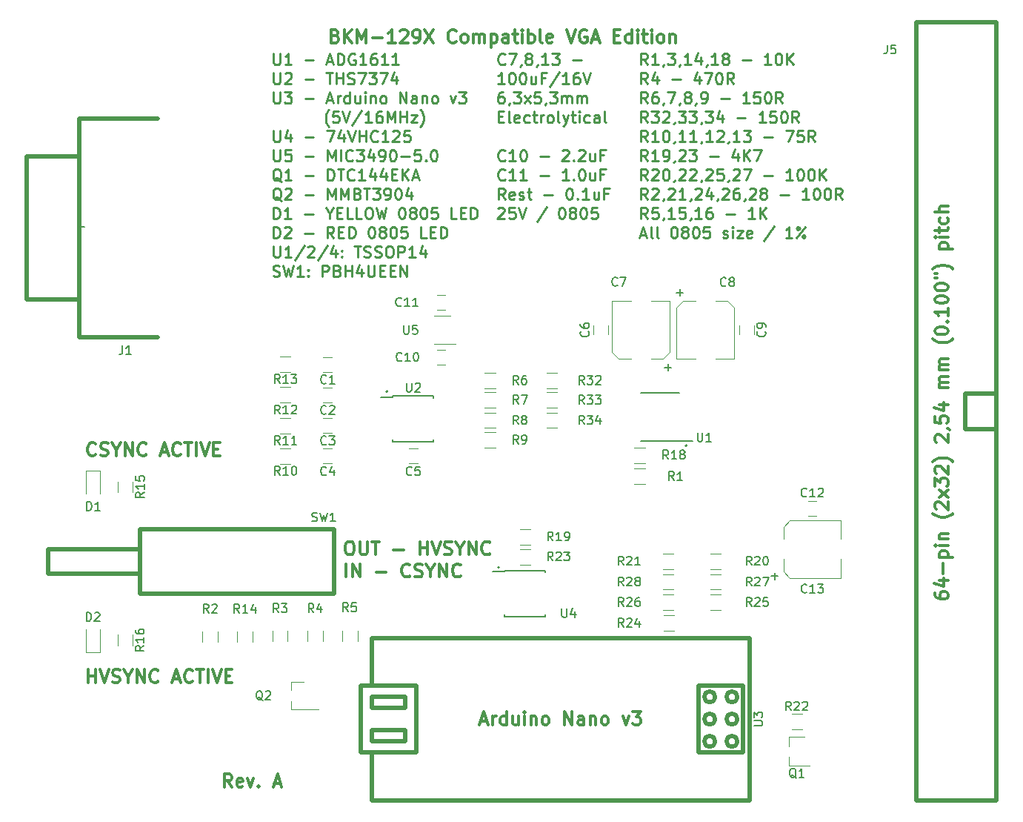
<source format=gbr>
G04 #@! TF.FileFunction,Legend,Top*
%FSLAX46Y46*%
G04 Gerber Fmt 4.6, Leading zero omitted, Abs format (unit mm)*
G04 Created by KiCad (PCBNEW 4.0.7-e2-6376~61~ubuntu18.04.1) date Sat Nov  7 22:51:52 2020*
%MOMM*%
%LPD*%
G01*
G04 APERTURE LIST*
%ADD10C,0.100000*%
%ADD11C,0.200000*%
%ADD12C,0.300000*%
%ADD13C,0.250000*%
%ADD14C,0.500000*%
%ADD15C,0.120000*%
%ADD16C,0.150000*%
G04 APERTURE END LIST*
D10*
D11*
X121221500Y-85534500D02*
X121729500Y-85534500D01*
D12*
X151942857Y-121453571D02*
X152228571Y-121453571D01*
X152371429Y-121525000D01*
X152514286Y-121667857D01*
X152585714Y-121953571D01*
X152585714Y-122453571D01*
X152514286Y-122739286D01*
X152371429Y-122882143D01*
X152228571Y-122953571D01*
X151942857Y-122953571D01*
X151800000Y-122882143D01*
X151657143Y-122739286D01*
X151585714Y-122453571D01*
X151585714Y-121953571D01*
X151657143Y-121667857D01*
X151800000Y-121525000D01*
X151942857Y-121453571D01*
X153228572Y-121453571D02*
X153228572Y-122667857D01*
X153300000Y-122810714D01*
X153371429Y-122882143D01*
X153514286Y-122953571D01*
X153800000Y-122953571D01*
X153942858Y-122882143D01*
X154014286Y-122810714D01*
X154085715Y-122667857D01*
X154085715Y-121453571D01*
X154585715Y-121453571D02*
X155442858Y-121453571D01*
X155014287Y-122953571D02*
X155014287Y-121453571D01*
X157085715Y-122382143D02*
X158228572Y-122382143D01*
X160085715Y-122953571D02*
X160085715Y-121453571D01*
X160085715Y-122167857D02*
X160942858Y-122167857D01*
X160942858Y-122953571D02*
X160942858Y-121453571D01*
X161442858Y-121453571D02*
X161942858Y-122953571D01*
X162442858Y-121453571D01*
X162871429Y-122882143D02*
X163085715Y-122953571D01*
X163442858Y-122953571D01*
X163585715Y-122882143D01*
X163657144Y-122810714D01*
X163728572Y-122667857D01*
X163728572Y-122525000D01*
X163657144Y-122382143D01*
X163585715Y-122310714D01*
X163442858Y-122239286D01*
X163157144Y-122167857D01*
X163014286Y-122096429D01*
X162942858Y-122025000D01*
X162871429Y-121882143D01*
X162871429Y-121739286D01*
X162942858Y-121596429D01*
X163014286Y-121525000D01*
X163157144Y-121453571D01*
X163514286Y-121453571D01*
X163728572Y-121525000D01*
X164657143Y-122239286D02*
X164657143Y-122953571D01*
X164157143Y-121453571D02*
X164657143Y-122239286D01*
X165157143Y-121453571D01*
X165657143Y-122953571D02*
X165657143Y-121453571D01*
X166514286Y-122953571D01*
X166514286Y-121453571D01*
X168085715Y-122810714D02*
X168014286Y-122882143D01*
X167800000Y-122953571D01*
X167657143Y-122953571D01*
X167442858Y-122882143D01*
X167300000Y-122739286D01*
X167228572Y-122596429D01*
X167157143Y-122310714D01*
X167157143Y-122096429D01*
X167228572Y-121810714D01*
X167300000Y-121667857D01*
X167442858Y-121525000D01*
X167657143Y-121453571D01*
X167800000Y-121453571D01*
X168014286Y-121525000D01*
X168085715Y-121596429D01*
X151657143Y-125503571D02*
X151657143Y-124003571D01*
X152371429Y-125503571D02*
X152371429Y-124003571D01*
X153228572Y-125503571D01*
X153228572Y-124003571D01*
X155085715Y-124932143D02*
X156228572Y-124932143D01*
X158942858Y-125360714D02*
X158871429Y-125432143D01*
X158657143Y-125503571D01*
X158514286Y-125503571D01*
X158300001Y-125432143D01*
X158157143Y-125289286D01*
X158085715Y-125146429D01*
X158014286Y-124860714D01*
X158014286Y-124646429D01*
X158085715Y-124360714D01*
X158157143Y-124217857D01*
X158300001Y-124075000D01*
X158514286Y-124003571D01*
X158657143Y-124003571D01*
X158871429Y-124075000D01*
X158942858Y-124146429D01*
X159514286Y-125432143D02*
X159728572Y-125503571D01*
X160085715Y-125503571D01*
X160228572Y-125432143D01*
X160300001Y-125360714D01*
X160371429Y-125217857D01*
X160371429Y-125075000D01*
X160300001Y-124932143D01*
X160228572Y-124860714D01*
X160085715Y-124789286D01*
X159800001Y-124717857D01*
X159657143Y-124646429D01*
X159585715Y-124575000D01*
X159514286Y-124432143D01*
X159514286Y-124289286D01*
X159585715Y-124146429D01*
X159657143Y-124075000D01*
X159800001Y-124003571D01*
X160157143Y-124003571D01*
X160371429Y-124075000D01*
X161300000Y-124789286D02*
X161300000Y-125503571D01*
X160800000Y-124003571D02*
X161300000Y-124789286D01*
X161800000Y-124003571D01*
X162300000Y-125503571D02*
X162300000Y-124003571D01*
X163157143Y-125503571D01*
X163157143Y-124003571D01*
X164728572Y-125360714D02*
X164657143Y-125432143D01*
X164442857Y-125503571D01*
X164300000Y-125503571D01*
X164085715Y-125432143D01*
X163942857Y-125289286D01*
X163871429Y-125146429D01*
X163800000Y-124860714D01*
X163800000Y-124646429D01*
X163871429Y-124360714D01*
X163942857Y-124217857D01*
X164085715Y-124075000D01*
X164300000Y-124003571D01*
X164442857Y-124003571D01*
X164657143Y-124075000D01*
X164728572Y-124146429D01*
X122157143Y-137578571D02*
X122157143Y-136078571D01*
X122157143Y-136792857D02*
X123014286Y-136792857D01*
X123014286Y-137578571D02*
X123014286Y-136078571D01*
X123514286Y-136078571D02*
X124014286Y-137578571D01*
X124514286Y-136078571D01*
X124942857Y-137507143D02*
X125157143Y-137578571D01*
X125514286Y-137578571D01*
X125657143Y-137507143D01*
X125728572Y-137435714D01*
X125800000Y-137292857D01*
X125800000Y-137150000D01*
X125728572Y-137007143D01*
X125657143Y-136935714D01*
X125514286Y-136864286D01*
X125228572Y-136792857D01*
X125085714Y-136721429D01*
X125014286Y-136650000D01*
X124942857Y-136507143D01*
X124942857Y-136364286D01*
X125014286Y-136221429D01*
X125085714Y-136150000D01*
X125228572Y-136078571D01*
X125585714Y-136078571D01*
X125800000Y-136150000D01*
X126728571Y-136864286D02*
X126728571Y-137578571D01*
X126228571Y-136078571D02*
X126728571Y-136864286D01*
X127228571Y-136078571D01*
X127728571Y-137578571D02*
X127728571Y-136078571D01*
X128585714Y-137578571D01*
X128585714Y-136078571D01*
X130157143Y-137435714D02*
X130085714Y-137507143D01*
X129871428Y-137578571D01*
X129728571Y-137578571D01*
X129514286Y-137507143D01*
X129371428Y-137364286D01*
X129300000Y-137221429D01*
X129228571Y-136935714D01*
X129228571Y-136721429D01*
X129300000Y-136435714D01*
X129371428Y-136292857D01*
X129514286Y-136150000D01*
X129728571Y-136078571D01*
X129871428Y-136078571D01*
X130085714Y-136150000D01*
X130157143Y-136221429D01*
X131871428Y-137150000D02*
X132585714Y-137150000D01*
X131728571Y-137578571D02*
X132228571Y-136078571D01*
X132728571Y-137578571D01*
X134085714Y-137435714D02*
X134014285Y-137507143D01*
X133799999Y-137578571D01*
X133657142Y-137578571D01*
X133442857Y-137507143D01*
X133299999Y-137364286D01*
X133228571Y-137221429D01*
X133157142Y-136935714D01*
X133157142Y-136721429D01*
X133228571Y-136435714D01*
X133299999Y-136292857D01*
X133442857Y-136150000D01*
X133657142Y-136078571D01*
X133799999Y-136078571D01*
X134014285Y-136150000D01*
X134085714Y-136221429D01*
X134514285Y-136078571D02*
X135371428Y-136078571D01*
X134942857Y-137578571D02*
X134942857Y-136078571D01*
X135871428Y-137578571D02*
X135871428Y-136078571D01*
X136371428Y-136078571D02*
X136871428Y-137578571D01*
X137371428Y-136078571D01*
X137871428Y-136792857D02*
X138371428Y-136792857D01*
X138585714Y-137578571D02*
X137871428Y-137578571D01*
X137871428Y-136078571D01*
X138585714Y-136078571D01*
X123014286Y-111535714D02*
X122942857Y-111607143D01*
X122728571Y-111678571D01*
X122585714Y-111678571D01*
X122371429Y-111607143D01*
X122228571Y-111464286D01*
X122157143Y-111321429D01*
X122085714Y-111035714D01*
X122085714Y-110821429D01*
X122157143Y-110535714D01*
X122228571Y-110392857D01*
X122371429Y-110250000D01*
X122585714Y-110178571D01*
X122728571Y-110178571D01*
X122942857Y-110250000D01*
X123014286Y-110321429D01*
X123585714Y-111607143D02*
X123800000Y-111678571D01*
X124157143Y-111678571D01*
X124300000Y-111607143D01*
X124371429Y-111535714D01*
X124442857Y-111392857D01*
X124442857Y-111250000D01*
X124371429Y-111107143D01*
X124300000Y-111035714D01*
X124157143Y-110964286D01*
X123871429Y-110892857D01*
X123728571Y-110821429D01*
X123657143Y-110750000D01*
X123585714Y-110607143D01*
X123585714Y-110464286D01*
X123657143Y-110321429D01*
X123728571Y-110250000D01*
X123871429Y-110178571D01*
X124228571Y-110178571D01*
X124442857Y-110250000D01*
X125371428Y-110964286D02*
X125371428Y-111678571D01*
X124871428Y-110178571D02*
X125371428Y-110964286D01*
X125871428Y-110178571D01*
X126371428Y-111678571D02*
X126371428Y-110178571D01*
X127228571Y-111678571D01*
X127228571Y-110178571D01*
X128800000Y-111535714D02*
X128728571Y-111607143D01*
X128514285Y-111678571D01*
X128371428Y-111678571D01*
X128157143Y-111607143D01*
X128014285Y-111464286D01*
X127942857Y-111321429D01*
X127871428Y-111035714D01*
X127871428Y-110821429D01*
X127942857Y-110535714D01*
X128014285Y-110392857D01*
X128157143Y-110250000D01*
X128371428Y-110178571D01*
X128514285Y-110178571D01*
X128728571Y-110250000D01*
X128800000Y-110321429D01*
X130514285Y-111250000D02*
X131228571Y-111250000D01*
X130371428Y-111678571D02*
X130871428Y-110178571D01*
X131371428Y-111678571D01*
X132728571Y-111535714D02*
X132657142Y-111607143D01*
X132442856Y-111678571D01*
X132299999Y-111678571D01*
X132085714Y-111607143D01*
X131942856Y-111464286D01*
X131871428Y-111321429D01*
X131799999Y-111035714D01*
X131799999Y-110821429D01*
X131871428Y-110535714D01*
X131942856Y-110392857D01*
X132085714Y-110250000D01*
X132299999Y-110178571D01*
X132442856Y-110178571D01*
X132657142Y-110250000D01*
X132728571Y-110321429D01*
X133157142Y-110178571D02*
X134014285Y-110178571D01*
X133585714Y-111678571D02*
X133585714Y-110178571D01*
X134514285Y-111678571D02*
X134514285Y-110178571D01*
X135014285Y-110178571D02*
X135514285Y-111678571D01*
X136014285Y-110178571D01*
X136514285Y-110892857D02*
X137014285Y-110892857D01*
X137228571Y-111678571D02*
X136514285Y-111678571D01*
X136514285Y-110178571D01*
X137228571Y-110178571D01*
X138588572Y-149498571D02*
X138088572Y-148784286D01*
X137731429Y-149498571D02*
X137731429Y-147998571D01*
X138302857Y-147998571D01*
X138445715Y-148070000D01*
X138517143Y-148141429D01*
X138588572Y-148284286D01*
X138588572Y-148498571D01*
X138517143Y-148641429D01*
X138445715Y-148712857D01*
X138302857Y-148784286D01*
X137731429Y-148784286D01*
X139802857Y-149427143D02*
X139660000Y-149498571D01*
X139374286Y-149498571D01*
X139231429Y-149427143D01*
X139160000Y-149284286D01*
X139160000Y-148712857D01*
X139231429Y-148570000D01*
X139374286Y-148498571D01*
X139660000Y-148498571D01*
X139802857Y-148570000D01*
X139874286Y-148712857D01*
X139874286Y-148855714D01*
X139160000Y-148998571D01*
X140374286Y-148498571D02*
X140731429Y-149498571D01*
X141088571Y-148498571D01*
X141660000Y-149355714D02*
X141731428Y-149427143D01*
X141660000Y-149498571D01*
X141588571Y-149427143D01*
X141660000Y-149355714D01*
X141660000Y-149498571D01*
X143445714Y-149070000D02*
X144160000Y-149070000D01*
X143302857Y-149498571D02*
X143802857Y-147998571D01*
X144302857Y-149498571D01*
D11*
X169120711Y-124400000D02*
G75*
G03X169120711Y-124400000I-70711J0D01*
G01*
X190600000Y-110500000D02*
G75*
G03X190600000Y-110500000I-100000J0D01*
G01*
X156400000Y-104300000D02*
G75*
G03X156400000Y-104300000I-100000J0D01*
G01*
D12*
X218939371Y-127312398D02*
X218939371Y-127598112D01*
X219010800Y-127740969D01*
X219082229Y-127812398D01*
X219296514Y-127955255D01*
X219582229Y-128026684D01*
X220153657Y-128026684D01*
X220296514Y-127955255D01*
X220367943Y-127883827D01*
X220439371Y-127740969D01*
X220439371Y-127455255D01*
X220367943Y-127312398D01*
X220296514Y-127240969D01*
X220153657Y-127169541D01*
X219796514Y-127169541D01*
X219653657Y-127240969D01*
X219582229Y-127312398D01*
X219510800Y-127455255D01*
X219510800Y-127740969D01*
X219582229Y-127883827D01*
X219653657Y-127955255D01*
X219796514Y-128026684D01*
X219439371Y-125883827D02*
X220439371Y-125883827D01*
X218867943Y-126240970D02*
X219939371Y-126598113D01*
X219939371Y-125669541D01*
X219867943Y-125098113D02*
X219867943Y-123955256D01*
X219439371Y-123240970D02*
X220939371Y-123240970D01*
X219510800Y-123240970D02*
X219439371Y-123098113D01*
X219439371Y-122812399D01*
X219510800Y-122669542D01*
X219582229Y-122598113D01*
X219725086Y-122526684D01*
X220153657Y-122526684D01*
X220296514Y-122598113D01*
X220367943Y-122669542D01*
X220439371Y-122812399D01*
X220439371Y-123098113D01*
X220367943Y-123240970D01*
X220439371Y-121883827D02*
X219439371Y-121883827D01*
X218939371Y-121883827D02*
X219010800Y-121955256D01*
X219082229Y-121883827D01*
X219010800Y-121812399D01*
X218939371Y-121883827D01*
X219082229Y-121883827D01*
X219439371Y-121169541D02*
X220439371Y-121169541D01*
X219582229Y-121169541D02*
X219510800Y-121098113D01*
X219439371Y-120955255D01*
X219439371Y-120740970D01*
X219510800Y-120598113D01*
X219653657Y-120526684D01*
X220439371Y-120526684D01*
X221010800Y-118240970D02*
X220939371Y-118312398D01*
X220725086Y-118455255D01*
X220582229Y-118526684D01*
X220367943Y-118598113D01*
X220010800Y-118669541D01*
X219725086Y-118669541D01*
X219367943Y-118598113D01*
X219153657Y-118526684D01*
X219010800Y-118455255D01*
X218796514Y-118312398D01*
X218725086Y-118240970D01*
X219082229Y-117740970D02*
X219010800Y-117669541D01*
X218939371Y-117526684D01*
X218939371Y-117169541D01*
X219010800Y-117026684D01*
X219082229Y-116955255D01*
X219225086Y-116883827D01*
X219367943Y-116883827D01*
X219582229Y-116955255D01*
X220439371Y-117812398D01*
X220439371Y-116883827D01*
X220439371Y-116383827D02*
X219439371Y-115598113D01*
X219439371Y-116383827D02*
X220439371Y-115598113D01*
X218939371Y-115169541D02*
X218939371Y-114240970D01*
X219510800Y-114740970D01*
X219510800Y-114526684D01*
X219582229Y-114383827D01*
X219653657Y-114312398D01*
X219796514Y-114240970D01*
X220153657Y-114240970D01*
X220296514Y-114312398D01*
X220367943Y-114383827D01*
X220439371Y-114526684D01*
X220439371Y-114955256D01*
X220367943Y-115098113D01*
X220296514Y-115169541D01*
X219082229Y-113669542D02*
X219010800Y-113598113D01*
X218939371Y-113455256D01*
X218939371Y-113098113D01*
X219010800Y-112955256D01*
X219082229Y-112883827D01*
X219225086Y-112812399D01*
X219367943Y-112812399D01*
X219582229Y-112883827D01*
X220439371Y-113740970D01*
X220439371Y-112812399D01*
X221010800Y-112312399D02*
X220939371Y-112240971D01*
X220725086Y-112098114D01*
X220582229Y-112026685D01*
X220367943Y-111955256D01*
X220010800Y-111883828D01*
X219725086Y-111883828D01*
X219367943Y-111955256D01*
X219153657Y-112026685D01*
X219010800Y-112098114D01*
X218796514Y-112240971D01*
X218725086Y-112312399D01*
X219082229Y-110098114D02*
X219010800Y-110026685D01*
X218939371Y-109883828D01*
X218939371Y-109526685D01*
X219010800Y-109383828D01*
X219082229Y-109312399D01*
X219225086Y-109240971D01*
X219367943Y-109240971D01*
X219582229Y-109312399D01*
X220439371Y-110169542D01*
X220439371Y-109240971D01*
X220367943Y-108526686D02*
X220439371Y-108526686D01*
X220582229Y-108598114D01*
X220653657Y-108669543D01*
X218939371Y-107169542D02*
X218939371Y-107883828D01*
X219653657Y-107955257D01*
X219582229Y-107883828D01*
X219510800Y-107740971D01*
X219510800Y-107383828D01*
X219582229Y-107240971D01*
X219653657Y-107169542D01*
X219796514Y-107098114D01*
X220153657Y-107098114D01*
X220296514Y-107169542D01*
X220367943Y-107240971D01*
X220439371Y-107383828D01*
X220439371Y-107740971D01*
X220367943Y-107883828D01*
X220296514Y-107955257D01*
X219439371Y-105812400D02*
X220439371Y-105812400D01*
X218867943Y-106169543D02*
X219939371Y-106526686D01*
X219939371Y-105598114D01*
X220439371Y-103883829D02*
X219439371Y-103883829D01*
X219582229Y-103883829D02*
X219510800Y-103812401D01*
X219439371Y-103669543D01*
X219439371Y-103455258D01*
X219510800Y-103312401D01*
X219653657Y-103240972D01*
X220439371Y-103240972D01*
X219653657Y-103240972D02*
X219510800Y-103169543D01*
X219439371Y-103026686D01*
X219439371Y-102812401D01*
X219510800Y-102669543D01*
X219653657Y-102598115D01*
X220439371Y-102598115D01*
X220439371Y-101883829D02*
X219439371Y-101883829D01*
X219582229Y-101883829D02*
X219510800Y-101812401D01*
X219439371Y-101669543D01*
X219439371Y-101455258D01*
X219510800Y-101312401D01*
X219653657Y-101240972D01*
X220439371Y-101240972D01*
X219653657Y-101240972D02*
X219510800Y-101169543D01*
X219439371Y-101026686D01*
X219439371Y-100812401D01*
X219510800Y-100669543D01*
X219653657Y-100598115D01*
X220439371Y-100598115D01*
X221010800Y-98312401D02*
X220939371Y-98383829D01*
X220725086Y-98526686D01*
X220582229Y-98598115D01*
X220367943Y-98669544D01*
X220010800Y-98740972D01*
X219725086Y-98740972D01*
X219367943Y-98669544D01*
X219153657Y-98598115D01*
X219010800Y-98526686D01*
X218796514Y-98383829D01*
X218725086Y-98312401D01*
X218939371Y-97455258D02*
X218939371Y-97312401D01*
X219010800Y-97169544D01*
X219082229Y-97098115D01*
X219225086Y-97026686D01*
X219510800Y-96955258D01*
X219867943Y-96955258D01*
X220153657Y-97026686D01*
X220296514Y-97098115D01*
X220367943Y-97169544D01*
X220439371Y-97312401D01*
X220439371Y-97455258D01*
X220367943Y-97598115D01*
X220296514Y-97669544D01*
X220153657Y-97740972D01*
X219867943Y-97812401D01*
X219510800Y-97812401D01*
X219225086Y-97740972D01*
X219082229Y-97669544D01*
X219010800Y-97598115D01*
X218939371Y-97455258D01*
X220296514Y-96312401D02*
X220367943Y-96240973D01*
X220439371Y-96312401D01*
X220367943Y-96383830D01*
X220296514Y-96312401D01*
X220439371Y-96312401D01*
X220439371Y-94812401D02*
X220439371Y-95669544D01*
X220439371Y-95240972D02*
X218939371Y-95240972D01*
X219153657Y-95383829D01*
X219296514Y-95526687D01*
X219367943Y-95669544D01*
X218939371Y-93883830D02*
X218939371Y-93740973D01*
X219010800Y-93598116D01*
X219082229Y-93526687D01*
X219225086Y-93455258D01*
X219510800Y-93383830D01*
X219867943Y-93383830D01*
X220153657Y-93455258D01*
X220296514Y-93526687D01*
X220367943Y-93598116D01*
X220439371Y-93740973D01*
X220439371Y-93883830D01*
X220367943Y-94026687D01*
X220296514Y-94098116D01*
X220153657Y-94169544D01*
X219867943Y-94240973D01*
X219510800Y-94240973D01*
X219225086Y-94169544D01*
X219082229Y-94098116D01*
X219010800Y-94026687D01*
X218939371Y-93883830D01*
X218939371Y-92455259D02*
X218939371Y-92312402D01*
X219010800Y-92169545D01*
X219082229Y-92098116D01*
X219225086Y-92026687D01*
X219510800Y-91955259D01*
X219867943Y-91955259D01*
X220153657Y-92026687D01*
X220296514Y-92098116D01*
X220367943Y-92169545D01*
X220439371Y-92312402D01*
X220439371Y-92455259D01*
X220367943Y-92598116D01*
X220296514Y-92669545D01*
X220153657Y-92740973D01*
X219867943Y-92812402D01*
X219510800Y-92812402D01*
X219225086Y-92740973D01*
X219082229Y-92669545D01*
X219010800Y-92598116D01*
X218939371Y-92455259D01*
X218939371Y-91383831D02*
X219225086Y-91383831D01*
X218939371Y-90812402D02*
X219225086Y-90812402D01*
X221010800Y-90312402D02*
X220939371Y-90240974D01*
X220725086Y-90098117D01*
X220582229Y-90026688D01*
X220367943Y-89955259D01*
X220010800Y-89883831D01*
X219725086Y-89883831D01*
X219367943Y-89955259D01*
X219153657Y-90026688D01*
X219010800Y-90098117D01*
X218796514Y-90240974D01*
X218725086Y-90312402D01*
X219439371Y-88026688D02*
X220939371Y-88026688D01*
X219510800Y-88026688D02*
X219439371Y-87883831D01*
X219439371Y-87598117D01*
X219510800Y-87455260D01*
X219582229Y-87383831D01*
X219725086Y-87312402D01*
X220153657Y-87312402D01*
X220296514Y-87383831D01*
X220367943Y-87455260D01*
X220439371Y-87598117D01*
X220439371Y-87883831D01*
X220367943Y-88026688D01*
X220439371Y-86669545D02*
X219439371Y-86669545D01*
X218939371Y-86669545D02*
X219010800Y-86740974D01*
X219082229Y-86669545D01*
X219010800Y-86598117D01*
X218939371Y-86669545D01*
X219082229Y-86669545D01*
X219439371Y-86169545D02*
X219439371Y-85598116D01*
X218939371Y-85955259D02*
X220225086Y-85955259D01*
X220367943Y-85883831D01*
X220439371Y-85740973D01*
X220439371Y-85598116D01*
X220367943Y-84455259D02*
X220439371Y-84598116D01*
X220439371Y-84883830D01*
X220367943Y-85026688D01*
X220296514Y-85098116D01*
X220153657Y-85169545D01*
X219725086Y-85169545D01*
X219582229Y-85098116D01*
X219510800Y-85026688D01*
X219439371Y-84883830D01*
X219439371Y-84598116D01*
X219510800Y-84455259D01*
X220439371Y-83812402D02*
X218939371Y-83812402D01*
X220439371Y-83169545D02*
X219653657Y-83169545D01*
X219510800Y-83240974D01*
X219439371Y-83383831D01*
X219439371Y-83598116D01*
X219510800Y-83740974D01*
X219582229Y-83812402D01*
D13*
X169802381Y-66864286D02*
X169740476Y-66926190D01*
X169554762Y-66988095D01*
X169430952Y-66988095D01*
X169245238Y-66926190D01*
X169121429Y-66802381D01*
X169059524Y-66678571D01*
X168997619Y-66430952D01*
X168997619Y-66245238D01*
X169059524Y-65997619D01*
X169121429Y-65873810D01*
X169245238Y-65750000D01*
X169430952Y-65688095D01*
X169554762Y-65688095D01*
X169740476Y-65750000D01*
X169802381Y-65811905D01*
X170235714Y-65688095D02*
X171102381Y-65688095D01*
X170545238Y-66988095D01*
X171659524Y-66926190D02*
X171659524Y-66988095D01*
X171597619Y-67111905D01*
X171535714Y-67173810D01*
X172402381Y-66245238D02*
X172278572Y-66183333D01*
X172216667Y-66121429D01*
X172154762Y-65997619D01*
X172154762Y-65935714D01*
X172216667Y-65811905D01*
X172278572Y-65750000D01*
X172402381Y-65688095D01*
X172650000Y-65688095D01*
X172773810Y-65750000D01*
X172835714Y-65811905D01*
X172897619Y-65935714D01*
X172897619Y-65997619D01*
X172835714Y-66121429D01*
X172773810Y-66183333D01*
X172650000Y-66245238D01*
X172402381Y-66245238D01*
X172278572Y-66307143D01*
X172216667Y-66369048D01*
X172154762Y-66492857D01*
X172154762Y-66740476D01*
X172216667Y-66864286D01*
X172278572Y-66926190D01*
X172402381Y-66988095D01*
X172650000Y-66988095D01*
X172773810Y-66926190D01*
X172835714Y-66864286D01*
X172897619Y-66740476D01*
X172897619Y-66492857D01*
X172835714Y-66369048D01*
X172773810Y-66307143D01*
X172650000Y-66245238D01*
X173516667Y-66926190D02*
X173516667Y-66988095D01*
X173454762Y-67111905D01*
X173392857Y-67173810D01*
X174754762Y-66988095D02*
X174011905Y-66988095D01*
X174383334Y-66988095D02*
X174383334Y-65688095D01*
X174259524Y-65873810D01*
X174135715Y-65997619D01*
X174011905Y-66059524D01*
X175188095Y-65688095D02*
X175992857Y-65688095D01*
X175559524Y-66183333D01*
X175745238Y-66183333D01*
X175869048Y-66245238D01*
X175930952Y-66307143D01*
X175992857Y-66430952D01*
X175992857Y-66740476D01*
X175930952Y-66864286D01*
X175869048Y-66926190D01*
X175745238Y-66988095D01*
X175373810Y-66988095D01*
X175250000Y-66926190D01*
X175188095Y-66864286D01*
X177540476Y-66492857D02*
X178530952Y-66492857D01*
X169740476Y-69188095D02*
X168997619Y-69188095D01*
X169369048Y-69188095D02*
X169369048Y-67888095D01*
X169245238Y-68073810D01*
X169121429Y-68197619D01*
X168997619Y-68259524D01*
X170545238Y-67888095D02*
X170669047Y-67888095D01*
X170792857Y-67950000D01*
X170854762Y-68011905D01*
X170916666Y-68135714D01*
X170978571Y-68383333D01*
X170978571Y-68692857D01*
X170916666Y-68940476D01*
X170854762Y-69064286D01*
X170792857Y-69126190D01*
X170669047Y-69188095D01*
X170545238Y-69188095D01*
X170421428Y-69126190D01*
X170359524Y-69064286D01*
X170297619Y-68940476D01*
X170235714Y-68692857D01*
X170235714Y-68383333D01*
X170297619Y-68135714D01*
X170359524Y-68011905D01*
X170421428Y-67950000D01*
X170545238Y-67888095D01*
X171783333Y-67888095D02*
X171907142Y-67888095D01*
X172030952Y-67950000D01*
X172092857Y-68011905D01*
X172154761Y-68135714D01*
X172216666Y-68383333D01*
X172216666Y-68692857D01*
X172154761Y-68940476D01*
X172092857Y-69064286D01*
X172030952Y-69126190D01*
X171907142Y-69188095D01*
X171783333Y-69188095D01*
X171659523Y-69126190D01*
X171597619Y-69064286D01*
X171535714Y-68940476D01*
X171473809Y-68692857D01*
X171473809Y-68383333D01*
X171535714Y-68135714D01*
X171597619Y-68011905D01*
X171659523Y-67950000D01*
X171783333Y-67888095D01*
X173330952Y-68321429D02*
X173330952Y-69188095D01*
X172773809Y-68321429D02*
X172773809Y-69002381D01*
X172835714Y-69126190D01*
X172959523Y-69188095D01*
X173145237Y-69188095D01*
X173269047Y-69126190D01*
X173330952Y-69064286D01*
X174383332Y-68507143D02*
X173949999Y-68507143D01*
X173949999Y-69188095D02*
X173949999Y-67888095D01*
X174569046Y-67888095D01*
X175992856Y-67826190D02*
X174878571Y-69497619D01*
X177107142Y-69188095D02*
X176364285Y-69188095D01*
X176735714Y-69188095D02*
X176735714Y-67888095D01*
X176611904Y-68073810D01*
X176488095Y-68197619D01*
X176364285Y-68259524D01*
X178221428Y-67888095D02*
X177973809Y-67888095D01*
X177849999Y-67950000D01*
X177788094Y-68011905D01*
X177664285Y-68197619D01*
X177602380Y-68445238D01*
X177602380Y-68940476D01*
X177664285Y-69064286D01*
X177726190Y-69126190D01*
X177849999Y-69188095D01*
X178097618Y-69188095D01*
X178221428Y-69126190D01*
X178283332Y-69064286D01*
X178345237Y-68940476D01*
X178345237Y-68630952D01*
X178283332Y-68507143D01*
X178221428Y-68445238D01*
X178097618Y-68383333D01*
X177849999Y-68383333D01*
X177726190Y-68445238D01*
X177664285Y-68507143D01*
X177602380Y-68630952D01*
X178716666Y-67888095D02*
X179149999Y-69188095D01*
X179583332Y-67888095D01*
X169616667Y-70088095D02*
X169369048Y-70088095D01*
X169245238Y-70150000D01*
X169183333Y-70211905D01*
X169059524Y-70397619D01*
X168997619Y-70645238D01*
X168997619Y-71140476D01*
X169059524Y-71264286D01*
X169121429Y-71326190D01*
X169245238Y-71388095D01*
X169492857Y-71388095D01*
X169616667Y-71326190D01*
X169678571Y-71264286D01*
X169740476Y-71140476D01*
X169740476Y-70830952D01*
X169678571Y-70707143D01*
X169616667Y-70645238D01*
X169492857Y-70583333D01*
X169245238Y-70583333D01*
X169121429Y-70645238D01*
X169059524Y-70707143D01*
X168997619Y-70830952D01*
X170359524Y-71326190D02*
X170359524Y-71388095D01*
X170297619Y-71511905D01*
X170235714Y-71573810D01*
X170792857Y-70088095D02*
X171597619Y-70088095D01*
X171164286Y-70583333D01*
X171350000Y-70583333D01*
X171473810Y-70645238D01*
X171535714Y-70707143D01*
X171597619Y-70830952D01*
X171597619Y-71140476D01*
X171535714Y-71264286D01*
X171473810Y-71326190D01*
X171350000Y-71388095D01*
X170978572Y-71388095D01*
X170854762Y-71326190D01*
X170792857Y-71264286D01*
X172030952Y-71388095D02*
X172711905Y-70521429D01*
X172030952Y-70521429D02*
X172711905Y-71388095D01*
X173826190Y-70088095D02*
X173207143Y-70088095D01*
X173145238Y-70707143D01*
X173207143Y-70645238D01*
X173330952Y-70583333D01*
X173640476Y-70583333D01*
X173764286Y-70645238D01*
X173826190Y-70707143D01*
X173888095Y-70830952D01*
X173888095Y-71140476D01*
X173826190Y-71264286D01*
X173764286Y-71326190D01*
X173640476Y-71388095D01*
X173330952Y-71388095D01*
X173207143Y-71326190D01*
X173145238Y-71264286D01*
X174507143Y-71326190D02*
X174507143Y-71388095D01*
X174445238Y-71511905D01*
X174383333Y-71573810D01*
X174940476Y-70088095D02*
X175745238Y-70088095D01*
X175311905Y-70583333D01*
X175497619Y-70583333D01*
X175621429Y-70645238D01*
X175683333Y-70707143D01*
X175745238Y-70830952D01*
X175745238Y-71140476D01*
X175683333Y-71264286D01*
X175621429Y-71326190D01*
X175497619Y-71388095D01*
X175126191Y-71388095D01*
X175002381Y-71326190D01*
X174940476Y-71264286D01*
X176302381Y-71388095D02*
X176302381Y-70521429D01*
X176302381Y-70645238D02*
X176364286Y-70583333D01*
X176488095Y-70521429D01*
X176673809Y-70521429D01*
X176797619Y-70583333D01*
X176859524Y-70707143D01*
X176859524Y-71388095D01*
X176859524Y-70707143D02*
X176921428Y-70583333D01*
X177045238Y-70521429D01*
X177230952Y-70521429D01*
X177354762Y-70583333D01*
X177416667Y-70707143D01*
X177416667Y-71388095D01*
X178035714Y-71388095D02*
X178035714Y-70521429D01*
X178035714Y-70645238D02*
X178097619Y-70583333D01*
X178221428Y-70521429D01*
X178407142Y-70521429D01*
X178530952Y-70583333D01*
X178592857Y-70707143D01*
X178592857Y-71388095D01*
X178592857Y-70707143D02*
X178654761Y-70583333D01*
X178778571Y-70521429D01*
X178964285Y-70521429D01*
X179088095Y-70583333D01*
X179150000Y-70707143D01*
X179150000Y-71388095D01*
X169059524Y-72907143D02*
X169492857Y-72907143D01*
X169678571Y-73588095D02*
X169059524Y-73588095D01*
X169059524Y-72288095D01*
X169678571Y-72288095D01*
X170421428Y-73588095D02*
X170297619Y-73526190D01*
X170235714Y-73402381D01*
X170235714Y-72288095D01*
X171411904Y-73526190D02*
X171288094Y-73588095D01*
X171040475Y-73588095D01*
X170916666Y-73526190D01*
X170854761Y-73402381D01*
X170854761Y-72907143D01*
X170916666Y-72783333D01*
X171040475Y-72721429D01*
X171288094Y-72721429D01*
X171411904Y-72783333D01*
X171473809Y-72907143D01*
X171473809Y-73030952D01*
X170854761Y-73154762D01*
X172588095Y-73526190D02*
X172464285Y-73588095D01*
X172216666Y-73588095D01*
X172092857Y-73526190D01*
X172030952Y-73464286D01*
X171969047Y-73340476D01*
X171969047Y-72969048D01*
X172030952Y-72845238D01*
X172092857Y-72783333D01*
X172216666Y-72721429D01*
X172464285Y-72721429D01*
X172588095Y-72783333D01*
X172959524Y-72721429D02*
X173454762Y-72721429D01*
X173145238Y-72288095D02*
X173145238Y-73402381D01*
X173207143Y-73526190D01*
X173330952Y-73588095D01*
X173454762Y-73588095D01*
X173888095Y-73588095D02*
X173888095Y-72721429D01*
X173888095Y-72969048D02*
X173950000Y-72845238D01*
X174011904Y-72783333D01*
X174135714Y-72721429D01*
X174259523Y-72721429D01*
X174878571Y-73588095D02*
X174754762Y-73526190D01*
X174692857Y-73464286D01*
X174630952Y-73340476D01*
X174630952Y-72969048D01*
X174692857Y-72845238D01*
X174754762Y-72783333D01*
X174878571Y-72721429D01*
X175064285Y-72721429D01*
X175188095Y-72783333D01*
X175250000Y-72845238D01*
X175311904Y-72969048D01*
X175311904Y-73340476D01*
X175250000Y-73464286D01*
X175188095Y-73526190D01*
X175064285Y-73588095D01*
X174878571Y-73588095D01*
X176054761Y-73588095D02*
X175930952Y-73526190D01*
X175869047Y-73402381D01*
X175869047Y-72288095D01*
X176426189Y-72721429D02*
X176735713Y-73588095D01*
X177045237Y-72721429D02*
X176735713Y-73588095D01*
X176611904Y-73897619D01*
X176549999Y-73959524D01*
X176426189Y-74021429D01*
X177354761Y-72721429D02*
X177849999Y-72721429D01*
X177540475Y-72288095D02*
X177540475Y-73402381D01*
X177602380Y-73526190D01*
X177726189Y-73588095D01*
X177849999Y-73588095D01*
X178283332Y-73588095D02*
X178283332Y-72721429D01*
X178283332Y-72288095D02*
X178221427Y-72350000D01*
X178283332Y-72411905D01*
X178345237Y-72350000D01*
X178283332Y-72288095D01*
X178283332Y-72411905D01*
X179459523Y-73526190D02*
X179335713Y-73588095D01*
X179088094Y-73588095D01*
X178964285Y-73526190D01*
X178902380Y-73464286D01*
X178840475Y-73340476D01*
X178840475Y-72969048D01*
X178902380Y-72845238D01*
X178964285Y-72783333D01*
X179088094Y-72721429D01*
X179335713Y-72721429D01*
X179459523Y-72783333D01*
X180573809Y-73588095D02*
X180573809Y-72907143D01*
X180511904Y-72783333D01*
X180388094Y-72721429D01*
X180140475Y-72721429D01*
X180016666Y-72783333D01*
X180573809Y-73526190D02*
X180449999Y-73588095D01*
X180140475Y-73588095D01*
X180016666Y-73526190D01*
X179954761Y-73402381D01*
X179954761Y-73278571D01*
X180016666Y-73154762D01*
X180140475Y-73092857D01*
X180449999Y-73092857D01*
X180573809Y-73030952D01*
X181378570Y-73588095D02*
X181254761Y-73526190D01*
X181192856Y-73402381D01*
X181192856Y-72288095D01*
X169802381Y-77864286D02*
X169740476Y-77926190D01*
X169554762Y-77988095D01*
X169430952Y-77988095D01*
X169245238Y-77926190D01*
X169121429Y-77802381D01*
X169059524Y-77678571D01*
X168997619Y-77430952D01*
X168997619Y-77245238D01*
X169059524Y-76997619D01*
X169121429Y-76873810D01*
X169245238Y-76750000D01*
X169430952Y-76688095D01*
X169554762Y-76688095D01*
X169740476Y-76750000D01*
X169802381Y-76811905D01*
X171040476Y-77988095D02*
X170297619Y-77988095D01*
X170669048Y-77988095D02*
X170669048Y-76688095D01*
X170545238Y-76873810D01*
X170421429Y-76997619D01*
X170297619Y-77059524D01*
X171845238Y-76688095D02*
X171969047Y-76688095D01*
X172092857Y-76750000D01*
X172154762Y-76811905D01*
X172216666Y-76935714D01*
X172278571Y-77183333D01*
X172278571Y-77492857D01*
X172216666Y-77740476D01*
X172154762Y-77864286D01*
X172092857Y-77926190D01*
X171969047Y-77988095D01*
X171845238Y-77988095D01*
X171721428Y-77926190D01*
X171659524Y-77864286D01*
X171597619Y-77740476D01*
X171535714Y-77492857D01*
X171535714Y-77183333D01*
X171597619Y-76935714D01*
X171659524Y-76811905D01*
X171721428Y-76750000D01*
X171845238Y-76688095D01*
X173826190Y-77492857D02*
X174816666Y-77492857D01*
X176364285Y-76811905D02*
X176426190Y-76750000D01*
X176549999Y-76688095D01*
X176859523Y-76688095D01*
X176983333Y-76750000D01*
X177045237Y-76811905D01*
X177107142Y-76935714D01*
X177107142Y-77059524D01*
X177045237Y-77245238D01*
X176302380Y-77988095D01*
X177107142Y-77988095D01*
X177664285Y-77864286D02*
X177726190Y-77926190D01*
X177664285Y-77988095D01*
X177602380Y-77926190D01*
X177664285Y-77864286D01*
X177664285Y-77988095D01*
X178221428Y-76811905D02*
X178283333Y-76750000D01*
X178407142Y-76688095D01*
X178716666Y-76688095D01*
X178840476Y-76750000D01*
X178902380Y-76811905D01*
X178964285Y-76935714D01*
X178964285Y-77059524D01*
X178902380Y-77245238D01*
X178159523Y-77988095D01*
X178964285Y-77988095D01*
X180078571Y-77121429D02*
X180078571Y-77988095D01*
X179521428Y-77121429D02*
X179521428Y-77802381D01*
X179583333Y-77926190D01*
X179707142Y-77988095D01*
X179892856Y-77988095D01*
X180016666Y-77926190D01*
X180078571Y-77864286D01*
X181130951Y-77307143D02*
X180697618Y-77307143D01*
X180697618Y-77988095D02*
X180697618Y-76688095D01*
X181316665Y-76688095D01*
X169802381Y-80064286D02*
X169740476Y-80126190D01*
X169554762Y-80188095D01*
X169430952Y-80188095D01*
X169245238Y-80126190D01*
X169121429Y-80002381D01*
X169059524Y-79878571D01*
X168997619Y-79630952D01*
X168997619Y-79445238D01*
X169059524Y-79197619D01*
X169121429Y-79073810D01*
X169245238Y-78950000D01*
X169430952Y-78888095D01*
X169554762Y-78888095D01*
X169740476Y-78950000D01*
X169802381Y-79011905D01*
X171040476Y-80188095D02*
X170297619Y-80188095D01*
X170669048Y-80188095D02*
X170669048Y-78888095D01*
X170545238Y-79073810D01*
X170421429Y-79197619D01*
X170297619Y-79259524D01*
X172278571Y-80188095D02*
X171535714Y-80188095D01*
X171907143Y-80188095D02*
X171907143Y-78888095D01*
X171783333Y-79073810D01*
X171659524Y-79197619D01*
X171535714Y-79259524D01*
X173826190Y-79692857D02*
X174816666Y-79692857D01*
X177107142Y-80188095D02*
X176364285Y-80188095D01*
X176735714Y-80188095D02*
X176735714Y-78888095D01*
X176611904Y-79073810D01*
X176488095Y-79197619D01*
X176364285Y-79259524D01*
X177664285Y-80064286D02*
X177726190Y-80126190D01*
X177664285Y-80188095D01*
X177602380Y-80126190D01*
X177664285Y-80064286D01*
X177664285Y-80188095D01*
X178530952Y-78888095D02*
X178654761Y-78888095D01*
X178778571Y-78950000D01*
X178840476Y-79011905D01*
X178902380Y-79135714D01*
X178964285Y-79383333D01*
X178964285Y-79692857D01*
X178902380Y-79940476D01*
X178840476Y-80064286D01*
X178778571Y-80126190D01*
X178654761Y-80188095D01*
X178530952Y-80188095D01*
X178407142Y-80126190D01*
X178345238Y-80064286D01*
X178283333Y-79940476D01*
X178221428Y-79692857D01*
X178221428Y-79383333D01*
X178283333Y-79135714D01*
X178345238Y-79011905D01*
X178407142Y-78950000D01*
X178530952Y-78888095D01*
X180078571Y-79321429D02*
X180078571Y-80188095D01*
X179521428Y-79321429D02*
X179521428Y-80002381D01*
X179583333Y-80126190D01*
X179707142Y-80188095D01*
X179892856Y-80188095D01*
X180016666Y-80126190D01*
X180078571Y-80064286D01*
X181130951Y-79507143D02*
X180697618Y-79507143D01*
X180697618Y-80188095D02*
X180697618Y-78888095D01*
X181316665Y-78888095D01*
X169802381Y-82388095D02*
X169369048Y-81769048D01*
X169059524Y-82388095D02*
X169059524Y-81088095D01*
X169554762Y-81088095D01*
X169678571Y-81150000D01*
X169740476Y-81211905D01*
X169802381Y-81335714D01*
X169802381Y-81521429D01*
X169740476Y-81645238D01*
X169678571Y-81707143D01*
X169554762Y-81769048D01*
X169059524Y-81769048D01*
X170854762Y-82326190D02*
X170730952Y-82388095D01*
X170483333Y-82388095D01*
X170359524Y-82326190D01*
X170297619Y-82202381D01*
X170297619Y-81707143D01*
X170359524Y-81583333D01*
X170483333Y-81521429D01*
X170730952Y-81521429D01*
X170854762Y-81583333D01*
X170916667Y-81707143D01*
X170916667Y-81830952D01*
X170297619Y-81954762D01*
X171411905Y-82326190D02*
X171535715Y-82388095D01*
X171783334Y-82388095D01*
X171907143Y-82326190D01*
X171969048Y-82202381D01*
X171969048Y-82140476D01*
X171907143Y-82016667D01*
X171783334Y-81954762D01*
X171597619Y-81954762D01*
X171473810Y-81892857D01*
X171411905Y-81769048D01*
X171411905Y-81707143D01*
X171473810Y-81583333D01*
X171597619Y-81521429D01*
X171783334Y-81521429D01*
X171907143Y-81583333D01*
X172340477Y-81521429D02*
X172835715Y-81521429D01*
X172526191Y-81088095D02*
X172526191Y-82202381D01*
X172588096Y-82326190D01*
X172711905Y-82388095D01*
X172835715Y-82388095D01*
X174259524Y-81892857D02*
X175250000Y-81892857D01*
X177107143Y-81088095D02*
X177230952Y-81088095D01*
X177354762Y-81150000D01*
X177416667Y-81211905D01*
X177478571Y-81335714D01*
X177540476Y-81583333D01*
X177540476Y-81892857D01*
X177478571Y-82140476D01*
X177416667Y-82264286D01*
X177354762Y-82326190D01*
X177230952Y-82388095D01*
X177107143Y-82388095D01*
X176983333Y-82326190D01*
X176921429Y-82264286D01*
X176859524Y-82140476D01*
X176797619Y-81892857D01*
X176797619Y-81583333D01*
X176859524Y-81335714D01*
X176921429Y-81211905D01*
X176983333Y-81150000D01*
X177107143Y-81088095D01*
X178097619Y-82264286D02*
X178159524Y-82326190D01*
X178097619Y-82388095D01*
X178035714Y-82326190D01*
X178097619Y-82264286D01*
X178097619Y-82388095D01*
X179397619Y-82388095D02*
X178654762Y-82388095D01*
X179026191Y-82388095D02*
X179026191Y-81088095D01*
X178902381Y-81273810D01*
X178778572Y-81397619D01*
X178654762Y-81459524D01*
X180511905Y-81521429D02*
X180511905Y-82388095D01*
X179954762Y-81521429D02*
X179954762Y-82202381D01*
X180016667Y-82326190D01*
X180140476Y-82388095D01*
X180326190Y-82388095D01*
X180450000Y-82326190D01*
X180511905Y-82264286D01*
X181564285Y-81707143D02*
X181130952Y-81707143D01*
X181130952Y-82388095D02*
X181130952Y-81088095D01*
X181749999Y-81088095D01*
X168997619Y-83411905D02*
X169059524Y-83350000D01*
X169183333Y-83288095D01*
X169492857Y-83288095D01*
X169616667Y-83350000D01*
X169678571Y-83411905D01*
X169740476Y-83535714D01*
X169740476Y-83659524D01*
X169678571Y-83845238D01*
X168935714Y-84588095D01*
X169740476Y-84588095D01*
X170916666Y-83288095D02*
X170297619Y-83288095D01*
X170235714Y-83907143D01*
X170297619Y-83845238D01*
X170421428Y-83783333D01*
X170730952Y-83783333D01*
X170854762Y-83845238D01*
X170916666Y-83907143D01*
X170978571Y-84030952D01*
X170978571Y-84340476D01*
X170916666Y-84464286D01*
X170854762Y-84526190D01*
X170730952Y-84588095D01*
X170421428Y-84588095D01*
X170297619Y-84526190D01*
X170235714Y-84464286D01*
X171350000Y-83288095D02*
X171783333Y-84588095D01*
X172216666Y-83288095D01*
X174569047Y-83226190D02*
X173454762Y-84897619D01*
X176240476Y-83288095D02*
X176364285Y-83288095D01*
X176488095Y-83350000D01*
X176550000Y-83411905D01*
X176611904Y-83535714D01*
X176673809Y-83783333D01*
X176673809Y-84092857D01*
X176611904Y-84340476D01*
X176550000Y-84464286D01*
X176488095Y-84526190D01*
X176364285Y-84588095D01*
X176240476Y-84588095D01*
X176116666Y-84526190D01*
X176054762Y-84464286D01*
X175992857Y-84340476D01*
X175930952Y-84092857D01*
X175930952Y-83783333D01*
X175992857Y-83535714D01*
X176054762Y-83411905D01*
X176116666Y-83350000D01*
X176240476Y-83288095D01*
X177416666Y-83845238D02*
X177292857Y-83783333D01*
X177230952Y-83721429D01*
X177169047Y-83597619D01*
X177169047Y-83535714D01*
X177230952Y-83411905D01*
X177292857Y-83350000D01*
X177416666Y-83288095D01*
X177664285Y-83288095D01*
X177788095Y-83350000D01*
X177849999Y-83411905D01*
X177911904Y-83535714D01*
X177911904Y-83597619D01*
X177849999Y-83721429D01*
X177788095Y-83783333D01*
X177664285Y-83845238D01*
X177416666Y-83845238D01*
X177292857Y-83907143D01*
X177230952Y-83969048D01*
X177169047Y-84092857D01*
X177169047Y-84340476D01*
X177230952Y-84464286D01*
X177292857Y-84526190D01*
X177416666Y-84588095D01*
X177664285Y-84588095D01*
X177788095Y-84526190D01*
X177849999Y-84464286D01*
X177911904Y-84340476D01*
X177911904Y-84092857D01*
X177849999Y-83969048D01*
X177788095Y-83907143D01*
X177664285Y-83845238D01*
X178716666Y-83288095D02*
X178840475Y-83288095D01*
X178964285Y-83350000D01*
X179026190Y-83411905D01*
X179088094Y-83535714D01*
X179149999Y-83783333D01*
X179149999Y-84092857D01*
X179088094Y-84340476D01*
X179026190Y-84464286D01*
X178964285Y-84526190D01*
X178840475Y-84588095D01*
X178716666Y-84588095D01*
X178592856Y-84526190D01*
X178530952Y-84464286D01*
X178469047Y-84340476D01*
X178407142Y-84092857D01*
X178407142Y-83783333D01*
X178469047Y-83535714D01*
X178530952Y-83411905D01*
X178592856Y-83350000D01*
X178716666Y-83288095D01*
X180326189Y-83288095D02*
X179707142Y-83288095D01*
X179645237Y-83907143D01*
X179707142Y-83845238D01*
X179830951Y-83783333D01*
X180140475Y-83783333D01*
X180264285Y-83845238D01*
X180326189Y-83907143D01*
X180388094Y-84030952D01*
X180388094Y-84340476D01*
X180326189Y-84464286D01*
X180264285Y-84526190D01*
X180140475Y-84588095D01*
X179830951Y-84588095D01*
X179707142Y-84526190D01*
X179645237Y-84464286D01*
X186102381Y-66988095D02*
X185669048Y-66369048D01*
X185359524Y-66988095D02*
X185359524Y-65688095D01*
X185854762Y-65688095D01*
X185978571Y-65750000D01*
X186040476Y-65811905D01*
X186102381Y-65935714D01*
X186102381Y-66121429D01*
X186040476Y-66245238D01*
X185978571Y-66307143D01*
X185854762Y-66369048D01*
X185359524Y-66369048D01*
X187340476Y-66988095D02*
X186597619Y-66988095D01*
X186969048Y-66988095D02*
X186969048Y-65688095D01*
X186845238Y-65873810D01*
X186721429Y-65997619D01*
X186597619Y-66059524D01*
X187959524Y-66926190D02*
X187959524Y-66988095D01*
X187897619Y-67111905D01*
X187835714Y-67173810D01*
X188392857Y-65688095D02*
X189197619Y-65688095D01*
X188764286Y-66183333D01*
X188950000Y-66183333D01*
X189073810Y-66245238D01*
X189135714Y-66307143D01*
X189197619Y-66430952D01*
X189197619Y-66740476D01*
X189135714Y-66864286D01*
X189073810Y-66926190D01*
X188950000Y-66988095D01*
X188578572Y-66988095D01*
X188454762Y-66926190D01*
X188392857Y-66864286D01*
X189816667Y-66926190D02*
X189816667Y-66988095D01*
X189754762Y-67111905D01*
X189692857Y-67173810D01*
X191054762Y-66988095D02*
X190311905Y-66988095D01*
X190683334Y-66988095D02*
X190683334Y-65688095D01*
X190559524Y-65873810D01*
X190435715Y-65997619D01*
X190311905Y-66059524D01*
X192169048Y-66121429D02*
X192169048Y-66988095D01*
X191859524Y-65626190D02*
X191550000Y-66554762D01*
X192354762Y-66554762D01*
X192911905Y-66926190D02*
X192911905Y-66988095D01*
X192850000Y-67111905D01*
X192788095Y-67173810D01*
X194150000Y-66988095D02*
X193407143Y-66988095D01*
X193778572Y-66988095D02*
X193778572Y-65688095D01*
X193654762Y-65873810D01*
X193530953Y-65997619D01*
X193407143Y-66059524D01*
X194892857Y-66245238D02*
X194769048Y-66183333D01*
X194707143Y-66121429D01*
X194645238Y-65997619D01*
X194645238Y-65935714D01*
X194707143Y-65811905D01*
X194769048Y-65750000D01*
X194892857Y-65688095D01*
X195140476Y-65688095D01*
X195264286Y-65750000D01*
X195326190Y-65811905D01*
X195388095Y-65935714D01*
X195388095Y-65997619D01*
X195326190Y-66121429D01*
X195264286Y-66183333D01*
X195140476Y-66245238D01*
X194892857Y-66245238D01*
X194769048Y-66307143D01*
X194707143Y-66369048D01*
X194645238Y-66492857D01*
X194645238Y-66740476D01*
X194707143Y-66864286D01*
X194769048Y-66926190D01*
X194892857Y-66988095D01*
X195140476Y-66988095D01*
X195264286Y-66926190D01*
X195326190Y-66864286D01*
X195388095Y-66740476D01*
X195388095Y-66492857D01*
X195326190Y-66369048D01*
X195264286Y-66307143D01*
X195140476Y-66245238D01*
X196935714Y-66492857D02*
X197926190Y-66492857D01*
X200216666Y-66988095D02*
X199473809Y-66988095D01*
X199845238Y-66988095D02*
X199845238Y-65688095D01*
X199721428Y-65873810D01*
X199597619Y-65997619D01*
X199473809Y-66059524D01*
X201021428Y-65688095D02*
X201145237Y-65688095D01*
X201269047Y-65750000D01*
X201330952Y-65811905D01*
X201392856Y-65935714D01*
X201454761Y-66183333D01*
X201454761Y-66492857D01*
X201392856Y-66740476D01*
X201330952Y-66864286D01*
X201269047Y-66926190D01*
X201145237Y-66988095D01*
X201021428Y-66988095D01*
X200897618Y-66926190D01*
X200835714Y-66864286D01*
X200773809Y-66740476D01*
X200711904Y-66492857D01*
X200711904Y-66183333D01*
X200773809Y-65935714D01*
X200835714Y-65811905D01*
X200897618Y-65750000D01*
X201021428Y-65688095D01*
X202011904Y-66988095D02*
X202011904Y-65688095D01*
X202754761Y-66988095D02*
X202197618Y-66245238D01*
X202754761Y-65688095D02*
X202011904Y-66430952D01*
X186102381Y-69188095D02*
X185669048Y-68569048D01*
X185359524Y-69188095D02*
X185359524Y-67888095D01*
X185854762Y-67888095D01*
X185978571Y-67950000D01*
X186040476Y-68011905D01*
X186102381Y-68135714D01*
X186102381Y-68321429D01*
X186040476Y-68445238D01*
X185978571Y-68507143D01*
X185854762Y-68569048D01*
X185359524Y-68569048D01*
X187216667Y-68321429D02*
X187216667Y-69188095D01*
X186907143Y-67826190D02*
X186597619Y-68754762D01*
X187402381Y-68754762D01*
X188888095Y-68692857D02*
X189878571Y-68692857D01*
X192045238Y-68321429D02*
X192045238Y-69188095D01*
X191735714Y-67826190D02*
X191426190Y-68754762D01*
X192230952Y-68754762D01*
X192602380Y-67888095D02*
X193469047Y-67888095D01*
X192911904Y-69188095D01*
X194211904Y-67888095D02*
X194335713Y-67888095D01*
X194459523Y-67950000D01*
X194521428Y-68011905D01*
X194583332Y-68135714D01*
X194645237Y-68383333D01*
X194645237Y-68692857D01*
X194583332Y-68940476D01*
X194521428Y-69064286D01*
X194459523Y-69126190D01*
X194335713Y-69188095D01*
X194211904Y-69188095D01*
X194088094Y-69126190D01*
X194026190Y-69064286D01*
X193964285Y-68940476D01*
X193902380Y-68692857D01*
X193902380Y-68383333D01*
X193964285Y-68135714D01*
X194026190Y-68011905D01*
X194088094Y-67950000D01*
X194211904Y-67888095D01*
X195945237Y-69188095D02*
X195511904Y-68569048D01*
X195202380Y-69188095D02*
X195202380Y-67888095D01*
X195697618Y-67888095D01*
X195821427Y-67950000D01*
X195883332Y-68011905D01*
X195945237Y-68135714D01*
X195945237Y-68321429D01*
X195883332Y-68445238D01*
X195821427Y-68507143D01*
X195697618Y-68569048D01*
X195202380Y-68569048D01*
X186102381Y-71388095D02*
X185669048Y-70769048D01*
X185359524Y-71388095D02*
X185359524Y-70088095D01*
X185854762Y-70088095D01*
X185978571Y-70150000D01*
X186040476Y-70211905D01*
X186102381Y-70335714D01*
X186102381Y-70521429D01*
X186040476Y-70645238D01*
X185978571Y-70707143D01*
X185854762Y-70769048D01*
X185359524Y-70769048D01*
X187216667Y-70088095D02*
X186969048Y-70088095D01*
X186845238Y-70150000D01*
X186783333Y-70211905D01*
X186659524Y-70397619D01*
X186597619Y-70645238D01*
X186597619Y-71140476D01*
X186659524Y-71264286D01*
X186721429Y-71326190D01*
X186845238Y-71388095D01*
X187092857Y-71388095D01*
X187216667Y-71326190D01*
X187278571Y-71264286D01*
X187340476Y-71140476D01*
X187340476Y-70830952D01*
X187278571Y-70707143D01*
X187216667Y-70645238D01*
X187092857Y-70583333D01*
X186845238Y-70583333D01*
X186721429Y-70645238D01*
X186659524Y-70707143D01*
X186597619Y-70830952D01*
X187959524Y-71326190D02*
X187959524Y-71388095D01*
X187897619Y-71511905D01*
X187835714Y-71573810D01*
X188392857Y-70088095D02*
X189259524Y-70088095D01*
X188702381Y-71388095D01*
X189816667Y-71326190D02*
X189816667Y-71388095D01*
X189754762Y-71511905D01*
X189692857Y-71573810D01*
X190559524Y-70645238D02*
X190435715Y-70583333D01*
X190373810Y-70521429D01*
X190311905Y-70397619D01*
X190311905Y-70335714D01*
X190373810Y-70211905D01*
X190435715Y-70150000D01*
X190559524Y-70088095D01*
X190807143Y-70088095D01*
X190930953Y-70150000D01*
X190992857Y-70211905D01*
X191054762Y-70335714D01*
X191054762Y-70397619D01*
X190992857Y-70521429D01*
X190930953Y-70583333D01*
X190807143Y-70645238D01*
X190559524Y-70645238D01*
X190435715Y-70707143D01*
X190373810Y-70769048D01*
X190311905Y-70892857D01*
X190311905Y-71140476D01*
X190373810Y-71264286D01*
X190435715Y-71326190D01*
X190559524Y-71388095D01*
X190807143Y-71388095D01*
X190930953Y-71326190D01*
X190992857Y-71264286D01*
X191054762Y-71140476D01*
X191054762Y-70892857D01*
X190992857Y-70769048D01*
X190930953Y-70707143D01*
X190807143Y-70645238D01*
X191673810Y-71326190D02*
X191673810Y-71388095D01*
X191611905Y-71511905D01*
X191550000Y-71573810D01*
X192292858Y-71388095D02*
X192540477Y-71388095D01*
X192664286Y-71326190D01*
X192726191Y-71264286D01*
X192850000Y-71078571D01*
X192911905Y-70830952D01*
X192911905Y-70335714D01*
X192850000Y-70211905D01*
X192788096Y-70150000D01*
X192664286Y-70088095D01*
X192416667Y-70088095D01*
X192292858Y-70150000D01*
X192230953Y-70211905D01*
X192169048Y-70335714D01*
X192169048Y-70645238D01*
X192230953Y-70769048D01*
X192292858Y-70830952D01*
X192416667Y-70892857D01*
X192664286Y-70892857D01*
X192788096Y-70830952D01*
X192850000Y-70769048D01*
X192911905Y-70645238D01*
X194459524Y-70892857D02*
X195450000Y-70892857D01*
X197740476Y-71388095D02*
X196997619Y-71388095D01*
X197369048Y-71388095D02*
X197369048Y-70088095D01*
X197245238Y-70273810D01*
X197121429Y-70397619D01*
X196997619Y-70459524D01*
X198916666Y-70088095D02*
X198297619Y-70088095D01*
X198235714Y-70707143D01*
X198297619Y-70645238D01*
X198421428Y-70583333D01*
X198730952Y-70583333D01*
X198854762Y-70645238D01*
X198916666Y-70707143D01*
X198978571Y-70830952D01*
X198978571Y-71140476D01*
X198916666Y-71264286D01*
X198854762Y-71326190D01*
X198730952Y-71388095D01*
X198421428Y-71388095D01*
X198297619Y-71326190D01*
X198235714Y-71264286D01*
X199783333Y-70088095D02*
X199907142Y-70088095D01*
X200030952Y-70150000D01*
X200092857Y-70211905D01*
X200154761Y-70335714D01*
X200216666Y-70583333D01*
X200216666Y-70892857D01*
X200154761Y-71140476D01*
X200092857Y-71264286D01*
X200030952Y-71326190D01*
X199907142Y-71388095D01*
X199783333Y-71388095D01*
X199659523Y-71326190D01*
X199597619Y-71264286D01*
X199535714Y-71140476D01*
X199473809Y-70892857D01*
X199473809Y-70583333D01*
X199535714Y-70335714D01*
X199597619Y-70211905D01*
X199659523Y-70150000D01*
X199783333Y-70088095D01*
X201516666Y-71388095D02*
X201083333Y-70769048D01*
X200773809Y-71388095D02*
X200773809Y-70088095D01*
X201269047Y-70088095D01*
X201392856Y-70150000D01*
X201454761Y-70211905D01*
X201516666Y-70335714D01*
X201516666Y-70521429D01*
X201454761Y-70645238D01*
X201392856Y-70707143D01*
X201269047Y-70769048D01*
X200773809Y-70769048D01*
X186102381Y-73588095D02*
X185669048Y-72969048D01*
X185359524Y-73588095D02*
X185359524Y-72288095D01*
X185854762Y-72288095D01*
X185978571Y-72350000D01*
X186040476Y-72411905D01*
X186102381Y-72535714D01*
X186102381Y-72721429D01*
X186040476Y-72845238D01*
X185978571Y-72907143D01*
X185854762Y-72969048D01*
X185359524Y-72969048D01*
X186535714Y-72288095D02*
X187340476Y-72288095D01*
X186907143Y-72783333D01*
X187092857Y-72783333D01*
X187216667Y-72845238D01*
X187278571Y-72907143D01*
X187340476Y-73030952D01*
X187340476Y-73340476D01*
X187278571Y-73464286D01*
X187216667Y-73526190D01*
X187092857Y-73588095D01*
X186721429Y-73588095D01*
X186597619Y-73526190D01*
X186535714Y-73464286D01*
X187835714Y-72411905D02*
X187897619Y-72350000D01*
X188021428Y-72288095D01*
X188330952Y-72288095D01*
X188454762Y-72350000D01*
X188516666Y-72411905D01*
X188578571Y-72535714D01*
X188578571Y-72659524D01*
X188516666Y-72845238D01*
X187773809Y-73588095D01*
X188578571Y-73588095D01*
X189197619Y-73526190D02*
X189197619Y-73588095D01*
X189135714Y-73711905D01*
X189073809Y-73773810D01*
X189630952Y-72288095D02*
X190435714Y-72288095D01*
X190002381Y-72783333D01*
X190188095Y-72783333D01*
X190311905Y-72845238D01*
X190373809Y-72907143D01*
X190435714Y-73030952D01*
X190435714Y-73340476D01*
X190373809Y-73464286D01*
X190311905Y-73526190D01*
X190188095Y-73588095D01*
X189816667Y-73588095D01*
X189692857Y-73526190D01*
X189630952Y-73464286D01*
X190869047Y-72288095D02*
X191673809Y-72288095D01*
X191240476Y-72783333D01*
X191426190Y-72783333D01*
X191550000Y-72845238D01*
X191611904Y-72907143D01*
X191673809Y-73030952D01*
X191673809Y-73340476D01*
X191611904Y-73464286D01*
X191550000Y-73526190D01*
X191426190Y-73588095D01*
X191054762Y-73588095D01*
X190930952Y-73526190D01*
X190869047Y-73464286D01*
X192292857Y-73526190D02*
X192292857Y-73588095D01*
X192230952Y-73711905D01*
X192169047Y-73773810D01*
X192726190Y-72288095D02*
X193530952Y-72288095D01*
X193097619Y-72783333D01*
X193283333Y-72783333D01*
X193407143Y-72845238D01*
X193469047Y-72907143D01*
X193530952Y-73030952D01*
X193530952Y-73340476D01*
X193469047Y-73464286D01*
X193407143Y-73526190D01*
X193283333Y-73588095D01*
X192911905Y-73588095D01*
X192788095Y-73526190D01*
X192726190Y-73464286D01*
X194645238Y-72721429D02*
X194645238Y-73588095D01*
X194335714Y-72226190D02*
X194026190Y-73154762D01*
X194830952Y-73154762D01*
X196316666Y-73092857D02*
X197307142Y-73092857D01*
X199597618Y-73588095D02*
X198854761Y-73588095D01*
X199226190Y-73588095D02*
X199226190Y-72288095D01*
X199102380Y-72473810D01*
X198978571Y-72597619D01*
X198854761Y-72659524D01*
X200773808Y-72288095D02*
X200154761Y-72288095D01*
X200092856Y-72907143D01*
X200154761Y-72845238D01*
X200278570Y-72783333D01*
X200588094Y-72783333D01*
X200711904Y-72845238D01*
X200773808Y-72907143D01*
X200835713Y-73030952D01*
X200835713Y-73340476D01*
X200773808Y-73464286D01*
X200711904Y-73526190D01*
X200588094Y-73588095D01*
X200278570Y-73588095D01*
X200154761Y-73526190D01*
X200092856Y-73464286D01*
X201640475Y-72288095D02*
X201764284Y-72288095D01*
X201888094Y-72350000D01*
X201949999Y-72411905D01*
X202011903Y-72535714D01*
X202073808Y-72783333D01*
X202073808Y-73092857D01*
X202011903Y-73340476D01*
X201949999Y-73464286D01*
X201888094Y-73526190D01*
X201764284Y-73588095D01*
X201640475Y-73588095D01*
X201516665Y-73526190D01*
X201454761Y-73464286D01*
X201392856Y-73340476D01*
X201330951Y-73092857D01*
X201330951Y-72783333D01*
X201392856Y-72535714D01*
X201454761Y-72411905D01*
X201516665Y-72350000D01*
X201640475Y-72288095D01*
X203373808Y-73588095D02*
X202940475Y-72969048D01*
X202630951Y-73588095D02*
X202630951Y-72288095D01*
X203126189Y-72288095D01*
X203249998Y-72350000D01*
X203311903Y-72411905D01*
X203373808Y-72535714D01*
X203373808Y-72721429D01*
X203311903Y-72845238D01*
X203249998Y-72907143D01*
X203126189Y-72969048D01*
X202630951Y-72969048D01*
X186102381Y-75788095D02*
X185669048Y-75169048D01*
X185359524Y-75788095D02*
X185359524Y-74488095D01*
X185854762Y-74488095D01*
X185978571Y-74550000D01*
X186040476Y-74611905D01*
X186102381Y-74735714D01*
X186102381Y-74921429D01*
X186040476Y-75045238D01*
X185978571Y-75107143D01*
X185854762Y-75169048D01*
X185359524Y-75169048D01*
X187340476Y-75788095D02*
X186597619Y-75788095D01*
X186969048Y-75788095D02*
X186969048Y-74488095D01*
X186845238Y-74673810D01*
X186721429Y-74797619D01*
X186597619Y-74859524D01*
X188145238Y-74488095D02*
X188269047Y-74488095D01*
X188392857Y-74550000D01*
X188454762Y-74611905D01*
X188516666Y-74735714D01*
X188578571Y-74983333D01*
X188578571Y-75292857D01*
X188516666Y-75540476D01*
X188454762Y-75664286D01*
X188392857Y-75726190D01*
X188269047Y-75788095D01*
X188145238Y-75788095D01*
X188021428Y-75726190D01*
X187959524Y-75664286D01*
X187897619Y-75540476D01*
X187835714Y-75292857D01*
X187835714Y-74983333D01*
X187897619Y-74735714D01*
X187959524Y-74611905D01*
X188021428Y-74550000D01*
X188145238Y-74488095D01*
X189197619Y-75726190D02*
X189197619Y-75788095D01*
X189135714Y-75911905D01*
X189073809Y-75973810D01*
X190435714Y-75788095D02*
X189692857Y-75788095D01*
X190064286Y-75788095D02*
X190064286Y-74488095D01*
X189940476Y-74673810D01*
X189816667Y-74797619D01*
X189692857Y-74859524D01*
X191673809Y-75788095D02*
X190930952Y-75788095D01*
X191302381Y-75788095D02*
X191302381Y-74488095D01*
X191178571Y-74673810D01*
X191054762Y-74797619D01*
X190930952Y-74859524D01*
X192292857Y-75726190D02*
X192292857Y-75788095D01*
X192230952Y-75911905D01*
X192169047Y-75973810D01*
X193530952Y-75788095D02*
X192788095Y-75788095D01*
X193159524Y-75788095D02*
X193159524Y-74488095D01*
X193035714Y-74673810D01*
X192911905Y-74797619D01*
X192788095Y-74859524D01*
X194026190Y-74611905D02*
X194088095Y-74550000D01*
X194211904Y-74488095D01*
X194521428Y-74488095D01*
X194645238Y-74550000D01*
X194707142Y-74611905D01*
X194769047Y-74735714D01*
X194769047Y-74859524D01*
X194707142Y-75045238D01*
X193964285Y-75788095D01*
X194769047Y-75788095D01*
X195388095Y-75726190D02*
X195388095Y-75788095D01*
X195326190Y-75911905D01*
X195264285Y-75973810D01*
X196626190Y-75788095D02*
X195883333Y-75788095D01*
X196254762Y-75788095D02*
X196254762Y-74488095D01*
X196130952Y-74673810D01*
X196007143Y-74797619D01*
X195883333Y-74859524D01*
X197059523Y-74488095D02*
X197864285Y-74488095D01*
X197430952Y-74983333D01*
X197616666Y-74983333D01*
X197740476Y-75045238D01*
X197802380Y-75107143D01*
X197864285Y-75230952D01*
X197864285Y-75540476D01*
X197802380Y-75664286D01*
X197740476Y-75726190D01*
X197616666Y-75788095D01*
X197245238Y-75788095D01*
X197121428Y-75726190D01*
X197059523Y-75664286D01*
X199411904Y-75292857D02*
X200402380Y-75292857D01*
X201888094Y-74488095D02*
X202754761Y-74488095D01*
X202197618Y-75788095D01*
X203869046Y-74488095D02*
X203249999Y-74488095D01*
X203188094Y-75107143D01*
X203249999Y-75045238D01*
X203373808Y-74983333D01*
X203683332Y-74983333D01*
X203807142Y-75045238D01*
X203869046Y-75107143D01*
X203930951Y-75230952D01*
X203930951Y-75540476D01*
X203869046Y-75664286D01*
X203807142Y-75726190D01*
X203683332Y-75788095D01*
X203373808Y-75788095D01*
X203249999Y-75726190D01*
X203188094Y-75664286D01*
X205230951Y-75788095D02*
X204797618Y-75169048D01*
X204488094Y-75788095D02*
X204488094Y-74488095D01*
X204983332Y-74488095D01*
X205107141Y-74550000D01*
X205169046Y-74611905D01*
X205230951Y-74735714D01*
X205230951Y-74921429D01*
X205169046Y-75045238D01*
X205107141Y-75107143D01*
X204983332Y-75169048D01*
X204488094Y-75169048D01*
X186102381Y-77988095D02*
X185669048Y-77369048D01*
X185359524Y-77988095D02*
X185359524Y-76688095D01*
X185854762Y-76688095D01*
X185978571Y-76750000D01*
X186040476Y-76811905D01*
X186102381Y-76935714D01*
X186102381Y-77121429D01*
X186040476Y-77245238D01*
X185978571Y-77307143D01*
X185854762Y-77369048D01*
X185359524Y-77369048D01*
X187340476Y-77988095D02*
X186597619Y-77988095D01*
X186969048Y-77988095D02*
X186969048Y-76688095D01*
X186845238Y-76873810D01*
X186721429Y-76997619D01*
X186597619Y-77059524D01*
X187959524Y-77988095D02*
X188207143Y-77988095D01*
X188330952Y-77926190D01*
X188392857Y-77864286D01*
X188516666Y-77678571D01*
X188578571Y-77430952D01*
X188578571Y-76935714D01*
X188516666Y-76811905D01*
X188454762Y-76750000D01*
X188330952Y-76688095D01*
X188083333Y-76688095D01*
X187959524Y-76750000D01*
X187897619Y-76811905D01*
X187835714Y-76935714D01*
X187835714Y-77245238D01*
X187897619Y-77369048D01*
X187959524Y-77430952D01*
X188083333Y-77492857D01*
X188330952Y-77492857D01*
X188454762Y-77430952D01*
X188516666Y-77369048D01*
X188578571Y-77245238D01*
X189197619Y-77926190D02*
X189197619Y-77988095D01*
X189135714Y-78111905D01*
X189073809Y-78173810D01*
X189692857Y-76811905D02*
X189754762Y-76750000D01*
X189878571Y-76688095D01*
X190188095Y-76688095D01*
X190311905Y-76750000D01*
X190373809Y-76811905D01*
X190435714Y-76935714D01*
X190435714Y-77059524D01*
X190373809Y-77245238D01*
X189630952Y-77988095D01*
X190435714Y-77988095D01*
X190869047Y-76688095D02*
X191673809Y-76688095D01*
X191240476Y-77183333D01*
X191426190Y-77183333D01*
X191550000Y-77245238D01*
X191611904Y-77307143D01*
X191673809Y-77430952D01*
X191673809Y-77740476D01*
X191611904Y-77864286D01*
X191550000Y-77926190D01*
X191426190Y-77988095D01*
X191054762Y-77988095D01*
X190930952Y-77926190D01*
X190869047Y-77864286D01*
X193221428Y-77492857D02*
X194211904Y-77492857D01*
X196378571Y-77121429D02*
X196378571Y-77988095D01*
X196069047Y-76626190D02*
X195759523Y-77554762D01*
X196564285Y-77554762D01*
X197059523Y-77988095D02*
X197059523Y-76688095D01*
X197802380Y-77988095D02*
X197245237Y-77245238D01*
X197802380Y-76688095D02*
X197059523Y-77430952D01*
X198235713Y-76688095D02*
X199102380Y-76688095D01*
X198545237Y-77988095D01*
X186102381Y-80188095D02*
X185669048Y-79569048D01*
X185359524Y-80188095D02*
X185359524Y-78888095D01*
X185854762Y-78888095D01*
X185978571Y-78950000D01*
X186040476Y-79011905D01*
X186102381Y-79135714D01*
X186102381Y-79321429D01*
X186040476Y-79445238D01*
X185978571Y-79507143D01*
X185854762Y-79569048D01*
X185359524Y-79569048D01*
X186597619Y-79011905D02*
X186659524Y-78950000D01*
X186783333Y-78888095D01*
X187092857Y-78888095D01*
X187216667Y-78950000D01*
X187278571Y-79011905D01*
X187340476Y-79135714D01*
X187340476Y-79259524D01*
X187278571Y-79445238D01*
X186535714Y-80188095D01*
X187340476Y-80188095D01*
X188145238Y-78888095D02*
X188269047Y-78888095D01*
X188392857Y-78950000D01*
X188454762Y-79011905D01*
X188516666Y-79135714D01*
X188578571Y-79383333D01*
X188578571Y-79692857D01*
X188516666Y-79940476D01*
X188454762Y-80064286D01*
X188392857Y-80126190D01*
X188269047Y-80188095D01*
X188145238Y-80188095D01*
X188021428Y-80126190D01*
X187959524Y-80064286D01*
X187897619Y-79940476D01*
X187835714Y-79692857D01*
X187835714Y-79383333D01*
X187897619Y-79135714D01*
X187959524Y-79011905D01*
X188021428Y-78950000D01*
X188145238Y-78888095D01*
X189197619Y-80126190D02*
X189197619Y-80188095D01*
X189135714Y-80311905D01*
X189073809Y-80373810D01*
X189692857Y-79011905D02*
X189754762Y-78950000D01*
X189878571Y-78888095D01*
X190188095Y-78888095D01*
X190311905Y-78950000D01*
X190373809Y-79011905D01*
X190435714Y-79135714D01*
X190435714Y-79259524D01*
X190373809Y-79445238D01*
X189630952Y-80188095D01*
X190435714Y-80188095D01*
X190930952Y-79011905D02*
X190992857Y-78950000D01*
X191116666Y-78888095D01*
X191426190Y-78888095D01*
X191550000Y-78950000D01*
X191611904Y-79011905D01*
X191673809Y-79135714D01*
X191673809Y-79259524D01*
X191611904Y-79445238D01*
X190869047Y-80188095D01*
X191673809Y-80188095D01*
X192292857Y-80126190D02*
X192292857Y-80188095D01*
X192230952Y-80311905D01*
X192169047Y-80373810D01*
X192788095Y-79011905D02*
X192850000Y-78950000D01*
X192973809Y-78888095D01*
X193283333Y-78888095D01*
X193407143Y-78950000D01*
X193469047Y-79011905D01*
X193530952Y-79135714D01*
X193530952Y-79259524D01*
X193469047Y-79445238D01*
X192726190Y-80188095D01*
X193530952Y-80188095D01*
X194707142Y-78888095D02*
X194088095Y-78888095D01*
X194026190Y-79507143D01*
X194088095Y-79445238D01*
X194211904Y-79383333D01*
X194521428Y-79383333D01*
X194645238Y-79445238D01*
X194707142Y-79507143D01*
X194769047Y-79630952D01*
X194769047Y-79940476D01*
X194707142Y-80064286D01*
X194645238Y-80126190D01*
X194521428Y-80188095D01*
X194211904Y-80188095D01*
X194088095Y-80126190D01*
X194026190Y-80064286D01*
X195388095Y-80126190D02*
X195388095Y-80188095D01*
X195326190Y-80311905D01*
X195264285Y-80373810D01*
X195883333Y-79011905D02*
X195945238Y-78950000D01*
X196069047Y-78888095D01*
X196378571Y-78888095D01*
X196502381Y-78950000D01*
X196564285Y-79011905D01*
X196626190Y-79135714D01*
X196626190Y-79259524D01*
X196564285Y-79445238D01*
X195821428Y-80188095D01*
X196626190Y-80188095D01*
X197059523Y-78888095D02*
X197926190Y-78888095D01*
X197369047Y-80188095D01*
X199411904Y-79692857D02*
X200402380Y-79692857D01*
X202692856Y-80188095D02*
X201949999Y-80188095D01*
X202321428Y-80188095D02*
X202321428Y-78888095D01*
X202197618Y-79073810D01*
X202073809Y-79197619D01*
X201949999Y-79259524D01*
X203497618Y-78888095D02*
X203621427Y-78888095D01*
X203745237Y-78950000D01*
X203807142Y-79011905D01*
X203869046Y-79135714D01*
X203930951Y-79383333D01*
X203930951Y-79692857D01*
X203869046Y-79940476D01*
X203807142Y-80064286D01*
X203745237Y-80126190D01*
X203621427Y-80188095D01*
X203497618Y-80188095D01*
X203373808Y-80126190D01*
X203311904Y-80064286D01*
X203249999Y-79940476D01*
X203188094Y-79692857D01*
X203188094Y-79383333D01*
X203249999Y-79135714D01*
X203311904Y-79011905D01*
X203373808Y-78950000D01*
X203497618Y-78888095D01*
X204735713Y-78888095D02*
X204859522Y-78888095D01*
X204983332Y-78950000D01*
X205045237Y-79011905D01*
X205107141Y-79135714D01*
X205169046Y-79383333D01*
X205169046Y-79692857D01*
X205107141Y-79940476D01*
X205045237Y-80064286D01*
X204983332Y-80126190D01*
X204859522Y-80188095D01*
X204735713Y-80188095D01*
X204611903Y-80126190D01*
X204549999Y-80064286D01*
X204488094Y-79940476D01*
X204426189Y-79692857D01*
X204426189Y-79383333D01*
X204488094Y-79135714D01*
X204549999Y-79011905D01*
X204611903Y-78950000D01*
X204735713Y-78888095D01*
X205726189Y-80188095D02*
X205726189Y-78888095D01*
X206469046Y-80188095D02*
X205911903Y-79445238D01*
X206469046Y-78888095D02*
X205726189Y-79630952D01*
X186102381Y-82388095D02*
X185669048Y-81769048D01*
X185359524Y-82388095D02*
X185359524Y-81088095D01*
X185854762Y-81088095D01*
X185978571Y-81150000D01*
X186040476Y-81211905D01*
X186102381Y-81335714D01*
X186102381Y-81521429D01*
X186040476Y-81645238D01*
X185978571Y-81707143D01*
X185854762Y-81769048D01*
X185359524Y-81769048D01*
X186597619Y-81211905D02*
X186659524Y-81150000D01*
X186783333Y-81088095D01*
X187092857Y-81088095D01*
X187216667Y-81150000D01*
X187278571Y-81211905D01*
X187340476Y-81335714D01*
X187340476Y-81459524D01*
X187278571Y-81645238D01*
X186535714Y-82388095D01*
X187340476Y-82388095D01*
X187959524Y-82326190D02*
X187959524Y-82388095D01*
X187897619Y-82511905D01*
X187835714Y-82573810D01*
X188454762Y-81211905D02*
X188516667Y-81150000D01*
X188640476Y-81088095D01*
X188950000Y-81088095D01*
X189073810Y-81150000D01*
X189135714Y-81211905D01*
X189197619Y-81335714D01*
X189197619Y-81459524D01*
X189135714Y-81645238D01*
X188392857Y-82388095D01*
X189197619Y-82388095D01*
X190435714Y-82388095D02*
X189692857Y-82388095D01*
X190064286Y-82388095D02*
X190064286Y-81088095D01*
X189940476Y-81273810D01*
X189816667Y-81397619D01*
X189692857Y-81459524D01*
X191054762Y-82326190D02*
X191054762Y-82388095D01*
X190992857Y-82511905D01*
X190930952Y-82573810D01*
X191550000Y-81211905D02*
X191611905Y-81150000D01*
X191735714Y-81088095D01*
X192045238Y-81088095D01*
X192169048Y-81150000D01*
X192230952Y-81211905D01*
X192292857Y-81335714D01*
X192292857Y-81459524D01*
X192230952Y-81645238D01*
X191488095Y-82388095D01*
X192292857Y-82388095D01*
X193407143Y-81521429D02*
X193407143Y-82388095D01*
X193097619Y-81026190D02*
X192788095Y-81954762D01*
X193592857Y-81954762D01*
X194150000Y-82326190D02*
X194150000Y-82388095D01*
X194088095Y-82511905D01*
X194026190Y-82573810D01*
X194645238Y-81211905D02*
X194707143Y-81150000D01*
X194830952Y-81088095D01*
X195140476Y-81088095D01*
X195264286Y-81150000D01*
X195326190Y-81211905D01*
X195388095Y-81335714D01*
X195388095Y-81459524D01*
X195326190Y-81645238D01*
X194583333Y-82388095D01*
X195388095Y-82388095D01*
X196502381Y-81088095D02*
X196254762Y-81088095D01*
X196130952Y-81150000D01*
X196069047Y-81211905D01*
X195945238Y-81397619D01*
X195883333Y-81645238D01*
X195883333Y-82140476D01*
X195945238Y-82264286D01*
X196007143Y-82326190D01*
X196130952Y-82388095D01*
X196378571Y-82388095D01*
X196502381Y-82326190D01*
X196564285Y-82264286D01*
X196626190Y-82140476D01*
X196626190Y-81830952D01*
X196564285Y-81707143D01*
X196502381Y-81645238D01*
X196378571Y-81583333D01*
X196130952Y-81583333D01*
X196007143Y-81645238D01*
X195945238Y-81707143D01*
X195883333Y-81830952D01*
X197245238Y-82326190D02*
X197245238Y-82388095D01*
X197183333Y-82511905D01*
X197121428Y-82573810D01*
X197740476Y-81211905D02*
X197802381Y-81150000D01*
X197926190Y-81088095D01*
X198235714Y-81088095D01*
X198359524Y-81150000D01*
X198421428Y-81211905D01*
X198483333Y-81335714D01*
X198483333Y-81459524D01*
X198421428Y-81645238D01*
X197678571Y-82388095D01*
X198483333Y-82388095D01*
X199226190Y-81645238D02*
X199102381Y-81583333D01*
X199040476Y-81521429D01*
X198978571Y-81397619D01*
X198978571Y-81335714D01*
X199040476Y-81211905D01*
X199102381Y-81150000D01*
X199226190Y-81088095D01*
X199473809Y-81088095D01*
X199597619Y-81150000D01*
X199659523Y-81211905D01*
X199721428Y-81335714D01*
X199721428Y-81397619D01*
X199659523Y-81521429D01*
X199597619Y-81583333D01*
X199473809Y-81645238D01*
X199226190Y-81645238D01*
X199102381Y-81707143D01*
X199040476Y-81769048D01*
X198978571Y-81892857D01*
X198978571Y-82140476D01*
X199040476Y-82264286D01*
X199102381Y-82326190D01*
X199226190Y-82388095D01*
X199473809Y-82388095D01*
X199597619Y-82326190D01*
X199659523Y-82264286D01*
X199721428Y-82140476D01*
X199721428Y-81892857D01*
X199659523Y-81769048D01*
X199597619Y-81707143D01*
X199473809Y-81645238D01*
X201269047Y-81892857D02*
X202259523Y-81892857D01*
X204549999Y-82388095D02*
X203807142Y-82388095D01*
X204178571Y-82388095D02*
X204178571Y-81088095D01*
X204054761Y-81273810D01*
X203930952Y-81397619D01*
X203807142Y-81459524D01*
X205354761Y-81088095D02*
X205478570Y-81088095D01*
X205602380Y-81150000D01*
X205664285Y-81211905D01*
X205726189Y-81335714D01*
X205788094Y-81583333D01*
X205788094Y-81892857D01*
X205726189Y-82140476D01*
X205664285Y-82264286D01*
X205602380Y-82326190D01*
X205478570Y-82388095D01*
X205354761Y-82388095D01*
X205230951Y-82326190D01*
X205169047Y-82264286D01*
X205107142Y-82140476D01*
X205045237Y-81892857D01*
X205045237Y-81583333D01*
X205107142Y-81335714D01*
X205169047Y-81211905D01*
X205230951Y-81150000D01*
X205354761Y-81088095D01*
X206592856Y-81088095D02*
X206716665Y-81088095D01*
X206840475Y-81150000D01*
X206902380Y-81211905D01*
X206964284Y-81335714D01*
X207026189Y-81583333D01*
X207026189Y-81892857D01*
X206964284Y-82140476D01*
X206902380Y-82264286D01*
X206840475Y-82326190D01*
X206716665Y-82388095D01*
X206592856Y-82388095D01*
X206469046Y-82326190D01*
X206407142Y-82264286D01*
X206345237Y-82140476D01*
X206283332Y-81892857D01*
X206283332Y-81583333D01*
X206345237Y-81335714D01*
X206407142Y-81211905D01*
X206469046Y-81150000D01*
X206592856Y-81088095D01*
X208326189Y-82388095D02*
X207892856Y-81769048D01*
X207583332Y-82388095D02*
X207583332Y-81088095D01*
X208078570Y-81088095D01*
X208202379Y-81150000D01*
X208264284Y-81211905D01*
X208326189Y-81335714D01*
X208326189Y-81521429D01*
X208264284Y-81645238D01*
X208202379Y-81707143D01*
X208078570Y-81769048D01*
X207583332Y-81769048D01*
X186102381Y-84588095D02*
X185669048Y-83969048D01*
X185359524Y-84588095D02*
X185359524Y-83288095D01*
X185854762Y-83288095D01*
X185978571Y-83350000D01*
X186040476Y-83411905D01*
X186102381Y-83535714D01*
X186102381Y-83721429D01*
X186040476Y-83845238D01*
X185978571Y-83907143D01*
X185854762Y-83969048D01*
X185359524Y-83969048D01*
X187278571Y-83288095D02*
X186659524Y-83288095D01*
X186597619Y-83907143D01*
X186659524Y-83845238D01*
X186783333Y-83783333D01*
X187092857Y-83783333D01*
X187216667Y-83845238D01*
X187278571Y-83907143D01*
X187340476Y-84030952D01*
X187340476Y-84340476D01*
X187278571Y-84464286D01*
X187216667Y-84526190D01*
X187092857Y-84588095D01*
X186783333Y-84588095D01*
X186659524Y-84526190D01*
X186597619Y-84464286D01*
X187959524Y-84526190D02*
X187959524Y-84588095D01*
X187897619Y-84711905D01*
X187835714Y-84773810D01*
X189197619Y-84588095D02*
X188454762Y-84588095D01*
X188826191Y-84588095D02*
X188826191Y-83288095D01*
X188702381Y-83473810D01*
X188578572Y-83597619D01*
X188454762Y-83659524D01*
X190373809Y-83288095D02*
X189754762Y-83288095D01*
X189692857Y-83907143D01*
X189754762Y-83845238D01*
X189878571Y-83783333D01*
X190188095Y-83783333D01*
X190311905Y-83845238D01*
X190373809Y-83907143D01*
X190435714Y-84030952D01*
X190435714Y-84340476D01*
X190373809Y-84464286D01*
X190311905Y-84526190D01*
X190188095Y-84588095D01*
X189878571Y-84588095D01*
X189754762Y-84526190D01*
X189692857Y-84464286D01*
X191054762Y-84526190D02*
X191054762Y-84588095D01*
X190992857Y-84711905D01*
X190930952Y-84773810D01*
X192292857Y-84588095D02*
X191550000Y-84588095D01*
X191921429Y-84588095D02*
X191921429Y-83288095D01*
X191797619Y-83473810D01*
X191673810Y-83597619D01*
X191550000Y-83659524D01*
X193407143Y-83288095D02*
X193159524Y-83288095D01*
X193035714Y-83350000D01*
X192973809Y-83411905D01*
X192850000Y-83597619D01*
X192788095Y-83845238D01*
X192788095Y-84340476D01*
X192850000Y-84464286D01*
X192911905Y-84526190D01*
X193035714Y-84588095D01*
X193283333Y-84588095D01*
X193407143Y-84526190D01*
X193469047Y-84464286D01*
X193530952Y-84340476D01*
X193530952Y-84030952D01*
X193469047Y-83907143D01*
X193407143Y-83845238D01*
X193283333Y-83783333D01*
X193035714Y-83783333D01*
X192911905Y-83845238D01*
X192850000Y-83907143D01*
X192788095Y-84030952D01*
X195078571Y-84092857D02*
X196069047Y-84092857D01*
X198359523Y-84588095D02*
X197616666Y-84588095D01*
X197988095Y-84588095D02*
X197988095Y-83288095D01*
X197864285Y-83473810D01*
X197740476Y-83597619D01*
X197616666Y-83659524D01*
X198916666Y-84588095D02*
X198916666Y-83288095D01*
X199659523Y-84588095D02*
X199102380Y-83845238D01*
X199659523Y-83288095D02*
X198916666Y-84030952D01*
X185297619Y-86416667D02*
X185916667Y-86416667D01*
X185173810Y-86788095D02*
X185607143Y-85488095D01*
X186040476Y-86788095D01*
X186659524Y-86788095D02*
X186535715Y-86726190D01*
X186473810Y-86602381D01*
X186473810Y-85488095D01*
X187340476Y-86788095D02*
X187216667Y-86726190D01*
X187154762Y-86602381D01*
X187154762Y-85488095D01*
X189073809Y-85488095D02*
X189197618Y-85488095D01*
X189321428Y-85550000D01*
X189383333Y-85611905D01*
X189445237Y-85735714D01*
X189507142Y-85983333D01*
X189507142Y-86292857D01*
X189445237Y-86540476D01*
X189383333Y-86664286D01*
X189321428Y-86726190D01*
X189197618Y-86788095D01*
X189073809Y-86788095D01*
X188949999Y-86726190D01*
X188888095Y-86664286D01*
X188826190Y-86540476D01*
X188764285Y-86292857D01*
X188764285Y-85983333D01*
X188826190Y-85735714D01*
X188888095Y-85611905D01*
X188949999Y-85550000D01*
X189073809Y-85488095D01*
X190249999Y-86045238D02*
X190126190Y-85983333D01*
X190064285Y-85921429D01*
X190002380Y-85797619D01*
X190002380Y-85735714D01*
X190064285Y-85611905D01*
X190126190Y-85550000D01*
X190249999Y-85488095D01*
X190497618Y-85488095D01*
X190621428Y-85550000D01*
X190683332Y-85611905D01*
X190745237Y-85735714D01*
X190745237Y-85797619D01*
X190683332Y-85921429D01*
X190621428Y-85983333D01*
X190497618Y-86045238D01*
X190249999Y-86045238D01*
X190126190Y-86107143D01*
X190064285Y-86169048D01*
X190002380Y-86292857D01*
X190002380Y-86540476D01*
X190064285Y-86664286D01*
X190126190Y-86726190D01*
X190249999Y-86788095D01*
X190497618Y-86788095D01*
X190621428Y-86726190D01*
X190683332Y-86664286D01*
X190745237Y-86540476D01*
X190745237Y-86292857D01*
X190683332Y-86169048D01*
X190621428Y-86107143D01*
X190497618Y-86045238D01*
X191549999Y-85488095D02*
X191673808Y-85488095D01*
X191797618Y-85550000D01*
X191859523Y-85611905D01*
X191921427Y-85735714D01*
X191983332Y-85983333D01*
X191983332Y-86292857D01*
X191921427Y-86540476D01*
X191859523Y-86664286D01*
X191797618Y-86726190D01*
X191673808Y-86788095D01*
X191549999Y-86788095D01*
X191426189Y-86726190D01*
X191364285Y-86664286D01*
X191302380Y-86540476D01*
X191240475Y-86292857D01*
X191240475Y-85983333D01*
X191302380Y-85735714D01*
X191364285Y-85611905D01*
X191426189Y-85550000D01*
X191549999Y-85488095D01*
X193159522Y-85488095D02*
X192540475Y-85488095D01*
X192478570Y-86107143D01*
X192540475Y-86045238D01*
X192664284Y-85983333D01*
X192973808Y-85983333D01*
X193097618Y-86045238D01*
X193159522Y-86107143D01*
X193221427Y-86230952D01*
X193221427Y-86540476D01*
X193159522Y-86664286D01*
X193097618Y-86726190D01*
X192973808Y-86788095D01*
X192664284Y-86788095D01*
X192540475Y-86726190D01*
X192478570Y-86664286D01*
X194707141Y-86726190D02*
X194830951Y-86788095D01*
X195078570Y-86788095D01*
X195202379Y-86726190D01*
X195264284Y-86602381D01*
X195264284Y-86540476D01*
X195202379Y-86416667D01*
X195078570Y-86354762D01*
X194892855Y-86354762D01*
X194769046Y-86292857D01*
X194707141Y-86169048D01*
X194707141Y-86107143D01*
X194769046Y-85983333D01*
X194892855Y-85921429D01*
X195078570Y-85921429D01*
X195202379Y-85983333D01*
X195821427Y-86788095D02*
X195821427Y-85921429D01*
X195821427Y-85488095D02*
X195759522Y-85550000D01*
X195821427Y-85611905D01*
X195883332Y-85550000D01*
X195821427Y-85488095D01*
X195821427Y-85611905D01*
X196316665Y-85921429D02*
X196997618Y-85921429D01*
X196316665Y-86788095D01*
X196997618Y-86788095D01*
X197988094Y-86726190D02*
X197864284Y-86788095D01*
X197616665Y-86788095D01*
X197492856Y-86726190D01*
X197430951Y-86602381D01*
X197430951Y-86107143D01*
X197492856Y-85983333D01*
X197616665Y-85921429D01*
X197864284Y-85921429D01*
X197988094Y-85983333D01*
X198049999Y-86107143D01*
X198049999Y-86230952D01*
X197430951Y-86354762D01*
X200526189Y-85426190D02*
X199411904Y-87097619D01*
X202630951Y-86788095D02*
X201888094Y-86788095D01*
X202259523Y-86788095D02*
X202259523Y-85488095D01*
X202135713Y-85673810D01*
X202011904Y-85797619D01*
X201888094Y-85859524D01*
X203126189Y-86788095D02*
X204116665Y-85488095D01*
X203311903Y-85488095D02*
X203435713Y-85550000D01*
X203497618Y-85673810D01*
X203435713Y-85797619D01*
X203311903Y-85859524D01*
X203188094Y-85797619D01*
X203126189Y-85673810D01*
X203188094Y-85550000D01*
X203311903Y-85488095D01*
X204054760Y-86726190D02*
X204116665Y-86602381D01*
X204054760Y-86478571D01*
X203930951Y-86416667D01*
X203807141Y-86478571D01*
X203745237Y-86602381D01*
X203807141Y-86726190D01*
X203930951Y-86788095D01*
X204054760Y-86726190D01*
X143359524Y-65688095D02*
X143359524Y-66740476D01*
X143421429Y-66864286D01*
X143483333Y-66926190D01*
X143607143Y-66988095D01*
X143854762Y-66988095D01*
X143978571Y-66926190D01*
X144040476Y-66864286D01*
X144102381Y-66740476D01*
X144102381Y-65688095D01*
X145402381Y-66988095D02*
X144659524Y-66988095D01*
X145030953Y-66988095D02*
X145030953Y-65688095D01*
X144907143Y-65873810D01*
X144783334Y-65997619D01*
X144659524Y-66059524D01*
X146950000Y-66492857D02*
X147940476Y-66492857D01*
X149488095Y-66616667D02*
X150107143Y-66616667D01*
X149364286Y-66988095D02*
X149797619Y-65688095D01*
X150230952Y-66988095D01*
X150664286Y-66988095D02*
X150664286Y-65688095D01*
X150973810Y-65688095D01*
X151159524Y-65750000D01*
X151283333Y-65873810D01*
X151345238Y-65997619D01*
X151407143Y-66245238D01*
X151407143Y-66430952D01*
X151345238Y-66678571D01*
X151283333Y-66802381D01*
X151159524Y-66926190D01*
X150973810Y-66988095D01*
X150664286Y-66988095D01*
X152645238Y-65750000D02*
X152521429Y-65688095D01*
X152335714Y-65688095D01*
X152150000Y-65750000D01*
X152026191Y-65873810D01*
X151964286Y-65997619D01*
X151902381Y-66245238D01*
X151902381Y-66430952D01*
X151964286Y-66678571D01*
X152026191Y-66802381D01*
X152150000Y-66926190D01*
X152335714Y-66988095D01*
X152459524Y-66988095D01*
X152645238Y-66926190D01*
X152707143Y-66864286D01*
X152707143Y-66430952D01*
X152459524Y-66430952D01*
X153945238Y-66988095D02*
X153202381Y-66988095D01*
X153573810Y-66988095D02*
X153573810Y-65688095D01*
X153450000Y-65873810D01*
X153326191Y-65997619D01*
X153202381Y-66059524D01*
X155059524Y-65688095D02*
X154811905Y-65688095D01*
X154688095Y-65750000D01*
X154626190Y-65811905D01*
X154502381Y-65997619D01*
X154440476Y-66245238D01*
X154440476Y-66740476D01*
X154502381Y-66864286D01*
X154564286Y-66926190D01*
X154688095Y-66988095D01*
X154935714Y-66988095D01*
X155059524Y-66926190D01*
X155121428Y-66864286D01*
X155183333Y-66740476D01*
X155183333Y-66430952D01*
X155121428Y-66307143D01*
X155059524Y-66245238D01*
X154935714Y-66183333D01*
X154688095Y-66183333D01*
X154564286Y-66245238D01*
X154502381Y-66307143D01*
X154440476Y-66430952D01*
X156421428Y-66988095D02*
X155678571Y-66988095D01*
X156050000Y-66988095D02*
X156050000Y-65688095D01*
X155926190Y-65873810D01*
X155802381Y-65997619D01*
X155678571Y-66059524D01*
X157659523Y-66988095D02*
X156916666Y-66988095D01*
X157288095Y-66988095D02*
X157288095Y-65688095D01*
X157164285Y-65873810D01*
X157040476Y-65997619D01*
X156916666Y-66059524D01*
X143359524Y-67888095D02*
X143359524Y-68940476D01*
X143421429Y-69064286D01*
X143483333Y-69126190D01*
X143607143Y-69188095D01*
X143854762Y-69188095D01*
X143978571Y-69126190D01*
X144040476Y-69064286D01*
X144102381Y-68940476D01*
X144102381Y-67888095D01*
X144659524Y-68011905D02*
X144721429Y-67950000D01*
X144845238Y-67888095D01*
X145154762Y-67888095D01*
X145278572Y-67950000D01*
X145340476Y-68011905D01*
X145402381Y-68135714D01*
X145402381Y-68259524D01*
X145340476Y-68445238D01*
X144597619Y-69188095D01*
X145402381Y-69188095D01*
X146950000Y-68692857D02*
X147940476Y-68692857D01*
X149364286Y-67888095D02*
X150107143Y-67888095D01*
X149735714Y-69188095D02*
X149735714Y-67888095D01*
X150540476Y-69188095D02*
X150540476Y-67888095D01*
X150540476Y-68507143D02*
X151283333Y-68507143D01*
X151283333Y-69188095D02*
X151283333Y-67888095D01*
X151840476Y-69126190D02*
X152026190Y-69188095D01*
X152335714Y-69188095D01*
X152459524Y-69126190D01*
X152521428Y-69064286D01*
X152583333Y-68940476D01*
X152583333Y-68816667D01*
X152521428Y-68692857D01*
X152459524Y-68630952D01*
X152335714Y-68569048D01*
X152088095Y-68507143D01*
X151964286Y-68445238D01*
X151902381Y-68383333D01*
X151840476Y-68259524D01*
X151840476Y-68135714D01*
X151902381Y-68011905D01*
X151964286Y-67950000D01*
X152088095Y-67888095D01*
X152397619Y-67888095D01*
X152583333Y-67950000D01*
X153016666Y-67888095D02*
X153883333Y-67888095D01*
X153326190Y-69188095D01*
X154254761Y-67888095D02*
X155059523Y-67888095D01*
X154626190Y-68383333D01*
X154811904Y-68383333D01*
X154935714Y-68445238D01*
X154997618Y-68507143D01*
X155059523Y-68630952D01*
X155059523Y-68940476D01*
X154997618Y-69064286D01*
X154935714Y-69126190D01*
X154811904Y-69188095D01*
X154440476Y-69188095D01*
X154316666Y-69126190D01*
X154254761Y-69064286D01*
X155492856Y-67888095D02*
X156359523Y-67888095D01*
X155802380Y-69188095D01*
X157411904Y-68321429D02*
X157411904Y-69188095D01*
X157102380Y-67826190D02*
X156792856Y-68754762D01*
X157597618Y-68754762D01*
X143359524Y-70088095D02*
X143359524Y-71140476D01*
X143421429Y-71264286D01*
X143483333Y-71326190D01*
X143607143Y-71388095D01*
X143854762Y-71388095D01*
X143978571Y-71326190D01*
X144040476Y-71264286D01*
X144102381Y-71140476D01*
X144102381Y-70088095D01*
X144597619Y-70088095D02*
X145402381Y-70088095D01*
X144969048Y-70583333D01*
X145154762Y-70583333D01*
X145278572Y-70645238D01*
X145340476Y-70707143D01*
X145402381Y-70830952D01*
X145402381Y-71140476D01*
X145340476Y-71264286D01*
X145278572Y-71326190D01*
X145154762Y-71388095D01*
X144783334Y-71388095D01*
X144659524Y-71326190D01*
X144597619Y-71264286D01*
X146950000Y-70892857D02*
X147940476Y-70892857D01*
X149488095Y-71016667D02*
X150107143Y-71016667D01*
X149364286Y-71388095D02*
X149797619Y-70088095D01*
X150230952Y-71388095D01*
X150664286Y-71388095D02*
X150664286Y-70521429D01*
X150664286Y-70769048D02*
X150726191Y-70645238D01*
X150788095Y-70583333D01*
X150911905Y-70521429D01*
X151035714Y-70521429D01*
X152026191Y-71388095D02*
X152026191Y-70088095D01*
X152026191Y-71326190D02*
X151902381Y-71388095D01*
X151654762Y-71388095D01*
X151530953Y-71326190D01*
X151469048Y-71264286D01*
X151407143Y-71140476D01*
X151407143Y-70769048D01*
X151469048Y-70645238D01*
X151530953Y-70583333D01*
X151654762Y-70521429D01*
X151902381Y-70521429D01*
X152026191Y-70583333D01*
X153202381Y-70521429D02*
X153202381Y-71388095D01*
X152645238Y-70521429D02*
X152645238Y-71202381D01*
X152707143Y-71326190D01*
X152830952Y-71388095D01*
X153016666Y-71388095D01*
X153140476Y-71326190D01*
X153202381Y-71264286D01*
X153821428Y-71388095D02*
X153821428Y-70521429D01*
X153821428Y-70088095D02*
X153759523Y-70150000D01*
X153821428Y-70211905D01*
X153883333Y-70150000D01*
X153821428Y-70088095D01*
X153821428Y-70211905D01*
X154440476Y-70521429D02*
X154440476Y-71388095D01*
X154440476Y-70645238D02*
X154502381Y-70583333D01*
X154626190Y-70521429D01*
X154811904Y-70521429D01*
X154935714Y-70583333D01*
X154997619Y-70707143D01*
X154997619Y-71388095D01*
X155802380Y-71388095D02*
X155678571Y-71326190D01*
X155616666Y-71264286D01*
X155554761Y-71140476D01*
X155554761Y-70769048D01*
X155616666Y-70645238D01*
X155678571Y-70583333D01*
X155802380Y-70521429D01*
X155988094Y-70521429D01*
X156111904Y-70583333D01*
X156173809Y-70645238D01*
X156235713Y-70769048D01*
X156235713Y-71140476D01*
X156173809Y-71264286D01*
X156111904Y-71326190D01*
X155988094Y-71388095D01*
X155802380Y-71388095D01*
X157783332Y-71388095D02*
X157783332Y-70088095D01*
X158526189Y-71388095D01*
X158526189Y-70088095D01*
X159702380Y-71388095D02*
X159702380Y-70707143D01*
X159640475Y-70583333D01*
X159516665Y-70521429D01*
X159269046Y-70521429D01*
X159145237Y-70583333D01*
X159702380Y-71326190D02*
X159578570Y-71388095D01*
X159269046Y-71388095D01*
X159145237Y-71326190D01*
X159083332Y-71202381D01*
X159083332Y-71078571D01*
X159145237Y-70954762D01*
X159269046Y-70892857D01*
X159578570Y-70892857D01*
X159702380Y-70830952D01*
X160321427Y-70521429D02*
X160321427Y-71388095D01*
X160321427Y-70645238D02*
X160383332Y-70583333D01*
X160507141Y-70521429D01*
X160692855Y-70521429D01*
X160816665Y-70583333D01*
X160878570Y-70707143D01*
X160878570Y-71388095D01*
X161683331Y-71388095D02*
X161559522Y-71326190D01*
X161497617Y-71264286D01*
X161435712Y-71140476D01*
X161435712Y-70769048D01*
X161497617Y-70645238D01*
X161559522Y-70583333D01*
X161683331Y-70521429D01*
X161869045Y-70521429D01*
X161992855Y-70583333D01*
X162054760Y-70645238D01*
X162116664Y-70769048D01*
X162116664Y-71140476D01*
X162054760Y-71264286D01*
X161992855Y-71326190D01*
X161869045Y-71388095D01*
X161683331Y-71388095D01*
X163540473Y-70521429D02*
X163849997Y-71388095D01*
X164159521Y-70521429D01*
X164530949Y-70088095D02*
X165335711Y-70088095D01*
X164902378Y-70583333D01*
X165088092Y-70583333D01*
X165211902Y-70645238D01*
X165273806Y-70707143D01*
X165335711Y-70830952D01*
X165335711Y-71140476D01*
X165273806Y-71264286D01*
X165211902Y-71326190D01*
X165088092Y-71388095D01*
X164716664Y-71388095D01*
X164592854Y-71326190D01*
X164530949Y-71264286D01*
X149673808Y-74083333D02*
X149611904Y-74021429D01*
X149488094Y-73835714D01*
X149426189Y-73711905D01*
X149364285Y-73526190D01*
X149302380Y-73216667D01*
X149302380Y-72969048D01*
X149364285Y-72659524D01*
X149426189Y-72473810D01*
X149488094Y-72350000D01*
X149611904Y-72164286D01*
X149673808Y-72102381D01*
X150788094Y-72288095D02*
X150169047Y-72288095D01*
X150107142Y-72907143D01*
X150169047Y-72845238D01*
X150292856Y-72783333D01*
X150602380Y-72783333D01*
X150726190Y-72845238D01*
X150788094Y-72907143D01*
X150849999Y-73030952D01*
X150849999Y-73340476D01*
X150788094Y-73464286D01*
X150726190Y-73526190D01*
X150602380Y-73588095D01*
X150292856Y-73588095D01*
X150169047Y-73526190D01*
X150107142Y-73464286D01*
X151221428Y-72288095D02*
X151654761Y-73588095D01*
X152088094Y-72288095D01*
X153449999Y-72226190D02*
X152335714Y-73897619D01*
X154564285Y-73588095D02*
X153821428Y-73588095D01*
X154192857Y-73588095D02*
X154192857Y-72288095D01*
X154069047Y-72473810D01*
X153945238Y-72597619D01*
X153821428Y-72659524D01*
X155678571Y-72288095D02*
X155430952Y-72288095D01*
X155307142Y-72350000D01*
X155245237Y-72411905D01*
X155121428Y-72597619D01*
X155059523Y-72845238D01*
X155059523Y-73340476D01*
X155121428Y-73464286D01*
X155183333Y-73526190D01*
X155307142Y-73588095D01*
X155554761Y-73588095D01*
X155678571Y-73526190D01*
X155740475Y-73464286D01*
X155802380Y-73340476D01*
X155802380Y-73030952D01*
X155740475Y-72907143D01*
X155678571Y-72845238D01*
X155554761Y-72783333D01*
X155307142Y-72783333D01*
X155183333Y-72845238D01*
X155121428Y-72907143D01*
X155059523Y-73030952D01*
X156359523Y-73588095D02*
X156359523Y-72288095D01*
X156792856Y-73216667D01*
X157226189Y-72288095D01*
X157226189Y-73588095D01*
X157845237Y-73588095D02*
X157845237Y-72288095D01*
X157845237Y-72907143D02*
X158588094Y-72907143D01*
X158588094Y-73588095D02*
X158588094Y-72288095D01*
X159083332Y-72721429D02*
X159764285Y-72721429D01*
X159083332Y-73588095D01*
X159764285Y-73588095D01*
X160135713Y-74083333D02*
X160197618Y-74021429D01*
X160321428Y-73835714D01*
X160383332Y-73711905D01*
X160445237Y-73526190D01*
X160507142Y-73216667D01*
X160507142Y-72969048D01*
X160445237Y-72659524D01*
X160383332Y-72473810D01*
X160321428Y-72350000D01*
X160197618Y-72164286D01*
X160135713Y-72102381D01*
X143359524Y-74488095D02*
X143359524Y-75540476D01*
X143421429Y-75664286D01*
X143483333Y-75726190D01*
X143607143Y-75788095D01*
X143854762Y-75788095D01*
X143978571Y-75726190D01*
X144040476Y-75664286D01*
X144102381Y-75540476D01*
X144102381Y-74488095D01*
X145278572Y-74921429D02*
X145278572Y-75788095D01*
X144969048Y-74426190D02*
X144659524Y-75354762D01*
X145464286Y-75354762D01*
X146950000Y-75292857D02*
X147940476Y-75292857D01*
X149426190Y-74488095D02*
X150292857Y-74488095D01*
X149735714Y-75788095D01*
X151345238Y-74921429D02*
X151345238Y-75788095D01*
X151035714Y-74426190D02*
X150726190Y-75354762D01*
X151530952Y-75354762D01*
X151840476Y-74488095D02*
X152273809Y-75788095D01*
X152707142Y-74488095D01*
X153140476Y-75788095D02*
X153140476Y-74488095D01*
X153140476Y-75107143D02*
X153883333Y-75107143D01*
X153883333Y-75788095D02*
X153883333Y-74488095D01*
X155245238Y-75664286D02*
X155183333Y-75726190D01*
X154997619Y-75788095D01*
X154873809Y-75788095D01*
X154688095Y-75726190D01*
X154564286Y-75602381D01*
X154502381Y-75478571D01*
X154440476Y-75230952D01*
X154440476Y-75045238D01*
X154502381Y-74797619D01*
X154564286Y-74673810D01*
X154688095Y-74550000D01*
X154873809Y-74488095D01*
X154997619Y-74488095D01*
X155183333Y-74550000D01*
X155245238Y-74611905D01*
X156483333Y-75788095D02*
X155740476Y-75788095D01*
X156111905Y-75788095D02*
X156111905Y-74488095D01*
X155988095Y-74673810D01*
X155864286Y-74797619D01*
X155740476Y-74859524D01*
X156978571Y-74611905D02*
X157040476Y-74550000D01*
X157164285Y-74488095D01*
X157473809Y-74488095D01*
X157597619Y-74550000D01*
X157659523Y-74611905D01*
X157721428Y-74735714D01*
X157721428Y-74859524D01*
X157659523Y-75045238D01*
X156916666Y-75788095D01*
X157721428Y-75788095D01*
X158897618Y-74488095D02*
X158278571Y-74488095D01*
X158216666Y-75107143D01*
X158278571Y-75045238D01*
X158402380Y-74983333D01*
X158711904Y-74983333D01*
X158835714Y-75045238D01*
X158897618Y-75107143D01*
X158959523Y-75230952D01*
X158959523Y-75540476D01*
X158897618Y-75664286D01*
X158835714Y-75726190D01*
X158711904Y-75788095D01*
X158402380Y-75788095D01*
X158278571Y-75726190D01*
X158216666Y-75664286D01*
X143359524Y-76688095D02*
X143359524Y-77740476D01*
X143421429Y-77864286D01*
X143483333Y-77926190D01*
X143607143Y-77988095D01*
X143854762Y-77988095D01*
X143978571Y-77926190D01*
X144040476Y-77864286D01*
X144102381Y-77740476D01*
X144102381Y-76688095D01*
X145340476Y-76688095D02*
X144721429Y-76688095D01*
X144659524Y-77307143D01*
X144721429Y-77245238D01*
X144845238Y-77183333D01*
X145154762Y-77183333D01*
X145278572Y-77245238D01*
X145340476Y-77307143D01*
X145402381Y-77430952D01*
X145402381Y-77740476D01*
X145340476Y-77864286D01*
X145278572Y-77926190D01*
X145154762Y-77988095D01*
X144845238Y-77988095D01*
X144721429Y-77926190D01*
X144659524Y-77864286D01*
X146950000Y-77492857D02*
X147940476Y-77492857D01*
X149550000Y-77988095D02*
X149550000Y-76688095D01*
X149983333Y-77616667D01*
X150416666Y-76688095D01*
X150416666Y-77988095D01*
X151035714Y-77988095D02*
X151035714Y-76688095D01*
X152397619Y-77864286D02*
X152335714Y-77926190D01*
X152150000Y-77988095D01*
X152026190Y-77988095D01*
X151840476Y-77926190D01*
X151716667Y-77802381D01*
X151654762Y-77678571D01*
X151592857Y-77430952D01*
X151592857Y-77245238D01*
X151654762Y-76997619D01*
X151716667Y-76873810D01*
X151840476Y-76750000D01*
X152026190Y-76688095D01*
X152150000Y-76688095D01*
X152335714Y-76750000D01*
X152397619Y-76811905D01*
X152830952Y-76688095D02*
X153635714Y-76688095D01*
X153202381Y-77183333D01*
X153388095Y-77183333D01*
X153511905Y-77245238D01*
X153573809Y-77307143D01*
X153635714Y-77430952D01*
X153635714Y-77740476D01*
X153573809Y-77864286D01*
X153511905Y-77926190D01*
X153388095Y-77988095D01*
X153016667Y-77988095D01*
X152892857Y-77926190D01*
X152830952Y-77864286D01*
X154750000Y-77121429D02*
X154750000Y-77988095D01*
X154440476Y-76626190D02*
X154130952Y-77554762D01*
X154935714Y-77554762D01*
X155492857Y-77988095D02*
X155740476Y-77988095D01*
X155864285Y-77926190D01*
X155926190Y-77864286D01*
X156049999Y-77678571D01*
X156111904Y-77430952D01*
X156111904Y-76935714D01*
X156049999Y-76811905D01*
X155988095Y-76750000D01*
X155864285Y-76688095D01*
X155616666Y-76688095D01*
X155492857Y-76750000D01*
X155430952Y-76811905D01*
X155369047Y-76935714D01*
X155369047Y-77245238D01*
X155430952Y-77369048D01*
X155492857Y-77430952D01*
X155616666Y-77492857D01*
X155864285Y-77492857D01*
X155988095Y-77430952D01*
X156049999Y-77369048D01*
X156111904Y-77245238D01*
X156916666Y-76688095D02*
X157040475Y-76688095D01*
X157164285Y-76750000D01*
X157226190Y-76811905D01*
X157288094Y-76935714D01*
X157349999Y-77183333D01*
X157349999Y-77492857D01*
X157288094Y-77740476D01*
X157226190Y-77864286D01*
X157164285Y-77926190D01*
X157040475Y-77988095D01*
X156916666Y-77988095D01*
X156792856Y-77926190D01*
X156730952Y-77864286D01*
X156669047Y-77740476D01*
X156607142Y-77492857D01*
X156607142Y-77183333D01*
X156669047Y-76935714D01*
X156730952Y-76811905D01*
X156792856Y-76750000D01*
X156916666Y-76688095D01*
X157907142Y-77492857D02*
X158897618Y-77492857D01*
X160135713Y-76688095D02*
X159516666Y-76688095D01*
X159454761Y-77307143D01*
X159516666Y-77245238D01*
X159640475Y-77183333D01*
X159949999Y-77183333D01*
X160073809Y-77245238D01*
X160135713Y-77307143D01*
X160197618Y-77430952D01*
X160197618Y-77740476D01*
X160135713Y-77864286D01*
X160073809Y-77926190D01*
X159949999Y-77988095D01*
X159640475Y-77988095D01*
X159516666Y-77926190D01*
X159454761Y-77864286D01*
X160754761Y-77864286D02*
X160816666Y-77926190D01*
X160754761Y-77988095D01*
X160692856Y-77926190D01*
X160754761Y-77864286D01*
X160754761Y-77988095D01*
X161621428Y-76688095D02*
X161745237Y-76688095D01*
X161869047Y-76750000D01*
X161930952Y-76811905D01*
X161992856Y-76935714D01*
X162054761Y-77183333D01*
X162054761Y-77492857D01*
X161992856Y-77740476D01*
X161930952Y-77864286D01*
X161869047Y-77926190D01*
X161745237Y-77988095D01*
X161621428Y-77988095D01*
X161497618Y-77926190D01*
X161435714Y-77864286D01*
X161373809Y-77740476D01*
X161311904Y-77492857D01*
X161311904Y-77183333D01*
X161373809Y-76935714D01*
X161435714Y-76811905D01*
X161497618Y-76750000D01*
X161621428Y-76688095D01*
X144226190Y-80311905D02*
X144102381Y-80250000D01*
X143978571Y-80126190D01*
X143792857Y-79940476D01*
X143669048Y-79878571D01*
X143545238Y-79878571D01*
X143607143Y-80188095D02*
X143483333Y-80126190D01*
X143359524Y-80002381D01*
X143297619Y-79754762D01*
X143297619Y-79321429D01*
X143359524Y-79073810D01*
X143483333Y-78950000D01*
X143607143Y-78888095D01*
X143854762Y-78888095D01*
X143978571Y-78950000D01*
X144102381Y-79073810D01*
X144164286Y-79321429D01*
X144164286Y-79754762D01*
X144102381Y-80002381D01*
X143978571Y-80126190D01*
X143854762Y-80188095D01*
X143607143Y-80188095D01*
X145402381Y-80188095D02*
X144659524Y-80188095D01*
X145030953Y-80188095D02*
X145030953Y-78888095D01*
X144907143Y-79073810D01*
X144783334Y-79197619D01*
X144659524Y-79259524D01*
X146950000Y-79692857D02*
X147940476Y-79692857D01*
X149550000Y-80188095D02*
X149550000Y-78888095D01*
X149859524Y-78888095D01*
X150045238Y-78950000D01*
X150169047Y-79073810D01*
X150230952Y-79197619D01*
X150292857Y-79445238D01*
X150292857Y-79630952D01*
X150230952Y-79878571D01*
X150169047Y-80002381D01*
X150045238Y-80126190D01*
X149859524Y-80188095D01*
X149550000Y-80188095D01*
X150664286Y-78888095D02*
X151407143Y-78888095D01*
X151035714Y-80188095D02*
X151035714Y-78888095D01*
X152583333Y-80064286D02*
X152521428Y-80126190D01*
X152335714Y-80188095D01*
X152211904Y-80188095D01*
X152026190Y-80126190D01*
X151902381Y-80002381D01*
X151840476Y-79878571D01*
X151778571Y-79630952D01*
X151778571Y-79445238D01*
X151840476Y-79197619D01*
X151902381Y-79073810D01*
X152026190Y-78950000D01*
X152211904Y-78888095D01*
X152335714Y-78888095D01*
X152521428Y-78950000D01*
X152583333Y-79011905D01*
X153821428Y-80188095D02*
X153078571Y-80188095D01*
X153450000Y-80188095D02*
X153450000Y-78888095D01*
X153326190Y-79073810D01*
X153202381Y-79197619D01*
X153078571Y-79259524D01*
X154935714Y-79321429D02*
X154935714Y-80188095D01*
X154626190Y-78826190D02*
X154316666Y-79754762D01*
X155121428Y-79754762D01*
X156173809Y-79321429D02*
X156173809Y-80188095D01*
X155864285Y-78826190D02*
X155554761Y-79754762D01*
X156359523Y-79754762D01*
X156854761Y-79507143D02*
X157288094Y-79507143D01*
X157473808Y-80188095D02*
X156854761Y-80188095D01*
X156854761Y-78888095D01*
X157473808Y-78888095D01*
X158030951Y-80188095D02*
X158030951Y-78888095D01*
X158773808Y-80188095D02*
X158216665Y-79445238D01*
X158773808Y-78888095D02*
X158030951Y-79630952D01*
X159269046Y-79816667D02*
X159888094Y-79816667D01*
X159145237Y-80188095D02*
X159578570Y-78888095D01*
X160011903Y-80188095D01*
X144226190Y-82511905D02*
X144102381Y-82450000D01*
X143978571Y-82326190D01*
X143792857Y-82140476D01*
X143669048Y-82078571D01*
X143545238Y-82078571D01*
X143607143Y-82388095D02*
X143483333Y-82326190D01*
X143359524Y-82202381D01*
X143297619Y-81954762D01*
X143297619Y-81521429D01*
X143359524Y-81273810D01*
X143483333Y-81150000D01*
X143607143Y-81088095D01*
X143854762Y-81088095D01*
X143978571Y-81150000D01*
X144102381Y-81273810D01*
X144164286Y-81521429D01*
X144164286Y-81954762D01*
X144102381Y-82202381D01*
X143978571Y-82326190D01*
X143854762Y-82388095D01*
X143607143Y-82388095D01*
X144659524Y-81211905D02*
X144721429Y-81150000D01*
X144845238Y-81088095D01*
X145154762Y-81088095D01*
X145278572Y-81150000D01*
X145340476Y-81211905D01*
X145402381Y-81335714D01*
X145402381Y-81459524D01*
X145340476Y-81645238D01*
X144597619Y-82388095D01*
X145402381Y-82388095D01*
X146950000Y-81892857D02*
X147940476Y-81892857D01*
X149550000Y-82388095D02*
X149550000Y-81088095D01*
X149983333Y-82016667D01*
X150416666Y-81088095D01*
X150416666Y-82388095D01*
X151035714Y-82388095D02*
X151035714Y-81088095D01*
X151469047Y-82016667D01*
X151902380Y-81088095D01*
X151902380Y-82388095D01*
X152954761Y-81707143D02*
X153140475Y-81769048D01*
X153202380Y-81830952D01*
X153264285Y-81954762D01*
X153264285Y-82140476D01*
X153202380Y-82264286D01*
X153140475Y-82326190D01*
X153016666Y-82388095D01*
X152521428Y-82388095D01*
X152521428Y-81088095D01*
X152954761Y-81088095D01*
X153078571Y-81150000D01*
X153140475Y-81211905D01*
X153202380Y-81335714D01*
X153202380Y-81459524D01*
X153140475Y-81583333D01*
X153078571Y-81645238D01*
X152954761Y-81707143D01*
X152521428Y-81707143D01*
X153635714Y-81088095D02*
X154378571Y-81088095D01*
X154007142Y-82388095D02*
X154007142Y-81088095D01*
X154688094Y-81088095D02*
X155492856Y-81088095D01*
X155059523Y-81583333D01*
X155245237Y-81583333D01*
X155369047Y-81645238D01*
X155430951Y-81707143D01*
X155492856Y-81830952D01*
X155492856Y-82140476D01*
X155430951Y-82264286D01*
X155369047Y-82326190D01*
X155245237Y-82388095D01*
X154873809Y-82388095D01*
X154749999Y-82326190D01*
X154688094Y-82264286D01*
X156111904Y-82388095D02*
X156359523Y-82388095D01*
X156483332Y-82326190D01*
X156545237Y-82264286D01*
X156669046Y-82078571D01*
X156730951Y-81830952D01*
X156730951Y-81335714D01*
X156669046Y-81211905D01*
X156607142Y-81150000D01*
X156483332Y-81088095D01*
X156235713Y-81088095D01*
X156111904Y-81150000D01*
X156049999Y-81211905D01*
X155988094Y-81335714D01*
X155988094Y-81645238D01*
X156049999Y-81769048D01*
X156111904Y-81830952D01*
X156235713Y-81892857D01*
X156483332Y-81892857D01*
X156607142Y-81830952D01*
X156669046Y-81769048D01*
X156730951Y-81645238D01*
X157535713Y-81088095D02*
X157659522Y-81088095D01*
X157783332Y-81150000D01*
X157845237Y-81211905D01*
X157907141Y-81335714D01*
X157969046Y-81583333D01*
X157969046Y-81892857D01*
X157907141Y-82140476D01*
X157845237Y-82264286D01*
X157783332Y-82326190D01*
X157659522Y-82388095D01*
X157535713Y-82388095D01*
X157411903Y-82326190D01*
X157349999Y-82264286D01*
X157288094Y-82140476D01*
X157226189Y-81892857D01*
X157226189Y-81583333D01*
X157288094Y-81335714D01*
X157349999Y-81211905D01*
X157411903Y-81150000D01*
X157535713Y-81088095D01*
X159083332Y-81521429D02*
X159083332Y-82388095D01*
X158773808Y-81026190D02*
X158464284Y-81954762D01*
X159269046Y-81954762D01*
X143359524Y-84588095D02*
X143359524Y-83288095D01*
X143669048Y-83288095D01*
X143854762Y-83350000D01*
X143978571Y-83473810D01*
X144040476Y-83597619D01*
X144102381Y-83845238D01*
X144102381Y-84030952D01*
X144040476Y-84278571D01*
X143978571Y-84402381D01*
X143854762Y-84526190D01*
X143669048Y-84588095D01*
X143359524Y-84588095D01*
X145340476Y-84588095D02*
X144597619Y-84588095D01*
X144969048Y-84588095D02*
X144969048Y-83288095D01*
X144845238Y-83473810D01*
X144721429Y-83597619D01*
X144597619Y-83659524D01*
X146888095Y-84092857D02*
X147878571Y-84092857D01*
X149735714Y-83969048D02*
X149735714Y-84588095D01*
X149302381Y-83288095D02*
X149735714Y-83969048D01*
X150169047Y-83288095D01*
X150602381Y-83907143D02*
X151035714Y-83907143D01*
X151221428Y-84588095D02*
X150602381Y-84588095D01*
X150602381Y-83288095D01*
X151221428Y-83288095D01*
X152397618Y-84588095D02*
X151778571Y-84588095D01*
X151778571Y-83288095D01*
X153449999Y-84588095D02*
X152830952Y-84588095D01*
X152830952Y-83288095D01*
X154130952Y-83288095D02*
X154378571Y-83288095D01*
X154502380Y-83350000D01*
X154626190Y-83473810D01*
X154688095Y-83721429D01*
X154688095Y-84154762D01*
X154626190Y-84402381D01*
X154502380Y-84526190D01*
X154378571Y-84588095D01*
X154130952Y-84588095D01*
X154007142Y-84526190D01*
X153883333Y-84402381D01*
X153821428Y-84154762D01*
X153821428Y-83721429D01*
X153883333Y-83473810D01*
X154007142Y-83350000D01*
X154130952Y-83288095D01*
X155121428Y-83288095D02*
X155430952Y-84588095D01*
X155678571Y-83659524D01*
X155926190Y-84588095D01*
X156235714Y-83288095D01*
X157969047Y-83288095D02*
X158092856Y-83288095D01*
X158216666Y-83350000D01*
X158278571Y-83411905D01*
X158340475Y-83535714D01*
X158402380Y-83783333D01*
X158402380Y-84092857D01*
X158340475Y-84340476D01*
X158278571Y-84464286D01*
X158216666Y-84526190D01*
X158092856Y-84588095D01*
X157969047Y-84588095D01*
X157845237Y-84526190D01*
X157783333Y-84464286D01*
X157721428Y-84340476D01*
X157659523Y-84092857D01*
X157659523Y-83783333D01*
X157721428Y-83535714D01*
X157783333Y-83411905D01*
X157845237Y-83350000D01*
X157969047Y-83288095D01*
X159145237Y-83845238D02*
X159021428Y-83783333D01*
X158959523Y-83721429D01*
X158897618Y-83597619D01*
X158897618Y-83535714D01*
X158959523Y-83411905D01*
X159021428Y-83350000D01*
X159145237Y-83288095D01*
X159392856Y-83288095D01*
X159516666Y-83350000D01*
X159578570Y-83411905D01*
X159640475Y-83535714D01*
X159640475Y-83597619D01*
X159578570Y-83721429D01*
X159516666Y-83783333D01*
X159392856Y-83845238D01*
X159145237Y-83845238D01*
X159021428Y-83907143D01*
X158959523Y-83969048D01*
X158897618Y-84092857D01*
X158897618Y-84340476D01*
X158959523Y-84464286D01*
X159021428Y-84526190D01*
X159145237Y-84588095D01*
X159392856Y-84588095D01*
X159516666Y-84526190D01*
X159578570Y-84464286D01*
X159640475Y-84340476D01*
X159640475Y-84092857D01*
X159578570Y-83969048D01*
X159516666Y-83907143D01*
X159392856Y-83845238D01*
X160445237Y-83288095D02*
X160569046Y-83288095D01*
X160692856Y-83350000D01*
X160754761Y-83411905D01*
X160816665Y-83535714D01*
X160878570Y-83783333D01*
X160878570Y-84092857D01*
X160816665Y-84340476D01*
X160754761Y-84464286D01*
X160692856Y-84526190D01*
X160569046Y-84588095D01*
X160445237Y-84588095D01*
X160321427Y-84526190D01*
X160259523Y-84464286D01*
X160197618Y-84340476D01*
X160135713Y-84092857D01*
X160135713Y-83783333D01*
X160197618Y-83535714D01*
X160259523Y-83411905D01*
X160321427Y-83350000D01*
X160445237Y-83288095D01*
X162054760Y-83288095D02*
X161435713Y-83288095D01*
X161373808Y-83907143D01*
X161435713Y-83845238D01*
X161559522Y-83783333D01*
X161869046Y-83783333D01*
X161992856Y-83845238D01*
X162054760Y-83907143D01*
X162116665Y-84030952D01*
X162116665Y-84340476D01*
X162054760Y-84464286D01*
X161992856Y-84526190D01*
X161869046Y-84588095D01*
X161559522Y-84588095D01*
X161435713Y-84526190D01*
X161373808Y-84464286D01*
X164283331Y-84588095D02*
X163664284Y-84588095D01*
X163664284Y-83288095D01*
X164716665Y-83907143D02*
X165149998Y-83907143D01*
X165335712Y-84588095D02*
X164716665Y-84588095D01*
X164716665Y-83288095D01*
X165335712Y-83288095D01*
X165892855Y-84588095D02*
X165892855Y-83288095D01*
X166202379Y-83288095D01*
X166388093Y-83350000D01*
X166511902Y-83473810D01*
X166573807Y-83597619D01*
X166635712Y-83845238D01*
X166635712Y-84030952D01*
X166573807Y-84278571D01*
X166511902Y-84402381D01*
X166388093Y-84526190D01*
X166202379Y-84588095D01*
X165892855Y-84588095D01*
X143359524Y-86788095D02*
X143359524Y-85488095D01*
X143669048Y-85488095D01*
X143854762Y-85550000D01*
X143978571Y-85673810D01*
X144040476Y-85797619D01*
X144102381Y-86045238D01*
X144102381Y-86230952D01*
X144040476Y-86478571D01*
X143978571Y-86602381D01*
X143854762Y-86726190D01*
X143669048Y-86788095D01*
X143359524Y-86788095D01*
X144597619Y-85611905D02*
X144659524Y-85550000D01*
X144783333Y-85488095D01*
X145092857Y-85488095D01*
X145216667Y-85550000D01*
X145278571Y-85611905D01*
X145340476Y-85735714D01*
X145340476Y-85859524D01*
X145278571Y-86045238D01*
X144535714Y-86788095D01*
X145340476Y-86788095D01*
X146888095Y-86292857D02*
X147878571Y-86292857D01*
X150230952Y-86788095D02*
X149797619Y-86169048D01*
X149488095Y-86788095D02*
X149488095Y-85488095D01*
X149983333Y-85488095D01*
X150107142Y-85550000D01*
X150169047Y-85611905D01*
X150230952Y-85735714D01*
X150230952Y-85921429D01*
X150169047Y-86045238D01*
X150107142Y-86107143D01*
X149983333Y-86169048D01*
X149488095Y-86169048D01*
X150788095Y-86107143D02*
X151221428Y-86107143D01*
X151407142Y-86788095D02*
X150788095Y-86788095D01*
X150788095Y-85488095D01*
X151407142Y-85488095D01*
X151964285Y-86788095D02*
X151964285Y-85488095D01*
X152273809Y-85488095D01*
X152459523Y-85550000D01*
X152583332Y-85673810D01*
X152645237Y-85797619D01*
X152707142Y-86045238D01*
X152707142Y-86230952D01*
X152645237Y-86478571D01*
X152583332Y-86602381D01*
X152459523Y-86726190D01*
X152273809Y-86788095D01*
X151964285Y-86788095D01*
X154502380Y-85488095D02*
X154626189Y-85488095D01*
X154749999Y-85550000D01*
X154811904Y-85611905D01*
X154873808Y-85735714D01*
X154935713Y-85983333D01*
X154935713Y-86292857D01*
X154873808Y-86540476D01*
X154811904Y-86664286D01*
X154749999Y-86726190D01*
X154626189Y-86788095D01*
X154502380Y-86788095D01*
X154378570Y-86726190D01*
X154316666Y-86664286D01*
X154254761Y-86540476D01*
X154192856Y-86292857D01*
X154192856Y-85983333D01*
X154254761Y-85735714D01*
X154316666Y-85611905D01*
X154378570Y-85550000D01*
X154502380Y-85488095D01*
X155678570Y-86045238D02*
X155554761Y-85983333D01*
X155492856Y-85921429D01*
X155430951Y-85797619D01*
X155430951Y-85735714D01*
X155492856Y-85611905D01*
X155554761Y-85550000D01*
X155678570Y-85488095D01*
X155926189Y-85488095D01*
X156049999Y-85550000D01*
X156111903Y-85611905D01*
X156173808Y-85735714D01*
X156173808Y-85797619D01*
X156111903Y-85921429D01*
X156049999Y-85983333D01*
X155926189Y-86045238D01*
X155678570Y-86045238D01*
X155554761Y-86107143D01*
X155492856Y-86169048D01*
X155430951Y-86292857D01*
X155430951Y-86540476D01*
X155492856Y-86664286D01*
X155554761Y-86726190D01*
X155678570Y-86788095D01*
X155926189Y-86788095D01*
X156049999Y-86726190D01*
X156111903Y-86664286D01*
X156173808Y-86540476D01*
X156173808Y-86292857D01*
X156111903Y-86169048D01*
X156049999Y-86107143D01*
X155926189Y-86045238D01*
X156978570Y-85488095D02*
X157102379Y-85488095D01*
X157226189Y-85550000D01*
X157288094Y-85611905D01*
X157349998Y-85735714D01*
X157411903Y-85983333D01*
X157411903Y-86292857D01*
X157349998Y-86540476D01*
X157288094Y-86664286D01*
X157226189Y-86726190D01*
X157102379Y-86788095D01*
X156978570Y-86788095D01*
X156854760Y-86726190D01*
X156792856Y-86664286D01*
X156730951Y-86540476D01*
X156669046Y-86292857D01*
X156669046Y-85983333D01*
X156730951Y-85735714D01*
X156792856Y-85611905D01*
X156854760Y-85550000D01*
X156978570Y-85488095D01*
X158588093Y-85488095D02*
X157969046Y-85488095D01*
X157907141Y-86107143D01*
X157969046Y-86045238D01*
X158092855Y-85983333D01*
X158402379Y-85983333D01*
X158526189Y-86045238D01*
X158588093Y-86107143D01*
X158649998Y-86230952D01*
X158649998Y-86540476D01*
X158588093Y-86664286D01*
X158526189Y-86726190D01*
X158402379Y-86788095D01*
X158092855Y-86788095D01*
X157969046Y-86726190D01*
X157907141Y-86664286D01*
X160816664Y-86788095D02*
X160197617Y-86788095D01*
X160197617Y-85488095D01*
X161249998Y-86107143D02*
X161683331Y-86107143D01*
X161869045Y-86788095D02*
X161249998Y-86788095D01*
X161249998Y-85488095D01*
X161869045Y-85488095D01*
X162426188Y-86788095D02*
X162426188Y-85488095D01*
X162735712Y-85488095D01*
X162921426Y-85550000D01*
X163045235Y-85673810D01*
X163107140Y-85797619D01*
X163169045Y-86045238D01*
X163169045Y-86230952D01*
X163107140Y-86478571D01*
X163045235Y-86602381D01*
X162921426Y-86726190D01*
X162735712Y-86788095D01*
X162426188Y-86788095D01*
X143359524Y-87688095D02*
X143359524Y-88740476D01*
X143421429Y-88864286D01*
X143483333Y-88926190D01*
X143607143Y-88988095D01*
X143854762Y-88988095D01*
X143978571Y-88926190D01*
X144040476Y-88864286D01*
X144102381Y-88740476D01*
X144102381Y-87688095D01*
X145402381Y-88988095D02*
X144659524Y-88988095D01*
X145030953Y-88988095D02*
X145030953Y-87688095D01*
X144907143Y-87873810D01*
X144783334Y-87997619D01*
X144659524Y-88059524D01*
X146888095Y-87626190D02*
X145773810Y-89297619D01*
X147259524Y-87811905D02*
X147321429Y-87750000D01*
X147445238Y-87688095D01*
X147754762Y-87688095D01*
X147878572Y-87750000D01*
X147940476Y-87811905D01*
X148002381Y-87935714D01*
X148002381Y-88059524D01*
X147940476Y-88245238D01*
X147197619Y-88988095D01*
X148002381Y-88988095D01*
X149488095Y-87626190D02*
X148373810Y-89297619D01*
X150478572Y-88121429D02*
X150478572Y-88988095D01*
X150169048Y-87626190D02*
X149859524Y-88554762D01*
X150664286Y-88554762D01*
X151159524Y-88864286D02*
X151221429Y-88926190D01*
X151159524Y-88988095D01*
X151097619Y-88926190D01*
X151159524Y-88864286D01*
X151159524Y-88988095D01*
X151159524Y-88183333D02*
X151221429Y-88245238D01*
X151159524Y-88307143D01*
X151097619Y-88245238D01*
X151159524Y-88183333D01*
X151159524Y-88307143D01*
X152583334Y-87688095D02*
X153326191Y-87688095D01*
X152954762Y-88988095D02*
X152954762Y-87688095D01*
X153697619Y-88926190D02*
X153883333Y-88988095D01*
X154192857Y-88988095D01*
X154316667Y-88926190D01*
X154378571Y-88864286D01*
X154440476Y-88740476D01*
X154440476Y-88616667D01*
X154378571Y-88492857D01*
X154316667Y-88430952D01*
X154192857Y-88369048D01*
X153945238Y-88307143D01*
X153821429Y-88245238D01*
X153759524Y-88183333D01*
X153697619Y-88059524D01*
X153697619Y-87935714D01*
X153759524Y-87811905D01*
X153821429Y-87750000D01*
X153945238Y-87688095D01*
X154254762Y-87688095D01*
X154440476Y-87750000D01*
X154935714Y-88926190D02*
X155121428Y-88988095D01*
X155430952Y-88988095D01*
X155554762Y-88926190D01*
X155616666Y-88864286D01*
X155678571Y-88740476D01*
X155678571Y-88616667D01*
X155616666Y-88492857D01*
X155554762Y-88430952D01*
X155430952Y-88369048D01*
X155183333Y-88307143D01*
X155059524Y-88245238D01*
X154997619Y-88183333D01*
X154935714Y-88059524D01*
X154935714Y-87935714D01*
X154997619Y-87811905D01*
X155059524Y-87750000D01*
X155183333Y-87688095D01*
X155492857Y-87688095D01*
X155678571Y-87750000D01*
X156483333Y-87688095D02*
X156730952Y-87688095D01*
X156854761Y-87750000D01*
X156978571Y-87873810D01*
X157040476Y-88121429D01*
X157040476Y-88554762D01*
X156978571Y-88802381D01*
X156854761Y-88926190D01*
X156730952Y-88988095D01*
X156483333Y-88988095D01*
X156359523Y-88926190D01*
X156235714Y-88802381D01*
X156173809Y-88554762D01*
X156173809Y-88121429D01*
X156235714Y-87873810D01*
X156359523Y-87750000D01*
X156483333Y-87688095D01*
X157597619Y-88988095D02*
X157597619Y-87688095D01*
X158092857Y-87688095D01*
X158216666Y-87750000D01*
X158278571Y-87811905D01*
X158340476Y-87935714D01*
X158340476Y-88121429D01*
X158278571Y-88245238D01*
X158216666Y-88307143D01*
X158092857Y-88369048D01*
X157597619Y-88369048D01*
X159578571Y-88988095D02*
X158835714Y-88988095D01*
X159207143Y-88988095D02*
X159207143Y-87688095D01*
X159083333Y-87873810D01*
X158959524Y-87997619D01*
X158835714Y-88059524D01*
X160692857Y-88121429D02*
X160692857Y-88988095D01*
X160383333Y-87626190D02*
X160073809Y-88554762D01*
X160878571Y-88554762D01*
X143297619Y-91126190D02*
X143483333Y-91188095D01*
X143792857Y-91188095D01*
X143916667Y-91126190D01*
X143978571Y-91064286D01*
X144040476Y-90940476D01*
X144040476Y-90816667D01*
X143978571Y-90692857D01*
X143916667Y-90630952D01*
X143792857Y-90569048D01*
X143545238Y-90507143D01*
X143421429Y-90445238D01*
X143359524Y-90383333D01*
X143297619Y-90259524D01*
X143297619Y-90135714D01*
X143359524Y-90011905D01*
X143421429Y-89950000D01*
X143545238Y-89888095D01*
X143854762Y-89888095D01*
X144040476Y-89950000D01*
X144473809Y-89888095D02*
X144783333Y-91188095D01*
X145030952Y-90259524D01*
X145278571Y-91188095D01*
X145588095Y-89888095D01*
X146764285Y-91188095D02*
X146021428Y-91188095D01*
X146392857Y-91188095D02*
X146392857Y-89888095D01*
X146269047Y-90073810D01*
X146145238Y-90197619D01*
X146021428Y-90259524D01*
X147321428Y-91064286D02*
X147383333Y-91126190D01*
X147321428Y-91188095D01*
X147259523Y-91126190D01*
X147321428Y-91064286D01*
X147321428Y-91188095D01*
X147321428Y-90383333D02*
X147383333Y-90445238D01*
X147321428Y-90507143D01*
X147259523Y-90445238D01*
X147321428Y-90383333D01*
X147321428Y-90507143D01*
X148930952Y-91188095D02*
X148930952Y-89888095D01*
X149426190Y-89888095D01*
X149549999Y-89950000D01*
X149611904Y-90011905D01*
X149673809Y-90135714D01*
X149673809Y-90321429D01*
X149611904Y-90445238D01*
X149549999Y-90507143D01*
X149426190Y-90569048D01*
X148930952Y-90569048D01*
X150664285Y-90507143D02*
X150849999Y-90569048D01*
X150911904Y-90630952D01*
X150973809Y-90754762D01*
X150973809Y-90940476D01*
X150911904Y-91064286D01*
X150849999Y-91126190D01*
X150726190Y-91188095D01*
X150230952Y-91188095D01*
X150230952Y-89888095D01*
X150664285Y-89888095D01*
X150788095Y-89950000D01*
X150849999Y-90011905D01*
X150911904Y-90135714D01*
X150911904Y-90259524D01*
X150849999Y-90383333D01*
X150788095Y-90445238D01*
X150664285Y-90507143D01*
X150230952Y-90507143D01*
X151530952Y-91188095D02*
X151530952Y-89888095D01*
X151530952Y-90507143D02*
X152273809Y-90507143D01*
X152273809Y-91188095D02*
X152273809Y-89888095D01*
X153450000Y-90321429D02*
X153450000Y-91188095D01*
X153140476Y-89826190D02*
X152830952Y-90754762D01*
X153635714Y-90754762D01*
X154130952Y-89888095D02*
X154130952Y-90940476D01*
X154192857Y-91064286D01*
X154254761Y-91126190D01*
X154378571Y-91188095D01*
X154626190Y-91188095D01*
X154749999Y-91126190D01*
X154811904Y-91064286D01*
X154873809Y-90940476D01*
X154873809Y-89888095D01*
X155492857Y-90507143D02*
X155926190Y-90507143D01*
X156111904Y-91188095D02*
X155492857Y-91188095D01*
X155492857Y-89888095D01*
X156111904Y-89888095D01*
X156669047Y-90507143D02*
X157102380Y-90507143D01*
X157288094Y-91188095D02*
X156669047Y-91188095D01*
X156669047Y-89888095D01*
X157288094Y-89888095D01*
X157845237Y-91188095D02*
X157845237Y-89888095D01*
X158588094Y-91188095D01*
X158588094Y-89888095D01*
D12*
X150421429Y-63692857D02*
X150635715Y-63764286D01*
X150707143Y-63835714D01*
X150778572Y-63978571D01*
X150778572Y-64192857D01*
X150707143Y-64335714D01*
X150635715Y-64407143D01*
X150492857Y-64478571D01*
X149921429Y-64478571D01*
X149921429Y-62978571D01*
X150421429Y-62978571D01*
X150564286Y-63050000D01*
X150635715Y-63121429D01*
X150707143Y-63264286D01*
X150707143Y-63407143D01*
X150635715Y-63550000D01*
X150564286Y-63621429D01*
X150421429Y-63692857D01*
X149921429Y-63692857D01*
X151421429Y-64478571D02*
X151421429Y-62978571D01*
X152278572Y-64478571D02*
X151635715Y-63621429D01*
X152278572Y-62978571D02*
X151421429Y-63835714D01*
X152921429Y-64478571D02*
X152921429Y-62978571D01*
X153421429Y-64050000D01*
X153921429Y-62978571D01*
X153921429Y-64478571D01*
X154635715Y-63907143D02*
X155778572Y-63907143D01*
X157278572Y-64478571D02*
X156421429Y-64478571D01*
X156850001Y-64478571D02*
X156850001Y-62978571D01*
X156707144Y-63192857D01*
X156564286Y-63335714D01*
X156421429Y-63407143D01*
X157850000Y-63121429D02*
X157921429Y-63050000D01*
X158064286Y-62978571D01*
X158421429Y-62978571D01*
X158564286Y-63050000D01*
X158635715Y-63121429D01*
X158707143Y-63264286D01*
X158707143Y-63407143D01*
X158635715Y-63621429D01*
X157778572Y-64478571D01*
X158707143Y-64478571D01*
X159421428Y-64478571D02*
X159707143Y-64478571D01*
X159850000Y-64407143D01*
X159921428Y-64335714D01*
X160064286Y-64121429D01*
X160135714Y-63835714D01*
X160135714Y-63264286D01*
X160064286Y-63121429D01*
X159992857Y-63050000D01*
X159850000Y-62978571D01*
X159564286Y-62978571D01*
X159421428Y-63050000D01*
X159350000Y-63121429D01*
X159278571Y-63264286D01*
X159278571Y-63621429D01*
X159350000Y-63764286D01*
X159421428Y-63835714D01*
X159564286Y-63907143D01*
X159850000Y-63907143D01*
X159992857Y-63835714D01*
X160064286Y-63764286D01*
X160135714Y-63621429D01*
X160635714Y-62978571D02*
X161635714Y-64478571D01*
X161635714Y-62978571D02*
X160635714Y-64478571D01*
X164207142Y-64335714D02*
X164135713Y-64407143D01*
X163921427Y-64478571D01*
X163778570Y-64478571D01*
X163564285Y-64407143D01*
X163421427Y-64264286D01*
X163349999Y-64121429D01*
X163278570Y-63835714D01*
X163278570Y-63621429D01*
X163349999Y-63335714D01*
X163421427Y-63192857D01*
X163564285Y-63050000D01*
X163778570Y-62978571D01*
X163921427Y-62978571D01*
X164135713Y-63050000D01*
X164207142Y-63121429D01*
X165064285Y-64478571D02*
X164921427Y-64407143D01*
X164849999Y-64335714D01*
X164778570Y-64192857D01*
X164778570Y-63764286D01*
X164849999Y-63621429D01*
X164921427Y-63550000D01*
X165064285Y-63478571D01*
X165278570Y-63478571D01*
X165421427Y-63550000D01*
X165492856Y-63621429D01*
X165564285Y-63764286D01*
X165564285Y-64192857D01*
X165492856Y-64335714D01*
X165421427Y-64407143D01*
X165278570Y-64478571D01*
X165064285Y-64478571D01*
X166207142Y-64478571D02*
X166207142Y-63478571D01*
X166207142Y-63621429D02*
X166278570Y-63550000D01*
X166421428Y-63478571D01*
X166635713Y-63478571D01*
X166778570Y-63550000D01*
X166849999Y-63692857D01*
X166849999Y-64478571D01*
X166849999Y-63692857D02*
X166921428Y-63550000D01*
X167064285Y-63478571D01*
X167278570Y-63478571D01*
X167421428Y-63550000D01*
X167492856Y-63692857D01*
X167492856Y-64478571D01*
X168207142Y-63478571D02*
X168207142Y-64978571D01*
X168207142Y-63550000D02*
X168349999Y-63478571D01*
X168635713Y-63478571D01*
X168778570Y-63550000D01*
X168849999Y-63621429D01*
X168921428Y-63764286D01*
X168921428Y-64192857D01*
X168849999Y-64335714D01*
X168778570Y-64407143D01*
X168635713Y-64478571D01*
X168349999Y-64478571D01*
X168207142Y-64407143D01*
X170207142Y-64478571D02*
X170207142Y-63692857D01*
X170135713Y-63550000D01*
X169992856Y-63478571D01*
X169707142Y-63478571D01*
X169564285Y-63550000D01*
X170207142Y-64407143D02*
X170064285Y-64478571D01*
X169707142Y-64478571D01*
X169564285Y-64407143D01*
X169492856Y-64264286D01*
X169492856Y-64121429D01*
X169564285Y-63978571D01*
X169707142Y-63907143D01*
X170064285Y-63907143D01*
X170207142Y-63835714D01*
X170707142Y-63478571D02*
X171278571Y-63478571D01*
X170921428Y-62978571D02*
X170921428Y-64264286D01*
X170992856Y-64407143D01*
X171135714Y-64478571D01*
X171278571Y-64478571D01*
X171778571Y-64478571D02*
X171778571Y-63478571D01*
X171778571Y-62978571D02*
X171707142Y-63050000D01*
X171778571Y-63121429D01*
X171849999Y-63050000D01*
X171778571Y-62978571D01*
X171778571Y-63121429D01*
X172492857Y-64478571D02*
X172492857Y-62978571D01*
X172492857Y-63550000D02*
X172635714Y-63478571D01*
X172921428Y-63478571D01*
X173064285Y-63550000D01*
X173135714Y-63621429D01*
X173207143Y-63764286D01*
X173207143Y-64192857D01*
X173135714Y-64335714D01*
X173064285Y-64407143D01*
X172921428Y-64478571D01*
X172635714Y-64478571D01*
X172492857Y-64407143D01*
X174064286Y-64478571D02*
X173921428Y-64407143D01*
X173850000Y-64264286D01*
X173850000Y-62978571D01*
X175207142Y-64407143D02*
X175064285Y-64478571D01*
X174778571Y-64478571D01*
X174635714Y-64407143D01*
X174564285Y-64264286D01*
X174564285Y-63692857D01*
X174635714Y-63550000D01*
X174778571Y-63478571D01*
X175064285Y-63478571D01*
X175207142Y-63550000D01*
X175278571Y-63692857D01*
X175278571Y-63835714D01*
X174564285Y-63978571D01*
X176849999Y-62978571D02*
X177349999Y-64478571D01*
X177849999Y-62978571D01*
X179135713Y-63050000D02*
X178992856Y-62978571D01*
X178778570Y-62978571D01*
X178564285Y-63050000D01*
X178421427Y-63192857D01*
X178349999Y-63335714D01*
X178278570Y-63621429D01*
X178278570Y-63835714D01*
X178349999Y-64121429D01*
X178421427Y-64264286D01*
X178564285Y-64407143D01*
X178778570Y-64478571D01*
X178921427Y-64478571D01*
X179135713Y-64407143D01*
X179207142Y-64335714D01*
X179207142Y-63835714D01*
X178921427Y-63835714D01*
X179778570Y-64050000D02*
X180492856Y-64050000D01*
X179635713Y-64478571D02*
X180135713Y-62978571D01*
X180635713Y-64478571D01*
X182278570Y-63692857D02*
X182778570Y-63692857D01*
X182992856Y-64478571D02*
X182278570Y-64478571D01*
X182278570Y-62978571D01*
X182992856Y-62978571D01*
X184278570Y-64478571D02*
X184278570Y-62978571D01*
X184278570Y-64407143D02*
X184135713Y-64478571D01*
X183849999Y-64478571D01*
X183707141Y-64407143D01*
X183635713Y-64335714D01*
X183564284Y-64192857D01*
X183564284Y-63764286D01*
X183635713Y-63621429D01*
X183707141Y-63550000D01*
X183849999Y-63478571D01*
X184135713Y-63478571D01*
X184278570Y-63550000D01*
X184992856Y-64478571D02*
X184992856Y-63478571D01*
X184992856Y-62978571D02*
X184921427Y-63050000D01*
X184992856Y-63121429D01*
X185064284Y-63050000D01*
X184992856Y-62978571D01*
X184992856Y-63121429D01*
X185492856Y-63478571D02*
X186064285Y-63478571D01*
X185707142Y-62978571D02*
X185707142Y-64264286D01*
X185778570Y-64407143D01*
X185921428Y-64478571D01*
X186064285Y-64478571D01*
X186564285Y-64478571D02*
X186564285Y-63478571D01*
X186564285Y-62978571D02*
X186492856Y-63050000D01*
X186564285Y-63121429D01*
X186635713Y-63050000D01*
X186564285Y-62978571D01*
X186564285Y-63121429D01*
X187492857Y-64478571D02*
X187349999Y-64407143D01*
X187278571Y-64335714D01*
X187207142Y-64192857D01*
X187207142Y-63764286D01*
X187278571Y-63621429D01*
X187349999Y-63550000D01*
X187492857Y-63478571D01*
X187707142Y-63478571D01*
X187849999Y-63550000D01*
X187921428Y-63621429D01*
X187992857Y-63764286D01*
X187992857Y-64192857D01*
X187921428Y-64335714D01*
X187849999Y-64407143D01*
X187707142Y-64478571D01*
X187492857Y-64478571D01*
X188635714Y-63478571D02*
X188635714Y-64478571D01*
X188635714Y-63621429D02*
X188707142Y-63550000D01*
X188850000Y-63478571D01*
X189064285Y-63478571D01*
X189207142Y-63550000D01*
X189278571Y-63692857D01*
X189278571Y-64478571D01*
D14*
X117590000Y-123720000D02*
X117590000Y-125120000D01*
X117590000Y-125120000D02*
X128090000Y-125120000D01*
X117590000Y-123720000D02*
X117590000Y-122320000D01*
X117590000Y-122320000D02*
X128090000Y-122320000D01*
X128090000Y-120070000D02*
X150290000Y-120070000D01*
X150290000Y-120070000D02*
X150290000Y-123720000D01*
X128090000Y-127370000D02*
X150290000Y-127370000D01*
X150290000Y-127370000D02*
X150290000Y-123720000D01*
X128090000Y-120070000D02*
X128090000Y-127370000D01*
D15*
X149042500Y-102069000D02*
X150042500Y-102069000D01*
X150042500Y-100369000D02*
X149042500Y-100369000D01*
X149042500Y-105561500D02*
X150042500Y-105561500D01*
X150042500Y-103861500D02*
X149042500Y-103861500D01*
X149042500Y-109054000D02*
X150042500Y-109054000D01*
X150042500Y-107354000D02*
X149042500Y-107354000D01*
X149042500Y-112546500D02*
X150042500Y-112546500D01*
X150042500Y-110846500D02*
X149042500Y-110846500D01*
X158821500Y-112546500D02*
X159821500Y-112546500D01*
X159821500Y-110846500D02*
X158821500Y-110846500D01*
X179871000Y-96782000D02*
X179871000Y-97782000D01*
X181571000Y-97782000D02*
X181571000Y-96782000D01*
X188656500Y-93982000D02*
X186476500Y-93982000D01*
X182056500Y-93982000D02*
X184236500Y-93982000D01*
X187896500Y-100582000D02*
X186476500Y-100582000D01*
X182816500Y-100582000D02*
X184236500Y-100582000D01*
X188656500Y-93982000D02*
X188656500Y-99822000D01*
X188656500Y-99822000D02*
X187896500Y-100582000D01*
X182816500Y-100582000D02*
X182056500Y-99822000D01*
X182056500Y-99822000D02*
X182056500Y-93982000D01*
X189422500Y-100582000D02*
X191602500Y-100582000D01*
X196022500Y-100582000D02*
X193842500Y-100582000D01*
X190182500Y-93982000D02*
X191602500Y-93982000D01*
X195262500Y-93982000D02*
X193842500Y-93982000D01*
X189422500Y-100582000D02*
X189422500Y-94742000D01*
X189422500Y-94742000D02*
X190182500Y-93982000D01*
X195262500Y-93982000D02*
X196022500Y-94742000D01*
X196022500Y-94742000D02*
X196022500Y-100582000D01*
X196571500Y-96782000D02*
X196571500Y-97782000D01*
X198271500Y-97782000D02*
X198271500Y-96782000D01*
D14*
X226009200Y-104521000D02*
X222453200Y-104521000D01*
X222453200Y-104521000D02*
X222453200Y-108585000D01*
X222453200Y-108585000D02*
X226009200Y-108585000D01*
X216865200Y-151003000D02*
X226009200Y-151003000D01*
X226009200Y-151003000D02*
X226009200Y-62103000D01*
X226009200Y-62103000D02*
X216865200Y-62103000D01*
X216865200Y-62103000D02*
X216865200Y-151003000D01*
D15*
X204624600Y-147065000D02*
X202224600Y-147065000D01*
X202224600Y-147065000D02*
X202224600Y-146015000D01*
X204024600Y-143765000D02*
X202224600Y-143765000D01*
X202224600Y-143765000D02*
X202224600Y-144815000D01*
X184600000Y-113120000D02*
X185800000Y-113120000D01*
X185800000Y-114880000D02*
X184600000Y-114880000D01*
X167497200Y-102167800D02*
X168697200Y-102167800D01*
X168697200Y-103927800D02*
X167497200Y-103927800D01*
X167500000Y-104420000D02*
X168700000Y-104420000D01*
X168700000Y-106180000D02*
X167500000Y-106180000D01*
X167500000Y-106720000D02*
X168700000Y-106720000D01*
X168700000Y-108480000D02*
X167500000Y-108480000D01*
X167500000Y-108970000D02*
X168700000Y-108970000D01*
X168700000Y-110730000D02*
X167500000Y-110730000D01*
X144116500Y-110816500D02*
X145316500Y-110816500D01*
X145316500Y-112576500D02*
X144116500Y-112576500D01*
X144116500Y-107324000D02*
X145316500Y-107324000D01*
X145316500Y-109084000D02*
X144116500Y-109084000D01*
X144116500Y-103831500D02*
X145316500Y-103831500D01*
X145316500Y-105591500D02*
X144116500Y-105591500D01*
X144116500Y-100339000D02*
X145316500Y-100339000D01*
X145316500Y-102099000D02*
X144116500Y-102099000D01*
X185800000Y-112480000D02*
X184600000Y-112480000D01*
X184600000Y-110720000D02*
X185800000Y-110720000D01*
X194478200Y-124578000D02*
X193278200Y-124578000D01*
X193278200Y-122818000D02*
X194478200Y-122818000D01*
X189093400Y-124578000D02*
X187893400Y-124578000D01*
X187893400Y-122818000D02*
X189093400Y-122818000D01*
X202574600Y-141169500D02*
X203774600Y-141169500D01*
X203774600Y-142929500D02*
X202574600Y-142929500D01*
X172685000Y-124070000D02*
X171485000Y-124070000D01*
X171485000Y-122310000D02*
X172685000Y-122310000D01*
X189118800Y-131639200D02*
X187918800Y-131639200D01*
X187918800Y-129879200D02*
X189118800Y-129879200D01*
X194478200Y-129277000D02*
X193278200Y-129277000D01*
X193278200Y-127517000D02*
X194478200Y-127517000D01*
X189093400Y-129277000D02*
X187893400Y-129277000D01*
X187893400Y-127517000D02*
X189093400Y-127517000D01*
X194478200Y-126940200D02*
X193278200Y-126940200D01*
X193278200Y-125180200D02*
X194478200Y-125180200D01*
X189093400Y-126940200D02*
X187893400Y-126940200D01*
X187893400Y-125180200D02*
X189093400Y-125180200D01*
D16*
X189700000Y-104475000D02*
X185300000Y-104475000D01*
X191275000Y-110000000D02*
X185300000Y-110000000D01*
D14*
X158407100Y-144272000D02*
X154597100Y-144272000D01*
X154597100Y-144272000D02*
X154597100Y-143002000D01*
X154597100Y-143002000D02*
X158407100Y-143002000D01*
X158407100Y-143002000D02*
X158407100Y-144272000D01*
X158407100Y-139192000D02*
X154597100Y-139192000D01*
X154597100Y-139192000D02*
X154597100Y-140462000D01*
X154597100Y-140462000D02*
X158407100Y-140462000D01*
X158407100Y-140462000D02*
X158407100Y-139192000D01*
X154597100Y-132461000D02*
X154597100Y-137922000D01*
X154597100Y-151003000D02*
X154597100Y-145542000D01*
X153327100Y-137922000D02*
X153327100Y-145542000D01*
X153327100Y-145542000D02*
X159677100Y-145542000D01*
X159677100Y-145542000D02*
X159677100Y-137922000D01*
X159677100Y-137922000D02*
X153327100Y-137922000D01*
X197777100Y-151003000D02*
X154597100Y-151003000D01*
X154597100Y-132461000D02*
X197777100Y-132461000D01*
X197777100Y-132461000D02*
X197777100Y-151003000D01*
X197015100Y-137922000D02*
X191935100Y-137922000D01*
X191935100Y-137922000D02*
X191935100Y-145542000D01*
X191935100Y-145542000D02*
X197015100Y-145542000D01*
X197015100Y-145542000D02*
X197015100Y-137922000D01*
X193840100Y-144272000D02*
G75*
G03X193840100Y-144272000I-635000J0D01*
G01*
X193840100Y-141732000D02*
G75*
G03X193840100Y-141732000I-635000J0D01*
G01*
X193840100Y-139192000D02*
G75*
G03X193840100Y-139192000I-635000J0D01*
G01*
X196380100Y-139192000D02*
G75*
G03X196380100Y-139192000I-635000J0D01*
G01*
X196380100Y-144272000D02*
G75*
G03X196380100Y-144272000I-635000J0D01*
G01*
X196380100Y-141732000D02*
G75*
G03X196380100Y-141732000I-635000J0D01*
G01*
D16*
X156996500Y-104817000D02*
X156996500Y-104942000D01*
X161646500Y-104817000D02*
X161646500Y-105042000D01*
X161646500Y-110067000D02*
X161646500Y-109842000D01*
X156996500Y-110067000D02*
X156996500Y-109842000D01*
X156996500Y-104817000D02*
X161646500Y-104817000D01*
X156996500Y-110067000D02*
X161646500Y-110067000D01*
X156996500Y-104942000D02*
X155646500Y-104942000D01*
X169734600Y-124756000D02*
X169734600Y-124881000D01*
X174384600Y-124756000D02*
X174384600Y-124981000D01*
X174384600Y-130006000D02*
X174384600Y-129781000D01*
X169734600Y-130006000D02*
X169734600Y-129781000D01*
X169734600Y-124756000D02*
X174384600Y-124756000D01*
X169734600Y-130006000D02*
X174384600Y-130006000D01*
X169734600Y-124881000D02*
X168384600Y-124881000D01*
D15*
X163009200Y-99556200D02*
X162009200Y-99556200D01*
X162009200Y-101256200D02*
X163009200Y-101256200D01*
X162009200Y-95007800D02*
X163009200Y-95007800D01*
X163009200Y-93307800D02*
X162009200Y-93307800D01*
X163536200Y-95672000D02*
X161736200Y-95672000D01*
X161736200Y-98892000D02*
X164186200Y-98892000D01*
X205427200Y-116802800D02*
X204427200Y-116802800D01*
X204427200Y-118502800D02*
X205427200Y-118502800D01*
X208227200Y-125601000D02*
X208227200Y-123421000D01*
X208227200Y-119001000D02*
X208227200Y-121181000D01*
X201627200Y-124841000D02*
X201627200Y-123421000D01*
X201627200Y-119761000D02*
X201627200Y-121181000D01*
X208227200Y-125601000D02*
X202387200Y-125601000D01*
X202387200Y-125601000D02*
X201627200Y-124841000D01*
X201627200Y-119761000D02*
X202387200Y-119001000D01*
X202387200Y-119001000D02*
X208227200Y-119001000D01*
X172685000Y-121784000D02*
X171485000Y-121784000D01*
X171485000Y-120024000D02*
X172685000Y-120024000D01*
X175800000Y-103930000D02*
X174600000Y-103930000D01*
X174600000Y-102170000D02*
X175800000Y-102170000D01*
X175800000Y-106180000D02*
X174600000Y-106180000D01*
X174600000Y-104420000D02*
X175800000Y-104420000D01*
X175800000Y-108480000D02*
X174600000Y-108480000D01*
X174600000Y-106720000D02*
X175800000Y-106720000D01*
X136980000Y-131700000D02*
X136980000Y-132900000D01*
X135220000Y-132900000D02*
X135220000Y-131700000D01*
X144980000Y-131650000D02*
X144980000Y-132850000D01*
X143220000Y-132850000D02*
X143220000Y-131650000D01*
X147220000Y-132850000D02*
X147220000Y-131650000D01*
X148980000Y-131650000D02*
X148980000Y-132850000D01*
X151220000Y-132850000D02*
X151220000Y-131650000D01*
X152980000Y-131650000D02*
X152980000Y-132850000D01*
X145340000Y-137470000D02*
X145340000Y-138400000D01*
X145340000Y-140630000D02*
X145340000Y-139700000D01*
X145340000Y-140630000D02*
X148500000Y-140630000D01*
X145340000Y-137470000D02*
X146800000Y-137470000D01*
X140980000Y-131700000D02*
X140980000Y-132900000D01*
X139220000Y-132900000D02*
X139220000Y-131700000D01*
X123510000Y-113350000D02*
X121910000Y-113350000D01*
X121910000Y-113350000D02*
X121910000Y-115950000D01*
X123510000Y-113350000D02*
X123510000Y-115950000D01*
X121910000Y-134090000D02*
X123510000Y-134090000D01*
X123510000Y-134090000D02*
X123510000Y-131490000D01*
X121910000Y-134090000D02*
X121910000Y-131490000D01*
X127280000Y-114600000D02*
X127280000Y-115800000D01*
X125520000Y-115800000D02*
X125520000Y-114600000D01*
X125520000Y-133300000D02*
X125520000Y-132100000D01*
X127280000Y-132100000D02*
X127280000Y-133300000D01*
D14*
X115125600Y-85610000D02*
X115125600Y-77482000D01*
X115125600Y-77482000D02*
X121120000Y-77482000D01*
X115125600Y-85610000D02*
X115125600Y-93788800D01*
X115125600Y-93788800D02*
X121120000Y-93788800D01*
X121120000Y-73113200D02*
X130111600Y-73113200D01*
X121120000Y-73113200D02*
X121120000Y-98106800D01*
X121120000Y-98106800D02*
X130111600Y-98106800D01*
D16*
X147766667Y-119104762D02*
X147909524Y-119152381D01*
X148147620Y-119152381D01*
X148242858Y-119104762D01*
X148290477Y-119057143D01*
X148338096Y-118961905D01*
X148338096Y-118866667D01*
X148290477Y-118771429D01*
X148242858Y-118723810D01*
X148147620Y-118676190D01*
X147957143Y-118628571D01*
X147861905Y-118580952D01*
X147814286Y-118533333D01*
X147766667Y-118438095D01*
X147766667Y-118342857D01*
X147814286Y-118247619D01*
X147861905Y-118200000D01*
X147957143Y-118152381D01*
X148195239Y-118152381D01*
X148338096Y-118200000D01*
X148671429Y-118152381D02*
X148909524Y-119152381D01*
X149100001Y-118438095D01*
X149290477Y-119152381D01*
X149528572Y-118152381D01*
X150433334Y-119152381D02*
X149861905Y-119152381D01*
X150147619Y-119152381D02*
X150147619Y-118152381D01*
X150052381Y-118295238D01*
X149957143Y-118390476D01*
X149861905Y-118438095D01*
X149375834Y-103326143D02*
X149328215Y-103373762D01*
X149185358Y-103421381D01*
X149090120Y-103421381D01*
X148947262Y-103373762D01*
X148852024Y-103278524D01*
X148804405Y-103183286D01*
X148756786Y-102992810D01*
X148756786Y-102849952D01*
X148804405Y-102659476D01*
X148852024Y-102564238D01*
X148947262Y-102469000D01*
X149090120Y-102421381D01*
X149185358Y-102421381D01*
X149328215Y-102469000D01*
X149375834Y-102516619D01*
X150328215Y-103421381D02*
X149756786Y-103421381D01*
X150042500Y-103421381D02*
X150042500Y-102421381D01*
X149947262Y-102564238D01*
X149852024Y-102659476D01*
X149756786Y-102707095D01*
X149375834Y-106818643D02*
X149328215Y-106866262D01*
X149185358Y-106913881D01*
X149090120Y-106913881D01*
X148947262Y-106866262D01*
X148852024Y-106771024D01*
X148804405Y-106675786D01*
X148756786Y-106485310D01*
X148756786Y-106342452D01*
X148804405Y-106151976D01*
X148852024Y-106056738D01*
X148947262Y-105961500D01*
X149090120Y-105913881D01*
X149185358Y-105913881D01*
X149328215Y-105961500D01*
X149375834Y-106009119D01*
X149756786Y-106009119D02*
X149804405Y-105961500D01*
X149899643Y-105913881D01*
X150137739Y-105913881D01*
X150232977Y-105961500D01*
X150280596Y-106009119D01*
X150328215Y-106104357D01*
X150328215Y-106199595D01*
X150280596Y-106342452D01*
X149709167Y-106913881D01*
X150328215Y-106913881D01*
X149375834Y-110311143D02*
X149328215Y-110358762D01*
X149185358Y-110406381D01*
X149090120Y-110406381D01*
X148947262Y-110358762D01*
X148852024Y-110263524D01*
X148804405Y-110168286D01*
X148756786Y-109977810D01*
X148756786Y-109834952D01*
X148804405Y-109644476D01*
X148852024Y-109549238D01*
X148947262Y-109454000D01*
X149090120Y-109406381D01*
X149185358Y-109406381D01*
X149328215Y-109454000D01*
X149375834Y-109501619D01*
X149709167Y-109406381D02*
X150328215Y-109406381D01*
X149994881Y-109787333D01*
X150137739Y-109787333D01*
X150232977Y-109834952D01*
X150280596Y-109882571D01*
X150328215Y-109977810D01*
X150328215Y-110215905D01*
X150280596Y-110311143D01*
X150232977Y-110358762D01*
X150137739Y-110406381D01*
X149852024Y-110406381D01*
X149756786Y-110358762D01*
X149709167Y-110311143D01*
X149375834Y-113803643D02*
X149328215Y-113851262D01*
X149185358Y-113898881D01*
X149090120Y-113898881D01*
X148947262Y-113851262D01*
X148852024Y-113756024D01*
X148804405Y-113660786D01*
X148756786Y-113470310D01*
X148756786Y-113327452D01*
X148804405Y-113136976D01*
X148852024Y-113041738D01*
X148947262Y-112946500D01*
X149090120Y-112898881D01*
X149185358Y-112898881D01*
X149328215Y-112946500D01*
X149375834Y-112994119D01*
X150232977Y-113232214D02*
X150232977Y-113898881D01*
X149994881Y-112851262D02*
X149756786Y-113565548D01*
X150375834Y-113565548D01*
X159154834Y-113803643D02*
X159107215Y-113851262D01*
X158964358Y-113898881D01*
X158869120Y-113898881D01*
X158726262Y-113851262D01*
X158631024Y-113756024D01*
X158583405Y-113660786D01*
X158535786Y-113470310D01*
X158535786Y-113327452D01*
X158583405Y-113136976D01*
X158631024Y-113041738D01*
X158726262Y-112946500D01*
X158869120Y-112898881D01*
X158964358Y-112898881D01*
X159107215Y-112946500D01*
X159154834Y-112994119D01*
X160059596Y-112898881D02*
X159583405Y-112898881D01*
X159535786Y-113375071D01*
X159583405Y-113327452D01*
X159678643Y-113279833D01*
X159916739Y-113279833D01*
X160011977Y-113327452D01*
X160059596Y-113375071D01*
X160107215Y-113470310D01*
X160107215Y-113708405D01*
X160059596Y-113803643D01*
X160011977Y-113851262D01*
X159916739Y-113898881D01*
X159678643Y-113898881D01*
X159583405Y-113851262D01*
X159535786Y-113803643D01*
X179328143Y-97448666D02*
X179375762Y-97496285D01*
X179423381Y-97639142D01*
X179423381Y-97734380D01*
X179375762Y-97877238D01*
X179280524Y-97972476D01*
X179185286Y-98020095D01*
X178994810Y-98067714D01*
X178851952Y-98067714D01*
X178661476Y-98020095D01*
X178566238Y-97972476D01*
X178471000Y-97877238D01*
X178423381Y-97734380D01*
X178423381Y-97639142D01*
X178471000Y-97496285D01*
X178518619Y-97448666D01*
X178423381Y-96591523D02*
X178423381Y-96782000D01*
X178471000Y-96877238D01*
X178518619Y-96924857D01*
X178661476Y-97020095D01*
X178851952Y-97067714D01*
X179232905Y-97067714D01*
X179328143Y-97020095D01*
X179375762Y-96972476D01*
X179423381Y-96877238D01*
X179423381Y-96686761D01*
X179375762Y-96591523D01*
X179328143Y-96543904D01*
X179232905Y-96496285D01*
X178994810Y-96496285D01*
X178899571Y-96543904D01*
X178851952Y-96591523D01*
X178804333Y-96686761D01*
X178804333Y-96877238D01*
X178851952Y-96972476D01*
X178899571Y-97020095D01*
X178994810Y-97067714D01*
X182662534Y-92178143D02*
X182614915Y-92225762D01*
X182472058Y-92273381D01*
X182376820Y-92273381D01*
X182233962Y-92225762D01*
X182138724Y-92130524D01*
X182091105Y-92035286D01*
X182043486Y-91844810D01*
X182043486Y-91701952D01*
X182091105Y-91511476D01*
X182138724Y-91416238D01*
X182233962Y-91321000D01*
X182376820Y-91273381D01*
X182472058Y-91273381D01*
X182614915Y-91321000D01*
X182662534Y-91368619D01*
X182995867Y-91273381D02*
X183662534Y-91273381D01*
X183233962Y-92273381D01*
X188437929Y-101942952D02*
X188437929Y-101181047D01*
X188818881Y-101561999D02*
X188056976Y-101561999D01*
X195057734Y-92203543D02*
X195010115Y-92251162D01*
X194867258Y-92298781D01*
X194772020Y-92298781D01*
X194629162Y-92251162D01*
X194533924Y-92155924D01*
X194486305Y-92060686D01*
X194438686Y-91870210D01*
X194438686Y-91727352D01*
X194486305Y-91536876D01*
X194533924Y-91441638D01*
X194629162Y-91346400D01*
X194772020Y-91298781D01*
X194867258Y-91298781D01*
X195010115Y-91346400D01*
X195057734Y-91394019D01*
X195629162Y-91727352D02*
X195533924Y-91679733D01*
X195486305Y-91632114D01*
X195438686Y-91536876D01*
X195438686Y-91489257D01*
X195486305Y-91394019D01*
X195533924Y-91346400D01*
X195629162Y-91298781D01*
X195819639Y-91298781D01*
X195914877Y-91346400D01*
X195962496Y-91394019D01*
X196010115Y-91489257D01*
X196010115Y-91536876D01*
X195962496Y-91632114D01*
X195914877Y-91679733D01*
X195819639Y-91727352D01*
X195629162Y-91727352D01*
X195533924Y-91774971D01*
X195486305Y-91822590D01*
X195438686Y-91917829D01*
X195438686Y-92108305D01*
X195486305Y-92203543D01*
X195533924Y-92251162D01*
X195629162Y-92298781D01*
X195819639Y-92298781D01*
X195914877Y-92251162D01*
X195962496Y-92203543D01*
X196010115Y-92108305D01*
X196010115Y-91917829D01*
X195962496Y-91822590D01*
X195914877Y-91774971D01*
X195819639Y-91727352D01*
X189783929Y-93382952D02*
X189783929Y-92621047D01*
X190164881Y-93001999D02*
X189402976Y-93001999D01*
X199518543Y-97448666D02*
X199566162Y-97496285D01*
X199613781Y-97639142D01*
X199613781Y-97734380D01*
X199566162Y-97877238D01*
X199470924Y-97972476D01*
X199375686Y-98020095D01*
X199185210Y-98067714D01*
X199042352Y-98067714D01*
X198851876Y-98020095D01*
X198756638Y-97972476D01*
X198661400Y-97877238D01*
X198613781Y-97734380D01*
X198613781Y-97639142D01*
X198661400Y-97496285D01*
X198709019Y-97448666D01*
X199613781Y-96972476D02*
X199613781Y-96782000D01*
X199566162Y-96686761D01*
X199518543Y-96639142D01*
X199375686Y-96543904D01*
X199185210Y-96496285D01*
X198804257Y-96496285D01*
X198709019Y-96543904D01*
X198661400Y-96591523D01*
X198613781Y-96686761D01*
X198613781Y-96877238D01*
X198661400Y-96972476D01*
X198709019Y-97020095D01*
X198804257Y-97067714D01*
X199042352Y-97067714D01*
X199137590Y-97020095D01*
X199185210Y-96972476D01*
X199232829Y-96877238D01*
X199232829Y-96686761D01*
X199185210Y-96591523D01*
X199137590Y-96543904D01*
X199042352Y-96496285D01*
X213483867Y-64730381D02*
X213483867Y-65444667D01*
X213436247Y-65587524D01*
X213341009Y-65682762D01*
X213198152Y-65730381D01*
X213102914Y-65730381D01*
X214436248Y-64730381D02*
X213960057Y-64730381D01*
X213912438Y-65206571D01*
X213960057Y-65158952D01*
X214055295Y-65111333D01*
X214293391Y-65111333D01*
X214388629Y-65158952D01*
X214436248Y-65206571D01*
X214483867Y-65301810D01*
X214483867Y-65539905D01*
X214436248Y-65635143D01*
X214388629Y-65682762D01*
X214293391Y-65730381D01*
X214055295Y-65730381D01*
X213960057Y-65682762D01*
X213912438Y-65635143D01*
X203079362Y-148462619D02*
X202984124Y-148415000D01*
X202888886Y-148319762D01*
X202746029Y-148176905D01*
X202650790Y-148129286D01*
X202555552Y-148129286D01*
X202603171Y-148367381D02*
X202507933Y-148319762D01*
X202412695Y-148224524D01*
X202365076Y-148034048D01*
X202365076Y-147700714D01*
X202412695Y-147510238D01*
X202507933Y-147415000D01*
X202603171Y-147367381D01*
X202793648Y-147367381D01*
X202888886Y-147415000D01*
X202984124Y-147510238D01*
X203031743Y-147700714D01*
X203031743Y-148034048D01*
X202984124Y-148224524D01*
X202888886Y-148319762D01*
X202793648Y-148367381D01*
X202603171Y-148367381D01*
X203984124Y-148367381D02*
X203412695Y-148367381D01*
X203698409Y-148367381D02*
X203698409Y-147367381D01*
X203603171Y-147510238D01*
X203507933Y-147605476D01*
X203412695Y-147653095D01*
X189133334Y-114452381D02*
X188800000Y-113976190D01*
X188561905Y-114452381D02*
X188561905Y-113452381D01*
X188942858Y-113452381D01*
X189038096Y-113500000D01*
X189085715Y-113547619D01*
X189133334Y-113642857D01*
X189133334Y-113785714D01*
X189085715Y-113880952D01*
X189038096Y-113928571D01*
X188942858Y-113976190D01*
X188561905Y-113976190D01*
X190085715Y-114452381D02*
X189514286Y-114452381D01*
X189800000Y-114452381D02*
X189800000Y-113452381D01*
X189704762Y-113595238D01*
X189609524Y-113690476D01*
X189514286Y-113738095D01*
X171333334Y-103502381D02*
X171000000Y-103026190D01*
X170761905Y-103502381D02*
X170761905Y-102502381D01*
X171142858Y-102502381D01*
X171238096Y-102550000D01*
X171285715Y-102597619D01*
X171333334Y-102692857D01*
X171333334Y-102835714D01*
X171285715Y-102930952D01*
X171238096Y-102978571D01*
X171142858Y-103026190D01*
X170761905Y-103026190D01*
X172190477Y-102502381D02*
X172000000Y-102502381D01*
X171904762Y-102550000D01*
X171857143Y-102597619D01*
X171761905Y-102740476D01*
X171714286Y-102930952D01*
X171714286Y-103311905D01*
X171761905Y-103407143D01*
X171809524Y-103454762D01*
X171904762Y-103502381D01*
X172095239Y-103502381D01*
X172190477Y-103454762D01*
X172238096Y-103407143D01*
X172285715Y-103311905D01*
X172285715Y-103073810D01*
X172238096Y-102978571D01*
X172190477Y-102930952D01*
X172095239Y-102883333D01*
X171904762Y-102883333D01*
X171809524Y-102930952D01*
X171761905Y-102978571D01*
X171714286Y-103073810D01*
X171336134Y-105743981D02*
X171002800Y-105267790D01*
X170764705Y-105743981D02*
X170764705Y-104743981D01*
X171145658Y-104743981D01*
X171240896Y-104791600D01*
X171288515Y-104839219D01*
X171336134Y-104934457D01*
X171336134Y-105077314D01*
X171288515Y-105172552D01*
X171240896Y-105220171D01*
X171145658Y-105267790D01*
X170764705Y-105267790D01*
X171669467Y-104743981D02*
X172336134Y-104743981D01*
X171907562Y-105743981D01*
X171333334Y-108052381D02*
X171000000Y-107576190D01*
X170761905Y-108052381D02*
X170761905Y-107052381D01*
X171142858Y-107052381D01*
X171238096Y-107100000D01*
X171285715Y-107147619D01*
X171333334Y-107242857D01*
X171333334Y-107385714D01*
X171285715Y-107480952D01*
X171238096Y-107528571D01*
X171142858Y-107576190D01*
X170761905Y-107576190D01*
X171904762Y-107480952D02*
X171809524Y-107433333D01*
X171761905Y-107385714D01*
X171714286Y-107290476D01*
X171714286Y-107242857D01*
X171761905Y-107147619D01*
X171809524Y-107100000D01*
X171904762Y-107052381D01*
X172095239Y-107052381D01*
X172190477Y-107100000D01*
X172238096Y-107147619D01*
X172285715Y-107242857D01*
X172285715Y-107290476D01*
X172238096Y-107385714D01*
X172190477Y-107433333D01*
X172095239Y-107480952D01*
X171904762Y-107480952D01*
X171809524Y-107528571D01*
X171761905Y-107576190D01*
X171714286Y-107671429D01*
X171714286Y-107861905D01*
X171761905Y-107957143D01*
X171809524Y-108004762D01*
X171904762Y-108052381D01*
X172095239Y-108052381D01*
X172190477Y-108004762D01*
X172238096Y-107957143D01*
X172285715Y-107861905D01*
X172285715Y-107671429D01*
X172238096Y-107576190D01*
X172190477Y-107528571D01*
X172095239Y-107480952D01*
X171333334Y-110302381D02*
X171000000Y-109826190D01*
X170761905Y-110302381D02*
X170761905Y-109302381D01*
X171142858Y-109302381D01*
X171238096Y-109350000D01*
X171285715Y-109397619D01*
X171333334Y-109492857D01*
X171333334Y-109635714D01*
X171285715Y-109730952D01*
X171238096Y-109778571D01*
X171142858Y-109826190D01*
X170761905Y-109826190D01*
X171809524Y-110302381D02*
X172000000Y-110302381D01*
X172095239Y-110254762D01*
X172142858Y-110207143D01*
X172238096Y-110064286D01*
X172285715Y-109873810D01*
X172285715Y-109492857D01*
X172238096Y-109397619D01*
X172190477Y-109350000D01*
X172095239Y-109302381D01*
X171904762Y-109302381D01*
X171809524Y-109350000D01*
X171761905Y-109397619D01*
X171714286Y-109492857D01*
X171714286Y-109730952D01*
X171761905Y-109826190D01*
X171809524Y-109873810D01*
X171904762Y-109921429D01*
X172095239Y-109921429D01*
X172190477Y-109873810D01*
X172238096Y-109826190D01*
X172285715Y-109730952D01*
X144073643Y-113848881D02*
X143740309Y-113372690D01*
X143502214Y-113848881D02*
X143502214Y-112848881D01*
X143883167Y-112848881D01*
X143978405Y-112896500D01*
X144026024Y-112944119D01*
X144073643Y-113039357D01*
X144073643Y-113182214D01*
X144026024Y-113277452D01*
X143978405Y-113325071D01*
X143883167Y-113372690D01*
X143502214Y-113372690D01*
X145026024Y-113848881D02*
X144454595Y-113848881D01*
X144740309Y-113848881D02*
X144740309Y-112848881D01*
X144645071Y-112991738D01*
X144549833Y-113086976D01*
X144454595Y-113134595D01*
X145645071Y-112848881D02*
X145740310Y-112848881D01*
X145835548Y-112896500D01*
X145883167Y-112944119D01*
X145930786Y-113039357D01*
X145978405Y-113229833D01*
X145978405Y-113467929D01*
X145930786Y-113658405D01*
X145883167Y-113753643D01*
X145835548Y-113801262D01*
X145740310Y-113848881D01*
X145645071Y-113848881D01*
X145549833Y-113801262D01*
X145502214Y-113753643D01*
X145454595Y-113658405D01*
X145406976Y-113467929D01*
X145406976Y-113229833D01*
X145454595Y-113039357D01*
X145502214Y-112944119D01*
X145549833Y-112896500D01*
X145645071Y-112848881D01*
X144073643Y-110356381D02*
X143740309Y-109880190D01*
X143502214Y-110356381D02*
X143502214Y-109356381D01*
X143883167Y-109356381D01*
X143978405Y-109404000D01*
X144026024Y-109451619D01*
X144073643Y-109546857D01*
X144073643Y-109689714D01*
X144026024Y-109784952D01*
X143978405Y-109832571D01*
X143883167Y-109880190D01*
X143502214Y-109880190D01*
X145026024Y-110356381D02*
X144454595Y-110356381D01*
X144740309Y-110356381D02*
X144740309Y-109356381D01*
X144645071Y-109499238D01*
X144549833Y-109594476D01*
X144454595Y-109642095D01*
X145978405Y-110356381D02*
X145406976Y-110356381D01*
X145692690Y-110356381D02*
X145692690Y-109356381D01*
X145597452Y-109499238D01*
X145502214Y-109594476D01*
X145406976Y-109642095D01*
X144073643Y-106863881D02*
X143740309Y-106387690D01*
X143502214Y-106863881D02*
X143502214Y-105863881D01*
X143883167Y-105863881D01*
X143978405Y-105911500D01*
X144026024Y-105959119D01*
X144073643Y-106054357D01*
X144073643Y-106197214D01*
X144026024Y-106292452D01*
X143978405Y-106340071D01*
X143883167Y-106387690D01*
X143502214Y-106387690D01*
X145026024Y-106863881D02*
X144454595Y-106863881D01*
X144740309Y-106863881D02*
X144740309Y-105863881D01*
X144645071Y-106006738D01*
X144549833Y-106101976D01*
X144454595Y-106149595D01*
X145406976Y-105959119D02*
X145454595Y-105911500D01*
X145549833Y-105863881D01*
X145787929Y-105863881D01*
X145883167Y-105911500D01*
X145930786Y-105959119D01*
X145978405Y-106054357D01*
X145978405Y-106149595D01*
X145930786Y-106292452D01*
X145359357Y-106863881D01*
X145978405Y-106863881D01*
X144073643Y-103371381D02*
X143740309Y-102895190D01*
X143502214Y-103371381D02*
X143502214Y-102371381D01*
X143883167Y-102371381D01*
X143978405Y-102419000D01*
X144026024Y-102466619D01*
X144073643Y-102561857D01*
X144073643Y-102704714D01*
X144026024Y-102799952D01*
X143978405Y-102847571D01*
X143883167Y-102895190D01*
X143502214Y-102895190D01*
X145026024Y-103371381D02*
X144454595Y-103371381D01*
X144740309Y-103371381D02*
X144740309Y-102371381D01*
X144645071Y-102514238D01*
X144549833Y-102609476D01*
X144454595Y-102657095D01*
X145359357Y-102371381D02*
X145978405Y-102371381D01*
X145645071Y-102752333D01*
X145787929Y-102752333D01*
X145883167Y-102799952D01*
X145930786Y-102847571D01*
X145978405Y-102942810D01*
X145978405Y-103180905D01*
X145930786Y-103276143D01*
X145883167Y-103323762D01*
X145787929Y-103371381D01*
X145502214Y-103371381D01*
X145406976Y-103323762D01*
X145359357Y-103276143D01*
X188468743Y-112026981D02*
X188135409Y-111550790D01*
X187897314Y-112026981D02*
X187897314Y-111026981D01*
X188278267Y-111026981D01*
X188373505Y-111074600D01*
X188421124Y-111122219D01*
X188468743Y-111217457D01*
X188468743Y-111360314D01*
X188421124Y-111455552D01*
X188373505Y-111503171D01*
X188278267Y-111550790D01*
X187897314Y-111550790D01*
X189421124Y-112026981D02*
X188849695Y-112026981D01*
X189135409Y-112026981D02*
X189135409Y-111026981D01*
X189040171Y-111169838D01*
X188944933Y-111265076D01*
X188849695Y-111312695D01*
X189992552Y-111455552D02*
X189897314Y-111407933D01*
X189849695Y-111360314D01*
X189802076Y-111265076D01*
X189802076Y-111217457D01*
X189849695Y-111122219D01*
X189897314Y-111074600D01*
X189992552Y-111026981D01*
X190183029Y-111026981D01*
X190278267Y-111074600D01*
X190325886Y-111122219D01*
X190373505Y-111217457D01*
X190373505Y-111265076D01*
X190325886Y-111360314D01*
X190278267Y-111407933D01*
X190183029Y-111455552D01*
X189992552Y-111455552D01*
X189897314Y-111503171D01*
X189849695Y-111550790D01*
X189802076Y-111646029D01*
X189802076Y-111836505D01*
X189849695Y-111931743D01*
X189897314Y-111979362D01*
X189992552Y-112026981D01*
X190183029Y-112026981D01*
X190278267Y-111979362D01*
X190325886Y-111931743D01*
X190373505Y-111836505D01*
X190373505Y-111646029D01*
X190325886Y-111550790D01*
X190278267Y-111503171D01*
X190183029Y-111455552D01*
X197985143Y-124150381D02*
X197651809Y-123674190D01*
X197413714Y-124150381D02*
X197413714Y-123150381D01*
X197794667Y-123150381D01*
X197889905Y-123198000D01*
X197937524Y-123245619D01*
X197985143Y-123340857D01*
X197985143Y-123483714D01*
X197937524Y-123578952D01*
X197889905Y-123626571D01*
X197794667Y-123674190D01*
X197413714Y-123674190D01*
X198366095Y-123245619D02*
X198413714Y-123198000D01*
X198508952Y-123150381D01*
X198747048Y-123150381D01*
X198842286Y-123198000D01*
X198889905Y-123245619D01*
X198937524Y-123340857D01*
X198937524Y-123436095D01*
X198889905Y-123578952D01*
X198318476Y-124150381D01*
X198937524Y-124150381D01*
X199556571Y-123150381D02*
X199651810Y-123150381D01*
X199747048Y-123198000D01*
X199794667Y-123245619D01*
X199842286Y-123340857D01*
X199889905Y-123531333D01*
X199889905Y-123769429D01*
X199842286Y-123959905D01*
X199794667Y-124055143D01*
X199747048Y-124102762D01*
X199651810Y-124150381D01*
X199556571Y-124150381D01*
X199461333Y-124102762D01*
X199413714Y-124055143D01*
X199366095Y-123959905D01*
X199318476Y-123769429D01*
X199318476Y-123531333D01*
X199366095Y-123340857D01*
X199413714Y-123245619D01*
X199461333Y-123198000D01*
X199556571Y-123150381D01*
X183354743Y-124150381D02*
X183021409Y-123674190D01*
X182783314Y-124150381D02*
X182783314Y-123150381D01*
X183164267Y-123150381D01*
X183259505Y-123198000D01*
X183307124Y-123245619D01*
X183354743Y-123340857D01*
X183354743Y-123483714D01*
X183307124Y-123578952D01*
X183259505Y-123626571D01*
X183164267Y-123674190D01*
X182783314Y-123674190D01*
X183735695Y-123245619D02*
X183783314Y-123198000D01*
X183878552Y-123150381D01*
X184116648Y-123150381D01*
X184211886Y-123198000D01*
X184259505Y-123245619D01*
X184307124Y-123340857D01*
X184307124Y-123436095D01*
X184259505Y-123578952D01*
X183688076Y-124150381D01*
X184307124Y-124150381D01*
X185259505Y-124150381D02*
X184688076Y-124150381D01*
X184973790Y-124150381D02*
X184973790Y-123150381D01*
X184878552Y-123293238D01*
X184783314Y-123388476D01*
X184688076Y-123436095D01*
X202480943Y-140736581D02*
X202147609Y-140260390D01*
X201909514Y-140736581D02*
X201909514Y-139736581D01*
X202290467Y-139736581D01*
X202385705Y-139784200D01*
X202433324Y-139831819D01*
X202480943Y-139927057D01*
X202480943Y-140069914D01*
X202433324Y-140165152D01*
X202385705Y-140212771D01*
X202290467Y-140260390D01*
X201909514Y-140260390D01*
X202861895Y-139831819D02*
X202909514Y-139784200D01*
X203004752Y-139736581D01*
X203242848Y-139736581D01*
X203338086Y-139784200D01*
X203385705Y-139831819D01*
X203433324Y-139927057D01*
X203433324Y-140022295D01*
X203385705Y-140165152D01*
X202814276Y-140736581D01*
X203433324Y-140736581D01*
X203814276Y-139831819D02*
X203861895Y-139784200D01*
X203957133Y-139736581D01*
X204195229Y-139736581D01*
X204290467Y-139784200D01*
X204338086Y-139831819D01*
X204385705Y-139927057D01*
X204385705Y-140022295D01*
X204338086Y-140165152D01*
X203766657Y-140736581D01*
X204385705Y-140736581D01*
X175277543Y-123642381D02*
X174944209Y-123166190D01*
X174706114Y-123642381D02*
X174706114Y-122642381D01*
X175087067Y-122642381D01*
X175182305Y-122690000D01*
X175229924Y-122737619D01*
X175277543Y-122832857D01*
X175277543Y-122975714D01*
X175229924Y-123070952D01*
X175182305Y-123118571D01*
X175087067Y-123166190D01*
X174706114Y-123166190D01*
X175658495Y-122737619D02*
X175706114Y-122690000D01*
X175801352Y-122642381D01*
X176039448Y-122642381D01*
X176134686Y-122690000D01*
X176182305Y-122737619D01*
X176229924Y-122832857D01*
X176229924Y-122928095D01*
X176182305Y-123070952D01*
X175610876Y-123642381D01*
X176229924Y-123642381D01*
X176563257Y-122642381D02*
X177182305Y-122642381D01*
X176848971Y-123023333D01*
X176991829Y-123023333D01*
X177087067Y-123070952D01*
X177134686Y-123118571D01*
X177182305Y-123213810D01*
X177182305Y-123451905D01*
X177134686Y-123547143D01*
X177087067Y-123594762D01*
X176991829Y-123642381D01*
X176706114Y-123642381D01*
X176610876Y-123594762D01*
X176563257Y-123547143D01*
X183354743Y-131211581D02*
X183021409Y-130735390D01*
X182783314Y-131211581D02*
X182783314Y-130211581D01*
X183164267Y-130211581D01*
X183259505Y-130259200D01*
X183307124Y-130306819D01*
X183354743Y-130402057D01*
X183354743Y-130544914D01*
X183307124Y-130640152D01*
X183259505Y-130687771D01*
X183164267Y-130735390D01*
X182783314Y-130735390D01*
X183735695Y-130306819D02*
X183783314Y-130259200D01*
X183878552Y-130211581D01*
X184116648Y-130211581D01*
X184211886Y-130259200D01*
X184259505Y-130306819D01*
X184307124Y-130402057D01*
X184307124Y-130497295D01*
X184259505Y-130640152D01*
X183688076Y-131211581D01*
X184307124Y-131211581D01*
X185164267Y-130544914D02*
X185164267Y-131211581D01*
X184926171Y-130163962D02*
X184688076Y-130878248D01*
X185307124Y-130878248D01*
X197985143Y-128849381D02*
X197651809Y-128373190D01*
X197413714Y-128849381D02*
X197413714Y-127849381D01*
X197794667Y-127849381D01*
X197889905Y-127897000D01*
X197937524Y-127944619D01*
X197985143Y-128039857D01*
X197985143Y-128182714D01*
X197937524Y-128277952D01*
X197889905Y-128325571D01*
X197794667Y-128373190D01*
X197413714Y-128373190D01*
X198366095Y-127944619D02*
X198413714Y-127897000D01*
X198508952Y-127849381D01*
X198747048Y-127849381D01*
X198842286Y-127897000D01*
X198889905Y-127944619D01*
X198937524Y-128039857D01*
X198937524Y-128135095D01*
X198889905Y-128277952D01*
X198318476Y-128849381D01*
X198937524Y-128849381D01*
X199842286Y-127849381D02*
X199366095Y-127849381D01*
X199318476Y-128325571D01*
X199366095Y-128277952D01*
X199461333Y-128230333D01*
X199699429Y-128230333D01*
X199794667Y-128277952D01*
X199842286Y-128325571D01*
X199889905Y-128420810D01*
X199889905Y-128658905D01*
X199842286Y-128754143D01*
X199794667Y-128801762D01*
X199699429Y-128849381D01*
X199461333Y-128849381D01*
X199366095Y-128801762D01*
X199318476Y-128754143D01*
X183354743Y-128849381D02*
X183021409Y-128373190D01*
X182783314Y-128849381D02*
X182783314Y-127849381D01*
X183164267Y-127849381D01*
X183259505Y-127897000D01*
X183307124Y-127944619D01*
X183354743Y-128039857D01*
X183354743Y-128182714D01*
X183307124Y-128277952D01*
X183259505Y-128325571D01*
X183164267Y-128373190D01*
X182783314Y-128373190D01*
X183735695Y-127944619D02*
X183783314Y-127897000D01*
X183878552Y-127849381D01*
X184116648Y-127849381D01*
X184211886Y-127897000D01*
X184259505Y-127944619D01*
X184307124Y-128039857D01*
X184307124Y-128135095D01*
X184259505Y-128277952D01*
X183688076Y-128849381D01*
X184307124Y-128849381D01*
X185164267Y-127849381D02*
X184973790Y-127849381D01*
X184878552Y-127897000D01*
X184830933Y-127944619D01*
X184735695Y-128087476D01*
X184688076Y-128277952D01*
X184688076Y-128658905D01*
X184735695Y-128754143D01*
X184783314Y-128801762D01*
X184878552Y-128849381D01*
X185069029Y-128849381D01*
X185164267Y-128801762D01*
X185211886Y-128754143D01*
X185259505Y-128658905D01*
X185259505Y-128420810D01*
X185211886Y-128325571D01*
X185164267Y-128277952D01*
X185069029Y-128230333D01*
X184878552Y-128230333D01*
X184783314Y-128277952D01*
X184735695Y-128325571D01*
X184688076Y-128420810D01*
X197985143Y-126512581D02*
X197651809Y-126036390D01*
X197413714Y-126512581D02*
X197413714Y-125512581D01*
X197794667Y-125512581D01*
X197889905Y-125560200D01*
X197937524Y-125607819D01*
X197985143Y-125703057D01*
X197985143Y-125845914D01*
X197937524Y-125941152D01*
X197889905Y-125988771D01*
X197794667Y-126036390D01*
X197413714Y-126036390D01*
X198366095Y-125607819D02*
X198413714Y-125560200D01*
X198508952Y-125512581D01*
X198747048Y-125512581D01*
X198842286Y-125560200D01*
X198889905Y-125607819D01*
X198937524Y-125703057D01*
X198937524Y-125798295D01*
X198889905Y-125941152D01*
X198318476Y-126512581D01*
X198937524Y-126512581D01*
X199270857Y-125512581D02*
X199937524Y-125512581D01*
X199508952Y-126512581D01*
X183354743Y-126512581D02*
X183021409Y-126036390D01*
X182783314Y-126512581D02*
X182783314Y-125512581D01*
X183164267Y-125512581D01*
X183259505Y-125560200D01*
X183307124Y-125607819D01*
X183354743Y-125703057D01*
X183354743Y-125845914D01*
X183307124Y-125941152D01*
X183259505Y-125988771D01*
X183164267Y-126036390D01*
X182783314Y-126036390D01*
X183735695Y-125607819D02*
X183783314Y-125560200D01*
X183878552Y-125512581D01*
X184116648Y-125512581D01*
X184211886Y-125560200D01*
X184259505Y-125607819D01*
X184307124Y-125703057D01*
X184307124Y-125798295D01*
X184259505Y-125941152D01*
X183688076Y-126512581D01*
X184307124Y-126512581D01*
X184878552Y-125941152D02*
X184783314Y-125893533D01*
X184735695Y-125845914D01*
X184688076Y-125750676D01*
X184688076Y-125703057D01*
X184735695Y-125607819D01*
X184783314Y-125560200D01*
X184878552Y-125512581D01*
X185069029Y-125512581D01*
X185164267Y-125560200D01*
X185211886Y-125607819D01*
X185259505Y-125703057D01*
X185259505Y-125750676D01*
X185211886Y-125845914D01*
X185164267Y-125893533D01*
X185069029Y-125941152D01*
X184878552Y-125941152D01*
X184783314Y-125988771D01*
X184735695Y-126036390D01*
X184688076Y-126131629D01*
X184688076Y-126322105D01*
X184735695Y-126417343D01*
X184783314Y-126464962D01*
X184878552Y-126512581D01*
X185069029Y-126512581D01*
X185164267Y-126464962D01*
X185211886Y-126417343D01*
X185259505Y-126322105D01*
X185259505Y-126131629D01*
X185211886Y-126036390D01*
X185164267Y-125988771D01*
X185069029Y-125941152D01*
X191810475Y-109017121D02*
X191810475Y-109826645D01*
X191858094Y-109921883D01*
X191905713Y-109969502D01*
X192000951Y-110017121D01*
X192191428Y-110017121D01*
X192286666Y-109969502D01*
X192334285Y-109921883D01*
X192381904Y-109826645D01*
X192381904Y-109017121D01*
X193381904Y-110017121D02*
X192810475Y-110017121D01*
X193096189Y-110017121D02*
X193096189Y-109017121D01*
X193000951Y-109159978D01*
X192905713Y-109255216D01*
X192810475Y-109302835D01*
X198245481Y-142493905D02*
X199055005Y-142493905D01*
X199150243Y-142446286D01*
X199197862Y-142398667D01*
X199245481Y-142303429D01*
X199245481Y-142112952D01*
X199197862Y-142017714D01*
X199150243Y-141970095D01*
X199055005Y-141922476D01*
X198245481Y-141922476D01*
X198245481Y-141541524D02*
X198245481Y-140922476D01*
X198626433Y-141255810D01*
X198626433Y-141112952D01*
X198674052Y-141017714D01*
X198721671Y-140970095D01*
X198816910Y-140922476D01*
X199055005Y-140922476D01*
X199150243Y-140970095D01*
X199197862Y-141017714D01*
X199245481Y-141112952D01*
X199245481Y-141398667D01*
X199197862Y-141493905D01*
X199150243Y-141541524D01*
D12*
X167044243Y-141982000D02*
X167758529Y-141982000D01*
X166901386Y-142410571D02*
X167401386Y-140910571D01*
X167901386Y-142410571D01*
X168401386Y-142410571D02*
X168401386Y-141410571D01*
X168401386Y-141696286D02*
X168472814Y-141553429D01*
X168544243Y-141482000D01*
X168687100Y-141410571D01*
X168829957Y-141410571D01*
X169972814Y-142410571D02*
X169972814Y-140910571D01*
X169972814Y-142339143D02*
X169829957Y-142410571D01*
X169544243Y-142410571D01*
X169401385Y-142339143D01*
X169329957Y-142267714D01*
X169258528Y-142124857D01*
X169258528Y-141696286D01*
X169329957Y-141553429D01*
X169401385Y-141482000D01*
X169544243Y-141410571D01*
X169829957Y-141410571D01*
X169972814Y-141482000D01*
X171329957Y-141410571D02*
X171329957Y-142410571D01*
X170687100Y-141410571D02*
X170687100Y-142196286D01*
X170758528Y-142339143D01*
X170901386Y-142410571D01*
X171115671Y-142410571D01*
X171258528Y-142339143D01*
X171329957Y-142267714D01*
X172044243Y-142410571D02*
X172044243Y-141410571D01*
X172044243Y-140910571D02*
X171972814Y-140982000D01*
X172044243Y-141053429D01*
X172115671Y-140982000D01*
X172044243Y-140910571D01*
X172044243Y-141053429D01*
X172758529Y-141410571D02*
X172758529Y-142410571D01*
X172758529Y-141553429D02*
X172829957Y-141482000D01*
X172972815Y-141410571D01*
X173187100Y-141410571D01*
X173329957Y-141482000D01*
X173401386Y-141624857D01*
X173401386Y-142410571D01*
X174329958Y-142410571D02*
X174187100Y-142339143D01*
X174115672Y-142267714D01*
X174044243Y-142124857D01*
X174044243Y-141696286D01*
X174115672Y-141553429D01*
X174187100Y-141482000D01*
X174329958Y-141410571D01*
X174544243Y-141410571D01*
X174687100Y-141482000D01*
X174758529Y-141553429D01*
X174829958Y-141696286D01*
X174829958Y-142124857D01*
X174758529Y-142267714D01*
X174687100Y-142339143D01*
X174544243Y-142410571D01*
X174329958Y-142410571D01*
X176615672Y-142410571D02*
X176615672Y-140910571D01*
X177472815Y-142410571D01*
X177472815Y-140910571D01*
X178829958Y-142410571D02*
X178829958Y-141624857D01*
X178758529Y-141482000D01*
X178615672Y-141410571D01*
X178329958Y-141410571D01*
X178187101Y-141482000D01*
X178829958Y-142339143D02*
X178687101Y-142410571D01*
X178329958Y-142410571D01*
X178187101Y-142339143D01*
X178115672Y-142196286D01*
X178115672Y-142053429D01*
X178187101Y-141910571D01*
X178329958Y-141839143D01*
X178687101Y-141839143D01*
X178829958Y-141767714D01*
X179544244Y-141410571D02*
X179544244Y-142410571D01*
X179544244Y-141553429D02*
X179615672Y-141482000D01*
X179758530Y-141410571D01*
X179972815Y-141410571D01*
X180115672Y-141482000D01*
X180187101Y-141624857D01*
X180187101Y-142410571D01*
X181115673Y-142410571D02*
X180972815Y-142339143D01*
X180901387Y-142267714D01*
X180829958Y-142124857D01*
X180829958Y-141696286D01*
X180901387Y-141553429D01*
X180972815Y-141482000D01*
X181115673Y-141410571D01*
X181329958Y-141410571D01*
X181472815Y-141482000D01*
X181544244Y-141553429D01*
X181615673Y-141696286D01*
X181615673Y-142124857D01*
X181544244Y-142267714D01*
X181472815Y-142339143D01*
X181329958Y-142410571D01*
X181115673Y-142410571D01*
X183258530Y-141410571D02*
X183615673Y-142410571D01*
X183972815Y-141410571D01*
X184401387Y-140910571D02*
X185329958Y-140910571D01*
X184829958Y-141482000D01*
X185044244Y-141482000D01*
X185187101Y-141553429D01*
X185258530Y-141624857D01*
X185329958Y-141767714D01*
X185329958Y-142124857D01*
X185258530Y-142267714D01*
X185187101Y-142339143D01*
X185044244Y-142410571D01*
X184615672Y-142410571D01*
X184472815Y-142339143D01*
X184401387Y-142267714D01*
D16*
X158559595Y-103344381D02*
X158559595Y-104153905D01*
X158607214Y-104249143D01*
X158654833Y-104296762D01*
X158750071Y-104344381D01*
X158940548Y-104344381D01*
X159035786Y-104296762D01*
X159083405Y-104249143D01*
X159131024Y-104153905D01*
X159131024Y-103344381D01*
X159559595Y-103439619D02*
X159607214Y-103392000D01*
X159702452Y-103344381D01*
X159940548Y-103344381D01*
X160035786Y-103392000D01*
X160083405Y-103439619D01*
X160131024Y-103534857D01*
X160131024Y-103630095D01*
X160083405Y-103772952D01*
X159511976Y-104344381D01*
X160131024Y-104344381D01*
X176301495Y-129093981D02*
X176301495Y-129903505D01*
X176349114Y-129998743D01*
X176396733Y-130046362D01*
X176491971Y-130093981D01*
X176682448Y-130093981D01*
X176777686Y-130046362D01*
X176825305Y-129998743D01*
X176872924Y-129903505D01*
X176872924Y-129093981D01*
X177777686Y-129427314D02*
X177777686Y-130093981D01*
X177539590Y-129046362D02*
X177301495Y-129760648D01*
X177920543Y-129760648D01*
X158007143Y-100757143D02*
X157959524Y-100804762D01*
X157816667Y-100852381D01*
X157721429Y-100852381D01*
X157578571Y-100804762D01*
X157483333Y-100709524D01*
X157435714Y-100614286D01*
X157388095Y-100423810D01*
X157388095Y-100280952D01*
X157435714Y-100090476D01*
X157483333Y-99995238D01*
X157578571Y-99900000D01*
X157721429Y-99852381D01*
X157816667Y-99852381D01*
X157959524Y-99900000D01*
X158007143Y-99947619D01*
X158959524Y-100852381D02*
X158388095Y-100852381D01*
X158673809Y-100852381D02*
X158673809Y-99852381D01*
X158578571Y-99995238D01*
X158483333Y-100090476D01*
X158388095Y-100138095D01*
X159578571Y-99852381D02*
X159673810Y-99852381D01*
X159769048Y-99900000D01*
X159816667Y-99947619D01*
X159864286Y-100042857D01*
X159911905Y-100233333D01*
X159911905Y-100471429D01*
X159864286Y-100661905D01*
X159816667Y-100757143D01*
X159769048Y-100804762D01*
X159673810Y-100852381D01*
X159578571Y-100852381D01*
X159483333Y-100804762D01*
X159435714Y-100757143D01*
X159388095Y-100661905D01*
X159340476Y-100471429D01*
X159340476Y-100233333D01*
X159388095Y-100042857D01*
X159435714Y-99947619D01*
X159483333Y-99900000D01*
X159578571Y-99852381D01*
X157957143Y-94507143D02*
X157909524Y-94554762D01*
X157766667Y-94602381D01*
X157671429Y-94602381D01*
X157528571Y-94554762D01*
X157433333Y-94459524D01*
X157385714Y-94364286D01*
X157338095Y-94173810D01*
X157338095Y-94030952D01*
X157385714Y-93840476D01*
X157433333Y-93745238D01*
X157528571Y-93650000D01*
X157671429Y-93602381D01*
X157766667Y-93602381D01*
X157909524Y-93650000D01*
X157957143Y-93697619D01*
X158909524Y-94602381D02*
X158338095Y-94602381D01*
X158623809Y-94602381D02*
X158623809Y-93602381D01*
X158528571Y-93745238D01*
X158433333Y-93840476D01*
X158338095Y-93888095D01*
X159861905Y-94602381D02*
X159290476Y-94602381D01*
X159576190Y-94602381D02*
X159576190Y-93602381D01*
X159480952Y-93745238D01*
X159385714Y-93840476D01*
X159290476Y-93888095D01*
X158238095Y-96752381D02*
X158238095Y-97561905D01*
X158285714Y-97657143D01*
X158333333Y-97704762D01*
X158428571Y-97752381D01*
X158619048Y-97752381D01*
X158714286Y-97704762D01*
X158761905Y-97657143D01*
X158809524Y-97561905D01*
X158809524Y-96752381D01*
X159761905Y-96752381D02*
X159285714Y-96752381D01*
X159238095Y-97228571D01*
X159285714Y-97180952D01*
X159380952Y-97133333D01*
X159619048Y-97133333D01*
X159714286Y-97180952D01*
X159761905Y-97228571D01*
X159809524Y-97323810D01*
X159809524Y-97561905D01*
X159761905Y-97657143D01*
X159714286Y-97704762D01*
X159619048Y-97752381D01*
X159380952Y-97752381D01*
X159285714Y-97704762D01*
X159238095Y-97657143D01*
X204284343Y-116259943D02*
X204236724Y-116307562D01*
X204093867Y-116355181D01*
X203998629Y-116355181D01*
X203855771Y-116307562D01*
X203760533Y-116212324D01*
X203712914Y-116117086D01*
X203665295Y-115926610D01*
X203665295Y-115783752D01*
X203712914Y-115593276D01*
X203760533Y-115498038D01*
X203855771Y-115402800D01*
X203998629Y-115355181D01*
X204093867Y-115355181D01*
X204236724Y-115402800D01*
X204284343Y-115450419D01*
X205236724Y-116355181D02*
X204665295Y-116355181D01*
X204951009Y-116355181D02*
X204951009Y-115355181D01*
X204855771Y-115498038D01*
X204760533Y-115593276D01*
X204665295Y-115640895D01*
X205617676Y-115450419D02*
X205665295Y-115402800D01*
X205760533Y-115355181D01*
X205998629Y-115355181D01*
X206093867Y-115402800D01*
X206141486Y-115450419D01*
X206189105Y-115545657D01*
X206189105Y-115640895D01*
X206141486Y-115783752D01*
X205570057Y-116355181D01*
X206189105Y-116355181D01*
X204284343Y-127218143D02*
X204236724Y-127265762D01*
X204093867Y-127313381D01*
X203998629Y-127313381D01*
X203855771Y-127265762D01*
X203760533Y-127170524D01*
X203712914Y-127075286D01*
X203665295Y-126884810D01*
X203665295Y-126741952D01*
X203712914Y-126551476D01*
X203760533Y-126456238D01*
X203855771Y-126361000D01*
X203998629Y-126313381D01*
X204093867Y-126313381D01*
X204236724Y-126361000D01*
X204284343Y-126408619D01*
X205236724Y-127313381D02*
X204665295Y-127313381D01*
X204951009Y-127313381D02*
X204951009Y-126313381D01*
X204855771Y-126456238D01*
X204760533Y-126551476D01*
X204665295Y-126599095D01*
X205570057Y-126313381D02*
X206189105Y-126313381D01*
X205855771Y-126694333D01*
X205998629Y-126694333D01*
X206093867Y-126741952D01*
X206141486Y-126789571D01*
X206189105Y-126884810D01*
X206189105Y-127122905D01*
X206141486Y-127218143D01*
X206093867Y-127265762D01*
X205998629Y-127313381D01*
X205712914Y-127313381D01*
X205617676Y-127265762D01*
X205570057Y-127218143D01*
X200266248Y-125382429D02*
X201028153Y-125382429D01*
X200647201Y-125763381D02*
X200647201Y-125001476D01*
X175277543Y-121356381D02*
X174944209Y-120880190D01*
X174706114Y-121356381D02*
X174706114Y-120356381D01*
X175087067Y-120356381D01*
X175182305Y-120404000D01*
X175229924Y-120451619D01*
X175277543Y-120546857D01*
X175277543Y-120689714D01*
X175229924Y-120784952D01*
X175182305Y-120832571D01*
X175087067Y-120880190D01*
X174706114Y-120880190D01*
X176229924Y-121356381D02*
X175658495Y-121356381D01*
X175944209Y-121356381D02*
X175944209Y-120356381D01*
X175848971Y-120499238D01*
X175753733Y-120594476D01*
X175658495Y-120642095D01*
X176706114Y-121356381D02*
X176896590Y-121356381D01*
X176991829Y-121308762D01*
X177039448Y-121261143D01*
X177134686Y-121118286D01*
X177182305Y-120927810D01*
X177182305Y-120546857D01*
X177134686Y-120451619D01*
X177087067Y-120404000D01*
X176991829Y-120356381D01*
X176801352Y-120356381D01*
X176706114Y-120404000D01*
X176658495Y-120451619D01*
X176610876Y-120546857D01*
X176610876Y-120784952D01*
X176658495Y-120880190D01*
X176706114Y-120927810D01*
X176801352Y-120975429D01*
X176991829Y-120975429D01*
X177087067Y-120927810D01*
X177134686Y-120880190D01*
X177182305Y-120784952D01*
X178857143Y-103502381D02*
X178523809Y-103026190D01*
X178285714Y-103502381D02*
X178285714Y-102502381D01*
X178666667Y-102502381D01*
X178761905Y-102550000D01*
X178809524Y-102597619D01*
X178857143Y-102692857D01*
X178857143Y-102835714D01*
X178809524Y-102930952D01*
X178761905Y-102978571D01*
X178666667Y-103026190D01*
X178285714Y-103026190D01*
X179190476Y-102502381D02*
X179809524Y-102502381D01*
X179476190Y-102883333D01*
X179619048Y-102883333D01*
X179714286Y-102930952D01*
X179761905Y-102978571D01*
X179809524Y-103073810D01*
X179809524Y-103311905D01*
X179761905Y-103407143D01*
X179714286Y-103454762D01*
X179619048Y-103502381D01*
X179333333Y-103502381D01*
X179238095Y-103454762D01*
X179190476Y-103407143D01*
X180190476Y-102597619D02*
X180238095Y-102550000D01*
X180333333Y-102502381D01*
X180571429Y-102502381D01*
X180666667Y-102550000D01*
X180714286Y-102597619D01*
X180761905Y-102692857D01*
X180761905Y-102788095D01*
X180714286Y-102930952D01*
X180142857Y-103502381D01*
X180761905Y-103502381D01*
X178857143Y-105752381D02*
X178523809Y-105276190D01*
X178285714Y-105752381D02*
X178285714Y-104752381D01*
X178666667Y-104752381D01*
X178761905Y-104800000D01*
X178809524Y-104847619D01*
X178857143Y-104942857D01*
X178857143Y-105085714D01*
X178809524Y-105180952D01*
X178761905Y-105228571D01*
X178666667Y-105276190D01*
X178285714Y-105276190D01*
X179190476Y-104752381D02*
X179809524Y-104752381D01*
X179476190Y-105133333D01*
X179619048Y-105133333D01*
X179714286Y-105180952D01*
X179761905Y-105228571D01*
X179809524Y-105323810D01*
X179809524Y-105561905D01*
X179761905Y-105657143D01*
X179714286Y-105704762D01*
X179619048Y-105752381D01*
X179333333Y-105752381D01*
X179238095Y-105704762D01*
X179190476Y-105657143D01*
X180142857Y-104752381D02*
X180761905Y-104752381D01*
X180428571Y-105133333D01*
X180571429Y-105133333D01*
X180666667Y-105180952D01*
X180714286Y-105228571D01*
X180761905Y-105323810D01*
X180761905Y-105561905D01*
X180714286Y-105657143D01*
X180666667Y-105704762D01*
X180571429Y-105752381D01*
X180285714Y-105752381D01*
X180190476Y-105704762D01*
X180142857Y-105657143D01*
X178857143Y-108052381D02*
X178523809Y-107576190D01*
X178285714Y-108052381D02*
X178285714Y-107052381D01*
X178666667Y-107052381D01*
X178761905Y-107100000D01*
X178809524Y-107147619D01*
X178857143Y-107242857D01*
X178857143Y-107385714D01*
X178809524Y-107480952D01*
X178761905Y-107528571D01*
X178666667Y-107576190D01*
X178285714Y-107576190D01*
X179190476Y-107052381D02*
X179809524Y-107052381D01*
X179476190Y-107433333D01*
X179619048Y-107433333D01*
X179714286Y-107480952D01*
X179761905Y-107528571D01*
X179809524Y-107623810D01*
X179809524Y-107861905D01*
X179761905Y-107957143D01*
X179714286Y-108004762D01*
X179619048Y-108052381D01*
X179333333Y-108052381D01*
X179238095Y-108004762D01*
X179190476Y-107957143D01*
X180666667Y-107385714D02*
X180666667Y-108052381D01*
X180428571Y-107004762D02*
X180190476Y-107719048D01*
X180809524Y-107719048D01*
X135933334Y-129602381D02*
X135600000Y-129126190D01*
X135361905Y-129602381D02*
X135361905Y-128602381D01*
X135742858Y-128602381D01*
X135838096Y-128650000D01*
X135885715Y-128697619D01*
X135933334Y-128792857D01*
X135933334Y-128935714D01*
X135885715Y-129030952D01*
X135838096Y-129078571D01*
X135742858Y-129126190D01*
X135361905Y-129126190D01*
X136314286Y-128697619D02*
X136361905Y-128650000D01*
X136457143Y-128602381D01*
X136695239Y-128602381D01*
X136790477Y-128650000D01*
X136838096Y-128697619D01*
X136885715Y-128792857D01*
X136885715Y-128888095D01*
X136838096Y-129030952D01*
X136266667Y-129602381D01*
X136885715Y-129602381D01*
X143933334Y-129552381D02*
X143600000Y-129076190D01*
X143361905Y-129552381D02*
X143361905Y-128552381D01*
X143742858Y-128552381D01*
X143838096Y-128600000D01*
X143885715Y-128647619D01*
X143933334Y-128742857D01*
X143933334Y-128885714D01*
X143885715Y-128980952D01*
X143838096Y-129028571D01*
X143742858Y-129076190D01*
X143361905Y-129076190D01*
X144266667Y-128552381D02*
X144885715Y-128552381D01*
X144552381Y-128933333D01*
X144695239Y-128933333D01*
X144790477Y-128980952D01*
X144838096Y-129028571D01*
X144885715Y-129123810D01*
X144885715Y-129361905D01*
X144838096Y-129457143D01*
X144790477Y-129504762D01*
X144695239Y-129552381D01*
X144409524Y-129552381D01*
X144314286Y-129504762D01*
X144266667Y-129457143D01*
X147933334Y-129552381D02*
X147600000Y-129076190D01*
X147361905Y-129552381D02*
X147361905Y-128552381D01*
X147742858Y-128552381D01*
X147838096Y-128600000D01*
X147885715Y-128647619D01*
X147933334Y-128742857D01*
X147933334Y-128885714D01*
X147885715Y-128980952D01*
X147838096Y-129028571D01*
X147742858Y-129076190D01*
X147361905Y-129076190D01*
X148790477Y-128885714D02*
X148790477Y-129552381D01*
X148552381Y-128504762D02*
X148314286Y-129219048D01*
X148933334Y-129219048D01*
X151883334Y-129452381D02*
X151550000Y-128976190D01*
X151311905Y-129452381D02*
X151311905Y-128452381D01*
X151692858Y-128452381D01*
X151788096Y-128500000D01*
X151835715Y-128547619D01*
X151883334Y-128642857D01*
X151883334Y-128785714D01*
X151835715Y-128880952D01*
X151788096Y-128928571D01*
X151692858Y-128976190D01*
X151311905Y-128976190D01*
X152788096Y-128452381D02*
X152311905Y-128452381D01*
X152264286Y-128928571D01*
X152311905Y-128880952D01*
X152407143Y-128833333D01*
X152645239Y-128833333D01*
X152740477Y-128880952D01*
X152788096Y-128928571D01*
X152835715Y-129023810D01*
X152835715Y-129261905D01*
X152788096Y-129357143D01*
X152740477Y-129404762D01*
X152645239Y-129452381D01*
X152407143Y-129452381D01*
X152311905Y-129404762D01*
X152264286Y-129357143D01*
X142114762Y-139597619D02*
X142019524Y-139550000D01*
X141924286Y-139454762D01*
X141781429Y-139311905D01*
X141686190Y-139264286D01*
X141590952Y-139264286D01*
X141638571Y-139502381D02*
X141543333Y-139454762D01*
X141448095Y-139359524D01*
X141400476Y-139169048D01*
X141400476Y-138835714D01*
X141448095Y-138645238D01*
X141543333Y-138550000D01*
X141638571Y-138502381D01*
X141829048Y-138502381D01*
X141924286Y-138550000D01*
X142019524Y-138645238D01*
X142067143Y-138835714D01*
X142067143Y-139169048D01*
X142019524Y-139359524D01*
X141924286Y-139454762D01*
X141829048Y-139502381D01*
X141638571Y-139502381D01*
X142448095Y-138597619D02*
X142495714Y-138550000D01*
X142590952Y-138502381D01*
X142829048Y-138502381D01*
X142924286Y-138550000D01*
X142971905Y-138597619D01*
X143019524Y-138692857D01*
X143019524Y-138788095D01*
X142971905Y-138930952D01*
X142400476Y-139502381D01*
X143019524Y-139502381D01*
X139457143Y-129602381D02*
X139123809Y-129126190D01*
X138885714Y-129602381D02*
X138885714Y-128602381D01*
X139266667Y-128602381D01*
X139361905Y-128650000D01*
X139409524Y-128697619D01*
X139457143Y-128792857D01*
X139457143Y-128935714D01*
X139409524Y-129030952D01*
X139361905Y-129078571D01*
X139266667Y-129126190D01*
X138885714Y-129126190D01*
X140409524Y-129602381D02*
X139838095Y-129602381D01*
X140123809Y-129602381D02*
X140123809Y-128602381D01*
X140028571Y-128745238D01*
X139933333Y-128840476D01*
X139838095Y-128888095D01*
X141266667Y-128935714D02*
X141266667Y-129602381D01*
X141028571Y-128554762D02*
X140790476Y-129269048D01*
X141409524Y-129269048D01*
X122011905Y-117902381D02*
X122011905Y-116902381D01*
X122250000Y-116902381D01*
X122392858Y-116950000D01*
X122488096Y-117045238D01*
X122535715Y-117140476D01*
X122583334Y-117330952D01*
X122583334Y-117473810D01*
X122535715Y-117664286D01*
X122488096Y-117759524D01*
X122392858Y-117854762D01*
X122250000Y-117902381D01*
X122011905Y-117902381D01*
X123535715Y-117902381D02*
X122964286Y-117902381D01*
X123250000Y-117902381D02*
X123250000Y-116902381D01*
X123154762Y-117045238D01*
X123059524Y-117140476D01*
X122964286Y-117188095D01*
X121961905Y-130552381D02*
X121961905Y-129552381D01*
X122200000Y-129552381D01*
X122342858Y-129600000D01*
X122438096Y-129695238D01*
X122485715Y-129790476D01*
X122533334Y-129980952D01*
X122533334Y-130123810D01*
X122485715Y-130314286D01*
X122438096Y-130409524D01*
X122342858Y-130504762D01*
X122200000Y-130552381D01*
X121961905Y-130552381D01*
X122914286Y-129647619D02*
X122961905Y-129600000D01*
X123057143Y-129552381D01*
X123295239Y-129552381D01*
X123390477Y-129600000D01*
X123438096Y-129647619D01*
X123485715Y-129742857D01*
X123485715Y-129838095D01*
X123438096Y-129980952D01*
X122866667Y-130552381D01*
X123485715Y-130552381D01*
X128602381Y-115842857D02*
X128126190Y-116176191D01*
X128602381Y-116414286D02*
X127602381Y-116414286D01*
X127602381Y-116033333D01*
X127650000Y-115938095D01*
X127697619Y-115890476D01*
X127792857Y-115842857D01*
X127935714Y-115842857D01*
X128030952Y-115890476D01*
X128078571Y-115938095D01*
X128126190Y-116033333D01*
X128126190Y-116414286D01*
X128602381Y-114890476D02*
X128602381Y-115461905D01*
X128602381Y-115176191D02*
X127602381Y-115176191D01*
X127745238Y-115271429D01*
X127840476Y-115366667D01*
X127888095Y-115461905D01*
X127602381Y-113985714D02*
X127602381Y-114461905D01*
X128078571Y-114509524D01*
X128030952Y-114461905D01*
X127983333Y-114366667D01*
X127983333Y-114128571D01*
X128030952Y-114033333D01*
X128078571Y-113985714D01*
X128173810Y-113938095D01*
X128411905Y-113938095D01*
X128507143Y-113985714D01*
X128554762Y-114033333D01*
X128602381Y-114128571D01*
X128602381Y-114366667D01*
X128554762Y-114461905D01*
X128507143Y-114509524D01*
X128552381Y-133342857D02*
X128076190Y-133676191D01*
X128552381Y-133914286D02*
X127552381Y-133914286D01*
X127552381Y-133533333D01*
X127600000Y-133438095D01*
X127647619Y-133390476D01*
X127742857Y-133342857D01*
X127885714Y-133342857D01*
X127980952Y-133390476D01*
X128028571Y-133438095D01*
X128076190Y-133533333D01*
X128076190Y-133914286D01*
X128552381Y-132390476D02*
X128552381Y-132961905D01*
X128552381Y-132676191D02*
X127552381Y-132676191D01*
X127695238Y-132771429D01*
X127790476Y-132866667D01*
X127838095Y-132961905D01*
X127552381Y-131533333D02*
X127552381Y-131723810D01*
X127600000Y-131819048D01*
X127647619Y-131866667D01*
X127790476Y-131961905D01*
X127980952Y-132009524D01*
X128361905Y-132009524D01*
X128457143Y-131961905D01*
X128504762Y-131914286D01*
X128552381Y-131819048D01*
X128552381Y-131628571D01*
X128504762Y-131533333D01*
X128457143Y-131485714D01*
X128361905Y-131438095D01*
X128123810Y-131438095D01*
X128028571Y-131485714D01*
X127980952Y-131533333D01*
X127933333Y-131628571D01*
X127933333Y-131819048D01*
X127980952Y-131914286D01*
X128028571Y-131961905D01*
X128123810Y-132009524D01*
X126066667Y-99082381D02*
X126066667Y-99796667D01*
X126019047Y-99939524D01*
X125923809Y-100034762D01*
X125780952Y-100082381D01*
X125685714Y-100082381D01*
X127066667Y-100082381D02*
X126495238Y-100082381D01*
X126780952Y-100082381D02*
X126780952Y-99082381D01*
X126685714Y-99225238D01*
X126590476Y-99320476D01*
X126495238Y-99368095D01*
M02*

</source>
